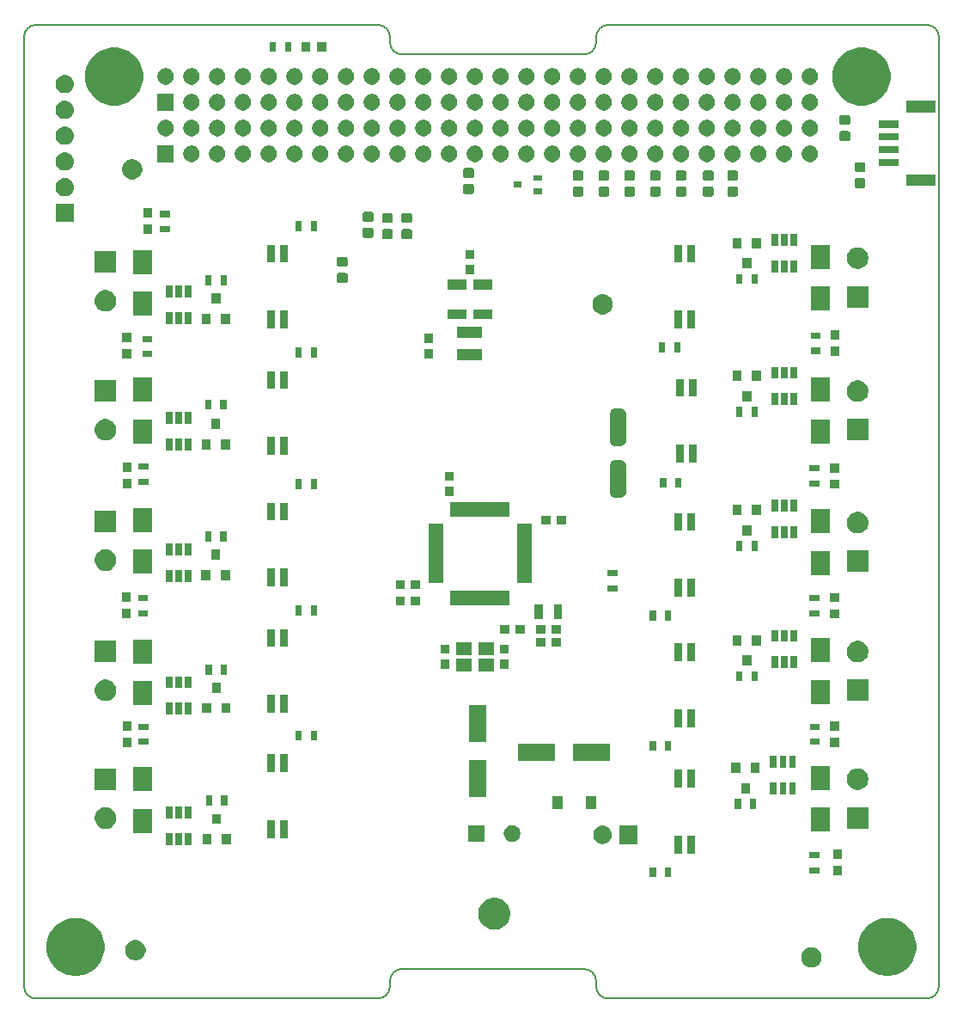
<source format=gbr>
%TF.GenerationSoftware,KiCad,Pcbnew,5.0.1*%
%TF.CreationDate,2019-04-07T10:09:51+02:00*%
%TF.ProjectId,OIBUS_MOSFET_driver_module,4F494255535F4D4F534645545F647269,rev?*%
%TF.SameCoordinates,Original*%
%TF.FileFunction,Soldermask,Top*%
%TF.FilePolarity,Negative*%
%FSLAX46Y46*%
G04 Gerber Fmt 4.6, Leading zero omitted, Abs format (unit mm)*
G04 Created by KiCad (PCBNEW 5.0.1) date Sun 07 Apr 2019 10:09:51 AM CEST*
%MOMM*%
%LPD*%
G01*
G04 APERTURE LIST*
%ADD10C,0.200000*%
%ADD11C,0.150000*%
G04 APERTURE END LIST*
D10*
X138557000Y-44248000D02*
X138557000Y-137737999D01*
X138557000Y-137737999D02*
G75*
G02X137357000Y-138937999I-1200000J0D01*
G01*
X48387000Y-137738000D02*
X48387000Y-79629000D01*
X49587000Y-138938000D02*
G75*
G02X48387000Y-137738000I0J1200000D01*
G01*
X83257000Y-138937999D02*
X49587000Y-138938000D01*
X84457000Y-137737999D02*
G75*
G02X83257000Y-138937999I-1200000J0D01*
G01*
X84457000Y-137217999D02*
X84457000Y-137737999D01*
X84457000Y-137217999D02*
G75*
G02X85657000Y-136017999I1200000J0D01*
G01*
X103577000Y-136017999D02*
X85657000Y-136017999D01*
X105977000Y-138937999D02*
G75*
G02X104777000Y-137737999I0J1200000D01*
G01*
X137357000Y-138937999D02*
X105977000Y-138937999D01*
X103577000Y-136017999D02*
G75*
G02X104777000Y-137217999I0J-1200000D01*
G01*
X104777000Y-137737999D02*
X104777000Y-137217999D01*
X137357000Y-43048000D02*
G75*
G02X138557000Y-44248000I0J-1200000D01*
G01*
X105977000Y-43048000D02*
X137357000Y-43048000D01*
X104777000Y-44248000D02*
G75*
G02X105977000Y-43048000I1200000J0D01*
G01*
X104777000Y-44768035D02*
X104777000Y-44248000D01*
X104777000Y-44768035D02*
G75*
G02X103577000Y-45968035I-1200000J0D01*
G01*
X85657000Y-45968032D02*
X103577000Y-45968035D01*
X85657000Y-45968032D02*
G75*
G02X84457001Y-44768032I1J1200000D01*
G01*
X84457000Y-44248030D02*
X84457001Y-44768032D01*
X83257001Y-43048030D02*
G75*
G02X84457000Y-44248030I-1J-1200000D01*
G01*
X49587001Y-43048001D02*
X83257001Y-43048030D01*
X48387000Y-44248001D02*
G75*
G02X49587001Y-43048001I1200000J0D01*
G01*
X48386999Y-79658000D02*
X48387000Y-44248001D01*
D11*
G36*
X133982532Y-131051702D02*
X134308606Y-131116562D01*
X134827455Y-131331476D01*
X135224303Y-131596642D01*
X135294410Y-131643486D01*
X135691514Y-132040590D01*
X135691516Y-132040593D01*
X136003524Y-132507545D01*
X136218438Y-133026394D01*
X136328000Y-133577201D01*
X136328000Y-134138799D01*
X136218438Y-134689606D01*
X136003524Y-135208455D01*
X135910500Y-135347675D01*
X135691514Y-135675410D01*
X135294410Y-136072514D01*
X135294407Y-136072516D01*
X134827455Y-136384524D01*
X134308606Y-136599438D01*
X134033202Y-136654219D01*
X133757800Y-136709000D01*
X133196200Y-136709000D01*
X132920798Y-136654219D01*
X132645394Y-136599438D01*
X132126545Y-136384524D01*
X131659593Y-136072516D01*
X131659590Y-136072514D01*
X131262486Y-135675410D01*
X131043500Y-135347675D01*
X130950476Y-135208455D01*
X130735562Y-134689606D01*
X130626000Y-134138799D01*
X130626000Y-133577201D01*
X130735562Y-133026394D01*
X130950476Y-132507545D01*
X131262484Y-132040593D01*
X131262486Y-132040590D01*
X131659590Y-131643486D01*
X131729697Y-131596642D01*
X132126545Y-131331476D01*
X132645394Y-131116562D01*
X132971468Y-131051702D01*
X133196200Y-131007000D01*
X133757800Y-131007000D01*
X133982532Y-131051702D01*
X133982532Y-131051702D01*
G37*
G36*
X53972532Y-131051702D02*
X54298606Y-131116562D01*
X54817455Y-131331476D01*
X55214303Y-131596642D01*
X55284410Y-131643486D01*
X55681514Y-132040590D01*
X55681516Y-132040593D01*
X55993524Y-132507545D01*
X56208438Y-133026394D01*
X56318000Y-133577201D01*
X56318000Y-134138799D01*
X56208438Y-134689606D01*
X55993524Y-135208455D01*
X55900500Y-135347675D01*
X55681514Y-135675410D01*
X55284410Y-136072514D01*
X55284407Y-136072516D01*
X54817455Y-136384524D01*
X54298606Y-136599438D01*
X54023202Y-136654219D01*
X53747800Y-136709000D01*
X53186200Y-136709000D01*
X52910798Y-136654219D01*
X52635394Y-136599438D01*
X52116545Y-136384524D01*
X51649593Y-136072516D01*
X51649590Y-136072514D01*
X51252486Y-135675410D01*
X51033500Y-135347675D01*
X50940476Y-135208455D01*
X50725562Y-134689606D01*
X50616000Y-134138799D01*
X50616000Y-133577201D01*
X50725562Y-133026394D01*
X50940476Y-132507545D01*
X51252484Y-132040593D01*
X51252486Y-132040590D01*
X51649590Y-131643486D01*
X51719697Y-131596642D01*
X52116545Y-131331476D01*
X52635394Y-131116562D01*
X52961468Y-131051702D01*
X53186200Y-131007000D01*
X53747800Y-131007000D01*
X53972532Y-131051702D01*
X53972532Y-131051702D01*
G37*
G36*
X126159770Y-133889372D02*
X126275689Y-133912429D01*
X126457678Y-133987811D01*
X126621463Y-134097249D01*
X126760751Y-134236537D01*
X126870189Y-134400322D01*
X126945571Y-134582311D01*
X126984000Y-134775509D01*
X126984000Y-134972491D01*
X126945571Y-135165689D01*
X126870189Y-135347678D01*
X126760751Y-135511463D01*
X126621463Y-135650751D01*
X126457678Y-135760189D01*
X126275689Y-135835571D01*
X126159770Y-135858628D01*
X126082493Y-135874000D01*
X125885507Y-135874000D01*
X125808230Y-135858628D01*
X125692311Y-135835571D01*
X125510322Y-135760189D01*
X125346537Y-135650751D01*
X125207249Y-135511463D01*
X125097811Y-135347678D01*
X125022429Y-135165689D01*
X124984000Y-134972491D01*
X124984000Y-134775509D01*
X125022429Y-134582311D01*
X125097811Y-134400322D01*
X125207249Y-134236537D01*
X125346537Y-134097249D01*
X125510322Y-133987811D01*
X125692311Y-133912429D01*
X125808230Y-133889372D01*
X125885507Y-133874000D01*
X126082493Y-133874000D01*
X126159770Y-133889372D01*
X126159770Y-133889372D01*
G37*
G36*
X59560970Y-133178172D02*
X59676889Y-133201229D01*
X59858878Y-133276611D01*
X60022663Y-133386049D01*
X60161951Y-133525337D01*
X60271389Y-133689122D01*
X60346771Y-133871111D01*
X60385200Y-134064309D01*
X60385200Y-134261291D01*
X60346771Y-134454489D01*
X60271389Y-134636478D01*
X60161951Y-134800263D01*
X60022663Y-134939551D01*
X59858878Y-135048989D01*
X59676889Y-135124371D01*
X59560970Y-135147428D01*
X59483693Y-135162800D01*
X59286707Y-135162800D01*
X59209430Y-135147428D01*
X59093511Y-135124371D01*
X58911522Y-135048989D01*
X58747737Y-134939551D01*
X58608449Y-134800263D01*
X58499011Y-134636478D01*
X58423629Y-134454489D01*
X58385200Y-134261291D01*
X58385200Y-134064309D01*
X58423629Y-133871111D01*
X58499011Y-133689122D01*
X58608449Y-133525337D01*
X58747737Y-133386049D01*
X58911522Y-133276611D01*
X59093511Y-133201229D01*
X59209430Y-133178172D01*
X59286707Y-133162800D01*
X59483693Y-133162800D01*
X59560970Y-133178172D01*
X59560970Y-133178172D01*
G37*
G36*
X94947739Y-129026048D02*
X95201702Y-129076564D01*
X95488516Y-129195367D01*
X95746642Y-129367841D01*
X95966159Y-129587358D01*
X96138633Y-129845484D01*
X96257436Y-130132298D01*
X96318000Y-130436778D01*
X96318000Y-130747222D01*
X96257436Y-131051702D01*
X96138633Y-131338516D01*
X95966159Y-131596642D01*
X95746642Y-131816159D01*
X95488516Y-131988633D01*
X95201702Y-132107436D01*
X94947739Y-132157952D01*
X94897223Y-132168000D01*
X94586777Y-132168000D01*
X94536261Y-132157952D01*
X94282298Y-132107436D01*
X93995484Y-131988633D01*
X93737358Y-131816159D01*
X93517841Y-131596642D01*
X93345367Y-131338516D01*
X93226564Y-131051702D01*
X93166000Y-130747222D01*
X93166000Y-130436778D01*
X93226564Y-130132298D01*
X93345367Y-129845484D01*
X93517841Y-129587358D01*
X93737358Y-129367841D01*
X93995484Y-129195367D01*
X94282298Y-129076564D01*
X94536261Y-129026048D01*
X94586777Y-129016000D01*
X94897223Y-129016000D01*
X94947739Y-129026048D01*
X94947739Y-129026048D01*
G37*
G36*
X112176000Y-126993000D02*
X111574000Y-126993000D01*
X111574000Y-125991000D01*
X112176000Y-125991000D01*
X112176000Y-126993000D01*
X112176000Y-126993000D01*
G37*
G36*
X110676000Y-126993000D02*
X110074000Y-126993000D01*
X110074000Y-125991000D01*
X110676000Y-125991000D01*
X110676000Y-126993000D01*
X110676000Y-126993000D01*
G37*
G36*
X129025800Y-126777800D02*
X128123800Y-126777800D01*
X128123800Y-125875800D01*
X129025800Y-125875800D01*
X129025800Y-126777800D01*
X129025800Y-126777800D01*
G37*
G36*
X126789800Y-126603200D02*
X125787800Y-126603200D01*
X125787800Y-126001200D01*
X126789800Y-126001200D01*
X126789800Y-126603200D01*
X126789800Y-126603200D01*
G37*
G36*
X129025800Y-125177800D02*
X128123800Y-125177800D01*
X128123800Y-124275800D01*
X129025800Y-124275800D01*
X129025800Y-125177800D01*
X129025800Y-125177800D01*
G37*
G36*
X126789800Y-125103200D02*
X125787800Y-125103200D01*
X125787800Y-124501200D01*
X126789800Y-124501200D01*
X126789800Y-125103200D01*
X126789800Y-125103200D01*
G37*
G36*
X114549000Y-124649000D02*
X113797000Y-124649000D01*
X113797000Y-122897000D01*
X114549000Y-122897000D01*
X114549000Y-124649000D01*
X114549000Y-124649000D01*
G37*
G36*
X113279000Y-124649000D02*
X112527000Y-124649000D01*
X112527000Y-122897000D01*
X113279000Y-122897000D01*
X113279000Y-124649000D01*
X113279000Y-124649000D01*
G37*
G36*
X64903000Y-123796000D02*
X64251000Y-123796000D01*
X64251000Y-122644000D01*
X64903000Y-122644000D01*
X64903000Y-123796000D01*
X64903000Y-123796000D01*
G37*
G36*
X63953000Y-123796000D02*
X63301000Y-123796000D01*
X63301000Y-122644000D01*
X63953000Y-122644000D01*
X63953000Y-123796000D01*
X63953000Y-123796000D01*
G37*
G36*
X63003000Y-123796000D02*
X62351000Y-123796000D01*
X62351000Y-122644000D01*
X63003000Y-122644000D01*
X63003000Y-123796000D01*
X63003000Y-123796000D01*
G37*
G36*
X68773620Y-123751583D02*
X67871620Y-123751583D01*
X67871620Y-122749583D01*
X68773620Y-122749583D01*
X68773620Y-123751583D01*
X68773620Y-123751583D01*
G37*
G36*
X66873620Y-123751583D02*
X65971620Y-123751583D01*
X65971620Y-122749583D01*
X66873620Y-122749583D01*
X66873620Y-123751583D01*
X66873620Y-123751583D01*
G37*
G36*
X108851000Y-123710000D02*
X107049000Y-123710000D01*
X107049000Y-121908000D01*
X108851000Y-121908000D01*
X108851000Y-123710000D01*
X108851000Y-123710000D01*
G37*
G36*
X105520442Y-121914518D02*
X105586627Y-121921037D01*
X105699853Y-121955384D01*
X105756467Y-121972557D01*
X105895087Y-122046652D01*
X105912991Y-122056222D01*
X105948729Y-122085552D01*
X106050186Y-122168814D01*
X106133448Y-122270271D01*
X106162778Y-122306009D01*
X106162779Y-122306011D01*
X106246443Y-122462533D01*
X106246443Y-122462534D01*
X106297963Y-122632373D01*
X106315359Y-122809000D01*
X106297963Y-122985627D01*
X106272818Y-123068519D01*
X106246443Y-123155467D01*
X106172348Y-123294087D01*
X106162778Y-123311991D01*
X106133448Y-123347729D01*
X106050186Y-123449186D01*
X105948729Y-123532448D01*
X105912991Y-123561778D01*
X105912989Y-123561779D01*
X105756467Y-123645443D01*
X105699853Y-123662616D01*
X105586627Y-123696963D01*
X105520442Y-123703482D01*
X105454260Y-123710000D01*
X105365740Y-123710000D01*
X105299558Y-123703482D01*
X105233373Y-123696963D01*
X105120147Y-123662616D01*
X105063533Y-123645443D01*
X104907011Y-123561779D01*
X104907009Y-123561778D01*
X104871271Y-123532448D01*
X104769814Y-123449186D01*
X104686552Y-123347729D01*
X104657222Y-123311991D01*
X104647652Y-123294087D01*
X104573557Y-123155467D01*
X104547182Y-123068519D01*
X104522037Y-122985627D01*
X104504641Y-122809000D01*
X104522037Y-122632373D01*
X104573557Y-122462534D01*
X104573557Y-122462533D01*
X104657221Y-122306011D01*
X104657222Y-122306009D01*
X104686552Y-122270271D01*
X104769814Y-122168814D01*
X104871271Y-122085552D01*
X104907009Y-122056222D01*
X104924913Y-122046652D01*
X105063533Y-121972557D01*
X105120147Y-121955384D01*
X105233373Y-121921037D01*
X105299558Y-121914518D01*
X105365740Y-121908000D01*
X105454260Y-121908000D01*
X105520442Y-121914518D01*
X105520442Y-121914518D01*
G37*
G36*
X93808000Y-123498000D02*
X92176000Y-123498000D01*
X92176000Y-121866000D01*
X93808000Y-121866000D01*
X93808000Y-123498000D01*
X93808000Y-123498000D01*
G37*
G36*
X96730016Y-121897358D02*
X96730019Y-121897359D01*
X96730018Y-121897359D01*
X96878521Y-121958870D01*
X97012170Y-122048172D01*
X97125828Y-122161830D01*
X97215130Y-122295479D01*
X97219492Y-122306011D01*
X97276642Y-122443984D01*
X97308000Y-122601630D01*
X97308000Y-122762370D01*
X97276642Y-122920016D01*
X97276641Y-122920018D01*
X97215130Y-123068521D01*
X97125828Y-123202170D01*
X97012170Y-123315828D01*
X96878521Y-123405130D01*
X96755497Y-123456087D01*
X96730016Y-123466642D01*
X96572370Y-123498000D01*
X96411630Y-123498000D01*
X96253984Y-123466642D01*
X96228503Y-123456087D01*
X96105479Y-123405130D01*
X95971830Y-123315828D01*
X95858172Y-123202170D01*
X95768870Y-123068521D01*
X95707359Y-122920018D01*
X95707358Y-122920016D01*
X95676000Y-122762370D01*
X95676000Y-122601630D01*
X95707358Y-122443984D01*
X95764508Y-122306011D01*
X95768870Y-122295479D01*
X95858172Y-122161830D01*
X95971830Y-122048172D01*
X96105479Y-121958870D01*
X96253982Y-121897359D01*
X96253981Y-121897359D01*
X96253984Y-121897358D01*
X96411630Y-121866000D01*
X96572370Y-121866000D01*
X96730016Y-121897358D01*
X96730016Y-121897358D01*
G37*
G36*
X73147000Y-123125000D02*
X72395000Y-123125000D01*
X72395000Y-121373000D01*
X73147000Y-121373000D01*
X73147000Y-123125000D01*
X73147000Y-123125000D01*
G37*
G36*
X74417000Y-123125000D02*
X73665000Y-123125000D01*
X73665000Y-121373000D01*
X74417000Y-121373000D01*
X74417000Y-123125000D01*
X74417000Y-123125000D01*
G37*
G36*
X60972000Y-122606000D02*
X59170000Y-122606000D01*
X59170000Y-120254000D01*
X60972000Y-120254000D01*
X60972000Y-122606000D01*
X60972000Y-122606000D01*
G37*
G36*
X127774000Y-122479000D02*
X125972000Y-122479000D01*
X125972000Y-120127000D01*
X127774000Y-120127000D01*
X127774000Y-122479000D01*
X127774000Y-122479000D01*
G37*
G36*
X56723609Y-120135369D02*
X56723611Y-120135370D01*
X56723612Y-120135370D01*
X56917156Y-120215538D01*
X57088999Y-120330360D01*
X57091345Y-120331927D01*
X57239473Y-120480055D01*
X57239475Y-120480058D01*
X57355862Y-120654244D01*
X57436030Y-120847788D01*
X57476900Y-121053254D01*
X57476900Y-121262746D01*
X57436030Y-121468212D01*
X57355862Y-121661756D01*
X57355861Y-121661757D01*
X57239473Y-121835945D01*
X57091345Y-121984073D01*
X57091342Y-121984075D01*
X56917156Y-122100462D01*
X56723612Y-122180630D01*
X56723611Y-122180630D01*
X56723609Y-122180631D01*
X56518147Y-122221500D01*
X56308653Y-122221500D01*
X56103191Y-122180631D01*
X56103189Y-122180630D01*
X56103188Y-122180630D01*
X55909644Y-122100462D01*
X55735458Y-121984075D01*
X55735455Y-121984073D01*
X55587327Y-121835945D01*
X55470939Y-121661757D01*
X55470938Y-121661756D01*
X55390770Y-121468212D01*
X55349900Y-121262746D01*
X55349900Y-121053254D01*
X55390770Y-120847788D01*
X55470938Y-120654244D01*
X55587325Y-120480058D01*
X55587327Y-120480055D01*
X55735455Y-120331927D01*
X55737801Y-120330360D01*
X55909644Y-120215538D01*
X56103188Y-120135370D01*
X56103189Y-120135370D01*
X56103191Y-120135369D01*
X56308653Y-120094500D01*
X56518147Y-120094500D01*
X56723609Y-120135369D01*
X56723609Y-120135369D01*
G37*
G36*
X131619500Y-122196100D02*
X129492500Y-122196100D01*
X129492500Y-120069100D01*
X131619500Y-120069100D01*
X131619500Y-122196100D01*
X131619500Y-122196100D01*
G37*
G36*
X67823620Y-121751583D02*
X66921620Y-121751583D01*
X66921620Y-120749583D01*
X67823620Y-120749583D01*
X67823620Y-121751583D01*
X67823620Y-121751583D01*
G37*
G36*
X64903000Y-121196000D02*
X64251000Y-121196000D01*
X64251000Y-120044000D01*
X64903000Y-120044000D01*
X64903000Y-121196000D01*
X64903000Y-121196000D01*
G37*
G36*
X63953000Y-121196000D02*
X63301000Y-121196000D01*
X63301000Y-120044000D01*
X63953000Y-120044000D01*
X63953000Y-121196000D01*
X63953000Y-121196000D01*
G37*
G36*
X63003000Y-121196000D02*
X62351000Y-121196000D01*
X62351000Y-120044000D01*
X63003000Y-120044000D01*
X63003000Y-121196000D01*
X63003000Y-121196000D01*
G37*
G36*
X104767000Y-120285000D02*
X103765000Y-120285000D01*
X103765000Y-118983000D01*
X104767000Y-118983000D01*
X104767000Y-120285000D01*
X104767000Y-120285000D01*
G37*
G36*
X101467000Y-120285000D02*
X100465000Y-120285000D01*
X100465000Y-118983000D01*
X101467000Y-118983000D01*
X101467000Y-120285000D01*
X101467000Y-120285000D01*
G37*
G36*
X120558000Y-120262000D02*
X119956000Y-120262000D01*
X119956000Y-119260000D01*
X120558000Y-119260000D01*
X120558000Y-120262000D01*
X120558000Y-120262000D01*
G37*
G36*
X119058000Y-120262000D02*
X118456000Y-120262000D01*
X118456000Y-119260000D01*
X119058000Y-119260000D01*
X119058000Y-120262000D01*
X119058000Y-120262000D01*
G37*
G36*
X68423620Y-119957583D02*
X67821620Y-119957583D01*
X67821620Y-118955583D01*
X68423620Y-118955583D01*
X68423620Y-119957583D01*
X68423620Y-119957583D01*
G37*
G36*
X66923620Y-119957583D02*
X66321620Y-119957583D01*
X66321620Y-118955583D01*
X66923620Y-118955583D01*
X66923620Y-119957583D01*
X66923620Y-119957583D01*
G37*
G36*
X93942000Y-119055000D02*
X92240000Y-119055000D01*
X92240000Y-115453000D01*
X93942000Y-115453000D01*
X93942000Y-119055000D01*
X93942000Y-119055000D01*
G37*
G36*
X124466000Y-118813000D02*
X123814000Y-118813000D01*
X123814000Y-117661000D01*
X124466000Y-117661000D01*
X124466000Y-118813000D01*
X124466000Y-118813000D01*
G37*
G36*
X123516000Y-118813000D02*
X122864000Y-118813000D01*
X122864000Y-117661000D01*
X123516000Y-117661000D01*
X123516000Y-118813000D01*
X123516000Y-118813000D01*
G37*
G36*
X122566000Y-118813000D02*
X121914000Y-118813000D01*
X121914000Y-117661000D01*
X122566000Y-117661000D01*
X122566000Y-118813000D01*
X122566000Y-118813000D01*
G37*
G36*
X119958000Y-118722000D02*
X119056000Y-118722000D01*
X119056000Y-117720000D01*
X119958000Y-117720000D01*
X119958000Y-118722000D01*
X119958000Y-118722000D01*
G37*
G36*
X60972000Y-118506000D02*
X59170000Y-118506000D01*
X59170000Y-116154000D01*
X60972000Y-116154000D01*
X60972000Y-118506000D01*
X60972000Y-118506000D01*
G37*
G36*
X57476900Y-118411500D02*
X55349900Y-118411500D01*
X55349900Y-116284500D01*
X57476900Y-116284500D01*
X57476900Y-118411500D01*
X57476900Y-118411500D01*
G37*
G36*
X130866209Y-116299969D02*
X130866211Y-116299970D01*
X130866212Y-116299970D01*
X131059756Y-116380138D01*
X131231599Y-116494960D01*
X131233945Y-116496527D01*
X131382073Y-116644655D01*
X131382075Y-116644658D01*
X131498462Y-116818844D01*
X131578630Y-117012388D01*
X131619500Y-117217854D01*
X131619500Y-117427346D01*
X131578630Y-117632812D01*
X131498462Y-117826356D01*
X131498461Y-117826357D01*
X131382073Y-118000545D01*
X131233945Y-118148673D01*
X131233942Y-118148675D01*
X131059756Y-118265062D01*
X130866212Y-118345230D01*
X130866211Y-118345230D01*
X130866209Y-118345231D01*
X130660747Y-118386100D01*
X130451253Y-118386100D01*
X130245791Y-118345231D01*
X130245789Y-118345230D01*
X130245788Y-118345230D01*
X130052244Y-118265062D01*
X129878058Y-118148675D01*
X129878055Y-118148673D01*
X129729927Y-118000545D01*
X129613539Y-117826357D01*
X129613538Y-117826356D01*
X129533370Y-117632812D01*
X129492500Y-117427346D01*
X129492500Y-117217854D01*
X129533370Y-117012388D01*
X129613538Y-116818844D01*
X129729925Y-116644658D01*
X129729927Y-116644655D01*
X129878055Y-116496527D01*
X129880401Y-116494960D01*
X130052244Y-116380138D01*
X130245788Y-116299970D01*
X130245789Y-116299970D01*
X130245791Y-116299969D01*
X130451253Y-116259100D01*
X130660747Y-116259100D01*
X130866209Y-116299969D01*
X130866209Y-116299969D01*
G37*
G36*
X127774000Y-118379000D02*
X125972000Y-118379000D01*
X125972000Y-116027000D01*
X127774000Y-116027000D01*
X127774000Y-118379000D01*
X127774000Y-118379000D01*
G37*
G36*
X113279000Y-118149000D02*
X112527000Y-118149000D01*
X112527000Y-116397000D01*
X113279000Y-116397000D01*
X113279000Y-118149000D01*
X113279000Y-118149000D01*
G37*
G36*
X114549000Y-118149000D02*
X113797000Y-118149000D01*
X113797000Y-116397000D01*
X114549000Y-116397000D01*
X114549000Y-118149000D01*
X114549000Y-118149000D01*
G37*
G36*
X119008000Y-116722000D02*
X118106000Y-116722000D01*
X118106000Y-115720000D01*
X119008000Y-115720000D01*
X119008000Y-116722000D01*
X119008000Y-116722000D01*
G37*
G36*
X120908000Y-116722000D02*
X120006000Y-116722000D01*
X120006000Y-115720000D01*
X120908000Y-115720000D01*
X120908000Y-116722000D01*
X120908000Y-116722000D01*
G37*
G36*
X74417000Y-116625000D02*
X73665000Y-116625000D01*
X73665000Y-114873000D01*
X74417000Y-114873000D01*
X74417000Y-116625000D01*
X74417000Y-116625000D01*
G37*
G36*
X73147000Y-116625000D02*
X72395000Y-116625000D01*
X72395000Y-114873000D01*
X73147000Y-114873000D01*
X73147000Y-116625000D01*
X73147000Y-116625000D01*
G37*
G36*
X123516000Y-116213000D02*
X122864000Y-116213000D01*
X122864000Y-115061000D01*
X123516000Y-115061000D01*
X123516000Y-116213000D01*
X123516000Y-116213000D01*
G37*
G36*
X124466000Y-116213000D02*
X123814000Y-116213000D01*
X123814000Y-115061000D01*
X124466000Y-115061000D01*
X124466000Y-116213000D01*
X124466000Y-116213000D01*
G37*
G36*
X122566000Y-116213000D02*
X121914000Y-116213000D01*
X121914000Y-115061000D01*
X122566000Y-115061000D01*
X122566000Y-116213000D01*
X122566000Y-116213000D01*
G37*
G36*
X100701000Y-115532000D02*
X97099000Y-115532000D01*
X97099000Y-113830000D01*
X100701000Y-113830000D01*
X100701000Y-115532000D01*
X100701000Y-115532000D01*
G37*
G36*
X106101000Y-115532000D02*
X102499000Y-115532000D01*
X102499000Y-113830000D01*
X106101000Y-113830000D01*
X106101000Y-115532000D01*
X106101000Y-115532000D01*
G37*
G36*
X110676000Y-114547000D02*
X110074000Y-114547000D01*
X110074000Y-113545000D01*
X110676000Y-113545000D01*
X110676000Y-114547000D01*
X110676000Y-114547000D01*
G37*
G36*
X112176000Y-114547000D02*
X111574000Y-114547000D01*
X111574000Y-113545000D01*
X112176000Y-113545000D01*
X112176000Y-114547000D01*
X112176000Y-114547000D01*
G37*
G36*
X128721000Y-114179400D02*
X127819000Y-114179400D01*
X127819000Y-113277400D01*
X128721000Y-113277400D01*
X128721000Y-114179400D01*
X128721000Y-114179400D01*
G37*
G36*
X58998000Y-114179400D02*
X58096000Y-114179400D01*
X58096000Y-113277400D01*
X58998000Y-113277400D01*
X58998000Y-114179400D01*
X58998000Y-114179400D01*
G37*
G36*
X60699000Y-113954000D02*
X59697000Y-113954000D01*
X59697000Y-113352000D01*
X60699000Y-113352000D01*
X60699000Y-113954000D01*
X60699000Y-113954000D01*
G37*
G36*
X126840600Y-113954000D02*
X125838600Y-113954000D01*
X125838600Y-113352000D01*
X126840600Y-113352000D01*
X126840600Y-113954000D01*
X126840600Y-113954000D01*
G37*
G36*
X93942000Y-113655000D02*
X92240000Y-113655000D01*
X92240000Y-110053000D01*
X93942000Y-110053000D01*
X93942000Y-113655000D01*
X93942000Y-113655000D01*
G37*
G36*
X75751000Y-113531000D02*
X75149000Y-113531000D01*
X75149000Y-112529000D01*
X75751000Y-112529000D01*
X75751000Y-113531000D01*
X75751000Y-113531000D01*
G37*
G36*
X77251000Y-113531000D02*
X76649000Y-113531000D01*
X76649000Y-112529000D01*
X77251000Y-112529000D01*
X77251000Y-113531000D01*
X77251000Y-113531000D01*
G37*
G36*
X58998000Y-112579400D02*
X58096000Y-112579400D01*
X58096000Y-111677400D01*
X58998000Y-111677400D01*
X58998000Y-112579400D01*
X58998000Y-112579400D01*
G37*
G36*
X128721000Y-112579400D02*
X127819000Y-112579400D01*
X127819000Y-111677400D01*
X128721000Y-111677400D01*
X128721000Y-112579400D01*
X128721000Y-112579400D01*
G37*
G36*
X60699000Y-112454000D02*
X59697000Y-112454000D01*
X59697000Y-111852000D01*
X60699000Y-111852000D01*
X60699000Y-112454000D01*
X60699000Y-112454000D01*
G37*
G36*
X126840600Y-112454000D02*
X125838600Y-112454000D01*
X125838600Y-111852000D01*
X126840600Y-111852000D01*
X126840600Y-112454000D01*
X126840600Y-112454000D01*
G37*
G36*
X114549000Y-112203000D02*
X113797000Y-112203000D01*
X113797000Y-110451000D01*
X114549000Y-110451000D01*
X114549000Y-112203000D01*
X114549000Y-112203000D01*
G37*
G36*
X113279000Y-112203000D02*
X112527000Y-112203000D01*
X112527000Y-110451000D01*
X113279000Y-110451000D01*
X113279000Y-112203000D01*
X113279000Y-112203000D01*
G37*
G36*
X63003000Y-110969000D02*
X62351000Y-110969000D01*
X62351000Y-109817000D01*
X63003000Y-109817000D01*
X63003000Y-110969000D01*
X63003000Y-110969000D01*
G37*
G36*
X64903000Y-110969000D02*
X64251000Y-110969000D01*
X64251000Y-109817000D01*
X64903000Y-109817000D01*
X64903000Y-110969000D01*
X64903000Y-110969000D01*
G37*
G36*
X63953000Y-110969000D02*
X63301000Y-110969000D01*
X63301000Y-109817000D01*
X63953000Y-109817000D01*
X63953000Y-110969000D01*
X63953000Y-110969000D01*
G37*
G36*
X66849866Y-110825810D02*
X65947866Y-110825810D01*
X65947866Y-109823810D01*
X66849866Y-109823810D01*
X66849866Y-110825810D01*
X66849866Y-110825810D01*
G37*
G36*
X68749866Y-110825810D02*
X67847866Y-110825810D01*
X67847866Y-109823810D01*
X68749866Y-109823810D01*
X68749866Y-110825810D01*
X68749866Y-110825810D01*
G37*
G36*
X74417000Y-110806000D02*
X73665000Y-110806000D01*
X73665000Y-109054000D01*
X74417000Y-109054000D01*
X74417000Y-110806000D01*
X74417000Y-110806000D01*
G37*
G36*
X73147000Y-110806000D02*
X72395000Y-110806000D01*
X72395000Y-109054000D01*
X73147000Y-109054000D01*
X73147000Y-110806000D01*
X73147000Y-110806000D01*
G37*
G36*
X60972000Y-110033000D02*
X59170000Y-110033000D01*
X59170000Y-107681000D01*
X60972000Y-107681000D01*
X60972000Y-110033000D01*
X60972000Y-110033000D01*
G37*
G36*
X127774000Y-109906000D02*
X125972000Y-109906000D01*
X125972000Y-107554000D01*
X127774000Y-107554000D01*
X127774000Y-109906000D01*
X127774000Y-109906000D01*
G37*
G36*
X56723609Y-107562369D02*
X56723611Y-107562370D01*
X56723612Y-107562370D01*
X56917156Y-107642538D01*
X57088999Y-107757360D01*
X57091345Y-107758927D01*
X57239473Y-107907055D01*
X57239475Y-107907058D01*
X57355862Y-108081244D01*
X57436030Y-108274788D01*
X57476900Y-108480254D01*
X57476900Y-108689746D01*
X57436030Y-108895212D01*
X57355862Y-109088756D01*
X57355861Y-109088757D01*
X57239473Y-109262945D01*
X57091345Y-109411073D01*
X57091342Y-109411075D01*
X56917156Y-109527462D01*
X56723612Y-109607630D01*
X56723611Y-109607630D01*
X56723609Y-109607631D01*
X56518147Y-109648500D01*
X56308653Y-109648500D01*
X56103191Y-109607631D01*
X56103189Y-109607630D01*
X56103188Y-109607630D01*
X55909644Y-109527462D01*
X55735458Y-109411075D01*
X55735455Y-109411073D01*
X55587327Y-109262945D01*
X55470939Y-109088757D01*
X55470938Y-109088756D01*
X55390770Y-108895212D01*
X55349900Y-108689746D01*
X55349900Y-108480254D01*
X55390770Y-108274788D01*
X55470938Y-108081244D01*
X55587325Y-107907058D01*
X55587327Y-107907055D01*
X55735455Y-107758927D01*
X55737801Y-107757360D01*
X55909644Y-107642538D01*
X56103188Y-107562370D01*
X56103189Y-107562370D01*
X56103191Y-107562369D01*
X56308653Y-107521500D01*
X56518147Y-107521500D01*
X56723609Y-107562369D01*
X56723609Y-107562369D01*
G37*
G36*
X131619500Y-109623100D02*
X129492500Y-109623100D01*
X129492500Y-107496100D01*
X131619500Y-107496100D01*
X131619500Y-109623100D01*
X131619500Y-109623100D01*
G37*
G36*
X67799866Y-108825810D02*
X66897866Y-108825810D01*
X66897866Y-107823810D01*
X67799866Y-107823810D01*
X67799866Y-108825810D01*
X67799866Y-108825810D01*
G37*
G36*
X63953000Y-108369000D02*
X63301000Y-108369000D01*
X63301000Y-107217000D01*
X63953000Y-107217000D01*
X63953000Y-108369000D01*
X63953000Y-108369000D01*
G37*
G36*
X63003000Y-108369000D02*
X62351000Y-108369000D01*
X62351000Y-107217000D01*
X63003000Y-107217000D01*
X63003000Y-108369000D01*
X63003000Y-108369000D01*
G37*
G36*
X64903000Y-108369000D02*
X64251000Y-108369000D01*
X64251000Y-107217000D01*
X64903000Y-107217000D01*
X64903000Y-108369000D01*
X64903000Y-108369000D01*
G37*
G36*
X119185000Y-107689000D02*
X118583000Y-107689000D01*
X118583000Y-106687000D01*
X119185000Y-106687000D01*
X119185000Y-107689000D01*
X119185000Y-107689000D01*
G37*
G36*
X120685000Y-107689000D02*
X120083000Y-107689000D01*
X120083000Y-106687000D01*
X120685000Y-106687000D01*
X120685000Y-107689000D01*
X120685000Y-107689000D01*
G37*
G36*
X68399866Y-107031810D02*
X67797866Y-107031810D01*
X67797866Y-106029810D01*
X68399866Y-106029810D01*
X68399866Y-107031810D01*
X68399866Y-107031810D01*
G37*
G36*
X66899866Y-107031810D02*
X66297866Y-107031810D01*
X66297866Y-106029810D01*
X66899866Y-106029810D01*
X66899866Y-107031810D01*
X66899866Y-107031810D01*
G37*
G36*
X94688000Y-106734000D02*
X93186000Y-106734000D01*
X93186000Y-105432000D01*
X94688000Y-105432000D01*
X94688000Y-106734000D01*
X94688000Y-106734000D01*
G37*
G36*
X92488000Y-106734000D02*
X90986000Y-106734000D01*
X90986000Y-105432000D01*
X92488000Y-105432000D01*
X92488000Y-106734000D01*
X92488000Y-106734000D01*
G37*
G36*
X96184000Y-106484000D02*
X95332000Y-106484000D01*
X95332000Y-105582000D01*
X96184000Y-105582000D01*
X96184000Y-106484000D01*
X96184000Y-106484000D01*
G37*
G36*
X90342000Y-106484000D02*
X89490000Y-106484000D01*
X89490000Y-105582000D01*
X90342000Y-105582000D01*
X90342000Y-106484000D01*
X90342000Y-106484000D01*
G37*
G36*
X122693000Y-106397000D02*
X122041000Y-106397000D01*
X122041000Y-105245000D01*
X122693000Y-105245000D01*
X122693000Y-106397000D01*
X122693000Y-106397000D01*
G37*
G36*
X123643000Y-106397000D02*
X122991000Y-106397000D01*
X122991000Y-105245000D01*
X123643000Y-105245000D01*
X123643000Y-106397000D01*
X123643000Y-106397000D01*
G37*
G36*
X124593000Y-106397000D02*
X123941000Y-106397000D01*
X123941000Y-105245000D01*
X124593000Y-105245000D01*
X124593000Y-106397000D01*
X124593000Y-106397000D01*
G37*
G36*
X120085000Y-106149000D02*
X119183000Y-106149000D01*
X119183000Y-105147000D01*
X120085000Y-105147000D01*
X120085000Y-106149000D01*
X120085000Y-106149000D01*
G37*
G36*
X60972000Y-105933000D02*
X59170000Y-105933000D01*
X59170000Y-103581000D01*
X60972000Y-103581000D01*
X60972000Y-105933000D01*
X60972000Y-105933000D01*
G37*
G36*
X57476900Y-105838500D02*
X55349900Y-105838500D01*
X55349900Y-103711500D01*
X57476900Y-103711500D01*
X57476900Y-105838500D01*
X57476900Y-105838500D01*
G37*
G36*
X130866209Y-103726969D02*
X130866211Y-103726970D01*
X130866212Y-103726970D01*
X131059756Y-103807138D01*
X131231599Y-103921960D01*
X131233945Y-103923527D01*
X131382073Y-104071655D01*
X131382075Y-104071658D01*
X131498462Y-104245844D01*
X131578630Y-104439388D01*
X131619500Y-104644854D01*
X131619500Y-104854346D01*
X131578630Y-105059812D01*
X131498462Y-105253356D01*
X131498461Y-105253357D01*
X131382073Y-105427545D01*
X131233945Y-105575673D01*
X131233942Y-105575675D01*
X131059756Y-105692062D01*
X130866212Y-105772230D01*
X130866211Y-105772230D01*
X130866209Y-105772231D01*
X130660747Y-105813100D01*
X130451253Y-105813100D01*
X130245791Y-105772231D01*
X130245789Y-105772230D01*
X130245788Y-105772230D01*
X130052244Y-105692062D01*
X129878058Y-105575675D01*
X129878055Y-105575673D01*
X129729927Y-105427545D01*
X129613539Y-105253357D01*
X129613538Y-105253356D01*
X129533370Y-105059812D01*
X129492500Y-104854346D01*
X129492500Y-104644854D01*
X129533370Y-104439388D01*
X129613538Y-104245844D01*
X129729925Y-104071658D01*
X129729927Y-104071655D01*
X129878055Y-103923527D01*
X129880401Y-103921960D01*
X130052244Y-103807138D01*
X130245788Y-103726970D01*
X130245789Y-103726970D01*
X130245791Y-103726969D01*
X130451253Y-103686100D01*
X130660747Y-103686100D01*
X130866209Y-103726969D01*
X130866209Y-103726969D01*
G37*
G36*
X127774000Y-105806000D02*
X125972000Y-105806000D01*
X125972000Y-103454000D01*
X127774000Y-103454000D01*
X127774000Y-105806000D01*
X127774000Y-105806000D01*
G37*
G36*
X114549000Y-105703000D02*
X113797000Y-105703000D01*
X113797000Y-103951000D01*
X114549000Y-103951000D01*
X114549000Y-105703000D01*
X114549000Y-105703000D01*
G37*
G36*
X113279000Y-105703000D02*
X112527000Y-105703000D01*
X112527000Y-103951000D01*
X113279000Y-103951000D01*
X113279000Y-105703000D01*
X113279000Y-105703000D01*
G37*
G36*
X94688000Y-105134000D02*
X93186000Y-105134000D01*
X93186000Y-103832000D01*
X94688000Y-103832000D01*
X94688000Y-105134000D01*
X94688000Y-105134000D01*
G37*
G36*
X92488000Y-105134000D02*
X90986000Y-105134000D01*
X90986000Y-103832000D01*
X92488000Y-103832000D01*
X92488000Y-105134000D01*
X92488000Y-105134000D01*
G37*
G36*
X96184000Y-104984000D02*
X95332000Y-104984000D01*
X95332000Y-104082000D01*
X96184000Y-104082000D01*
X96184000Y-104984000D01*
X96184000Y-104984000D01*
G37*
G36*
X90342000Y-104984000D02*
X89490000Y-104984000D01*
X89490000Y-104082000D01*
X90342000Y-104082000D01*
X90342000Y-104984000D01*
X90342000Y-104984000D01*
G37*
G36*
X99777000Y-104312000D02*
X98875000Y-104312000D01*
X98875000Y-103460000D01*
X99777000Y-103460000D01*
X99777000Y-104312000D01*
X99777000Y-104312000D01*
G37*
G36*
X101277000Y-104312000D02*
X100375000Y-104312000D01*
X100375000Y-103460000D01*
X101277000Y-103460000D01*
X101277000Y-104312000D01*
X101277000Y-104312000D01*
G37*
G36*
X73147000Y-104306000D02*
X72395000Y-104306000D01*
X72395000Y-102554000D01*
X73147000Y-102554000D01*
X73147000Y-104306000D01*
X73147000Y-104306000D01*
G37*
G36*
X74417000Y-104306000D02*
X73665000Y-104306000D01*
X73665000Y-102554000D01*
X74417000Y-102554000D01*
X74417000Y-104306000D01*
X74417000Y-104306000D01*
G37*
G36*
X119135000Y-104149000D02*
X118233000Y-104149000D01*
X118233000Y-103147000D01*
X119135000Y-103147000D01*
X119135000Y-104149000D01*
X119135000Y-104149000D01*
G37*
G36*
X121035000Y-104149000D02*
X120133000Y-104149000D01*
X120133000Y-103147000D01*
X121035000Y-103147000D01*
X121035000Y-104149000D01*
X121035000Y-104149000D01*
G37*
G36*
X122693000Y-103797000D02*
X122041000Y-103797000D01*
X122041000Y-102645000D01*
X122693000Y-102645000D01*
X122693000Y-103797000D01*
X122693000Y-103797000D01*
G37*
G36*
X123643000Y-103797000D02*
X122991000Y-103797000D01*
X122991000Y-102645000D01*
X123643000Y-102645000D01*
X123643000Y-103797000D01*
X123643000Y-103797000D01*
G37*
G36*
X124593000Y-103797000D02*
X123941000Y-103797000D01*
X123941000Y-102645000D01*
X124593000Y-102645000D01*
X124593000Y-103797000D01*
X124593000Y-103797000D01*
G37*
G36*
X97721000Y-103042000D02*
X96819000Y-103042000D01*
X96819000Y-102190000D01*
X97721000Y-102190000D01*
X97721000Y-103042000D01*
X97721000Y-103042000D01*
G37*
G36*
X96221000Y-103042000D02*
X95319000Y-103042000D01*
X95319000Y-102190000D01*
X96221000Y-102190000D01*
X96221000Y-103042000D01*
X96221000Y-103042000D01*
G37*
G36*
X99777000Y-102965800D02*
X98875000Y-102965800D01*
X98875000Y-102113800D01*
X99777000Y-102113800D01*
X99777000Y-102965800D01*
X99777000Y-102965800D01*
G37*
G36*
X101277000Y-102965800D02*
X100375000Y-102965800D01*
X100375000Y-102113800D01*
X101277000Y-102113800D01*
X101277000Y-102965800D01*
X101277000Y-102965800D01*
G37*
G36*
X112176000Y-101720000D02*
X111574000Y-101720000D01*
X111574000Y-100718000D01*
X112176000Y-100718000D01*
X112176000Y-101720000D01*
X112176000Y-101720000D01*
G37*
G36*
X110676000Y-101720000D02*
X110074000Y-101720000D01*
X110074000Y-100718000D01*
X110676000Y-100718000D01*
X110676000Y-101720000D01*
X110676000Y-101720000D01*
G37*
G36*
X99527000Y-101539000D02*
X98725000Y-101539000D01*
X98725000Y-100137000D01*
X99527000Y-100137000D01*
X99527000Y-101539000D01*
X99527000Y-101539000D01*
G37*
G36*
X101427000Y-101539000D02*
X100625000Y-101539000D01*
X100625000Y-100137000D01*
X101427000Y-100137000D01*
X101427000Y-101539000D01*
X101427000Y-101539000D01*
G37*
G36*
X128746400Y-101504800D02*
X127844400Y-101504800D01*
X127844400Y-100602800D01*
X128746400Y-100602800D01*
X128746400Y-101504800D01*
X128746400Y-101504800D01*
G37*
G36*
X58921800Y-101454000D02*
X58019800Y-101454000D01*
X58019800Y-100552000D01*
X58921800Y-100552000D01*
X58921800Y-101454000D01*
X58921800Y-101454000D01*
G37*
G36*
X60622800Y-101304800D02*
X59620800Y-101304800D01*
X59620800Y-100702800D01*
X60622800Y-100702800D01*
X60622800Y-101304800D01*
X60622800Y-101304800D01*
G37*
G36*
X126764400Y-101279400D02*
X125762400Y-101279400D01*
X125762400Y-100677400D01*
X126764400Y-100677400D01*
X126764400Y-101279400D01*
X126764400Y-101279400D01*
G37*
G36*
X75751000Y-101212000D02*
X75149000Y-101212000D01*
X75149000Y-100210000D01*
X75751000Y-100210000D01*
X75751000Y-101212000D01*
X75751000Y-101212000D01*
G37*
G36*
X77251000Y-101212000D02*
X76649000Y-101212000D01*
X76649000Y-100210000D01*
X77251000Y-100210000D01*
X77251000Y-101212000D01*
X77251000Y-101212000D01*
G37*
G36*
X87434000Y-100248000D02*
X86532000Y-100248000D01*
X86532000Y-99396000D01*
X87434000Y-99396000D01*
X87434000Y-100248000D01*
X87434000Y-100248000D01*
G37*
G36*
X85934000Y-100248000D02*
X85032000Y-100248000D01*
X85032000Y-99396000D01*
X85934000Y-99396000D01*
X85934000Y-100248000D01*
X85934000Y-100248000D01*
G37*
G36*
X96271000Y-100174000D02*
X90419000Y-100174000D01*
X90419000Y-98772000D01*
X96271000Y-98772000D01*
X96271000Y-100174000D01*
X96271000Y-100174000D01*
G37*
G36*
X128746400Y-99904800D02*
X127844400Y-99904800D01*
X127844400Y-99002800D01*
X128746400Y-99002800D01*
X128746400Y-99904800D01*
X128746400Y-99904800D01*
G37*
G36*
X58921800Y-99854000D02*
X58019800Y-99854000D01*
X58019800Y-98952000D01*
X58921800Y-98952000D01*
X58921800Y-99854000D01*
X58921800Y-99854000D01*
G37*
G36*
X60622800Y-99804800D02*
X59620800Y-99804800D01*
X59620800Y-99202800D01*
X60622800Y-99202800D01*
X60622800Y-99804800D01*
X60622800Y-99804800D01*
G37*
G36*
X126764400Y-99779400D02*
X125762400Y-99779400D01*
X125762400Y-99177400D01*
X126764400Y-99177400D01*
X126764400Y-99779400D01*
X126764400Y-99779400D01*
G37*
G36*
X113279000Y-99376000D02*
X112527000Y-99376000D01*
X112527000Y-97624000D01*
X113279000Y-97624000D01*
X113279000Y-99376000D01*
X113279000Y-99376000D01*
G37*
G36*
X114549000Y-99376000D02*
X113797000Y-99376000D01*
X113797000Y-97624000D01*
X114549000Y-97624000D01*
X114549000Y-99376000D01*
X114549000Y-99376000D01*
G37*
G36*
X106927000Y-98841000D02*
X105925000Y-98841000D01*
X105925000Y-98239000D01*
X106927000Y-98239000D01*
X106927000Y-98841000D01*
X106927000Y-98841000D01*
G37*
G36*
X85934000Y-98597000D02*
X85032000Y-98597000D01*
X85032000Y-97745000D01*
X85934000Y-97745000D01*
X85934000Y-98597000D01*
X85934000Y-98597000D01*
G37*
G36*
X87434000Y-98597000D02*
X86532000Y-98597000D01*
X86532000Y-97745000D01*
X87434000Y-97745000D01*
X87434000Y-98597000D01*
X87434000Y-98597000D01*
G37*
G36*
X74417000Y-98360000D02*
X73665000Y-98360000D01*
X73665000Y-96608000D01*
X74417000Y-96608000D01*
X74417000Y-98360000D01*
X74417000Y-98360000D01*
G37*
G36*
X73147000Y-98360000D02*
X72395000Y-98360000D01*
X72395000Y-96608000D01*
X73147000Y-96608000D01*
X73147000Y-98360000D01*
X73147000Y-98360000D01*
G37*
G36*
X89696000Y-98049000D02*
X88294000Y-98049000D01*
X88294000Y-92197000D01*
X89696000Y-92197000D01*
X89696000Y-98049000D01*
X89696000Y-98049000D01*
G37*
G36*
X98396000Y-98049000D02*
X96994000Y-98049000D01*
X96994000Y-92197000D01*
X98396000Y-92197000D01*
X98396000Y-98049000D01*
X98396000Y-98049000D01*
G37*
G36*
X64903000Y-97888000D02*
X64251000Y-97888000D01*
X64251000Y-96736000D01*
X64903000Y-96736000D01*
X64903000Y-97888000D01*
X64903000Y-97888000D01*
G37*
G36*
X63953000Y-97888000D02*
X63301000Y-97888000D01*
X63301000Y-96736000D01*
X63953000Y-96736000D01*
X63953000Y-97888000D01*
X63953000Y-97888000D01*
G37*
G36*
X63003000Y-97888000D02*
X62351000Y-97888000D01*
X62351000Y-96736000D01*
X63003000Y-96736000D01*
X63003000Y-97888000D01*
X63003000Y-97888000D01*
G37*
G36*
X66779238Y-97747488D02*
X65877238Y-97747488D01*
X65877238Y-96745488D01*
X66779238Y-96745488D01*
X66779238Y-97747488D01*
X66779238Y-97747488D01*
G37*
G36*
X68679238Y-97747488D02*
X67777238Y-97747488D01*
X67777238Y-96745488D01*
X68679238Y-96745488D01*
X68679238Y-97747488D01*
X68679238Y-97747488D01*
G37*
G36*
X106927000Y-97341000D02*
X105925000Y-97341000D01*
X105925000Y-96739000D01*
X106927000Y-96739000D01*
X106927000Y-97341000D01*
X106927000Y-97341000D01*
G37*
G36*
X127774000Y-97206000D02*
X125972000Y-97206000D01*
X125972000Y-94854000D01*
X127774000Y-94854000D01*
X127774000Y-97206000D01*
X127774000Y-97206000D01*
G37*
G36*
X60972000Y-97079000D02*
X59170000Y-97079000D01*
X59170000Y-94727000D01*
X60972000Y-94727000D01*
X60972000Y-97079000D01*
X60972000Y-97079000D01*
G37*
G36*
X131619500Y-96923100D02*
X129492500Y-96923100D01*
X129492500Y-94796100D01*
X131619500Y-94796100D01*
X131619500Y-96923100D01*
X131619500Y-96923100D01*
G37*
G36*
X56723609Y-94735369D02*
X56723611Y-94735370D01*
X56723612Y-94735370D01*
X56917156Y-94815538D01*
X57088999Y-94930360D01*
X57091345Y-94931927D01*
X57239473Y-95080055D01*
X57239475Y-95080058D01*
X57355862Y-95254244D01*
X57369844Y-95288000D01*
X57436031Y-95447791D01*
X57476900Y-95653253D01*
X57476900Y-95862746D01*
X57436030Y-96068212D01*
X57355862Y-96261756D01*
X57355861Y-96261757D01*
X57239473Y-96435945D01*
X57091345Y-96584073D01*
X57091342Y-96584075D01*
X56917156Y-96700462D01*
X56723612Y-96780630D01*
X56723611Y-96780630D01*
X56723609Y-96780631D01*
X56518147Y-96821500D01*
X56308653Y-96821500D01*
X56103191Y-96780631D01*
X56103189Y-96780630D01*
X56103188Y-96780630D01*
X55909644Y-96700462D01*
X55735458Y-96584075D01*
X55735455Y-96584073D01*
X55587327Y-96435945D01*
X55470939Y-96261757D01*
X55470938Y-96261756D01*
X55390770Y-96068212D01*
X55349900Y-95862746D01*
X55349900Y-95653253D01*
X55390769Y-95447791D01*
X55456956Y-95288000D01*
X55470938Y-95254244D01*
X55587325Y-95080058D01*
X55587327Y-95080055D01*
X55735455Y-94931927D01*
X55737801Y-94930360D01*
X55909644Y-94815538D01*
X56103188Y-94735370D01*
X56103189Y-94735370D01*
X56103191Y-94735369D01*
X56308653Y-94694500D01*
X56518147Y-94694500D01*
X56723609Y-94735369D01*
X56723609Y-94735369D01*
G37*
G36*
X67729238Y-95747488D02*
X66827238Y-95747488D01*
X66827238Y-94745488D01*
X67729238Y-94745488D01*
X67729238Y-95747488D01*
X67729238Y-95747488D01*
G37*
G36*
X64903000Y-95288000D02*
X64251000Y-95288000D01*
X64251000Y-94136000D01*
X64903000Y-94136000D01*
X64903000Y-95288000D01*
X64903000Y-95288000D01*
G37*
G36*
X63953000Y-95288000D02*
X63301000Y-95288000D01*
X63301000Y-94136000D01*
X63953000Y-94136000D01*
X63953000Y-95288000D01*
X63953000Y-95288000D01*
G37*
G36*
X63003000Y-95288000D02*
X62351000Y-95288000D01*
X62351000Y-94136000D01*
X63003000Y-94136000D01*
X63003000Y-95288000D01*
X63003000Y-95288000D01*
G37*
G36*
X120685000Y-94862000D02*
X120083000Y-94862000D01*
X120083000Y-93860000D01*
X120685000Y-93860000D01*
X120685000Y-94862000D01*
X120685000Y-94862000D01*
G37*
G36*
X119185000Y-94862000D02*
X118583000Y-94862000D01*
X118583000Y-93860000D01*
X119185000Y-93860000D01*
X119185000Y-94862000D01*
X119185000Y-94862000D01*
G37*
G36*
X66841238Y-93953488D02*
X66239238Y-93953488D01*
X66239238Y-92951488D01*
X66841238Y-92951488D01*
X66841238Y-93953488D01*
X66841238Y-93953488D01*
G37*
G36*
X68341238Y-93953488D02*
X67739238Y-93953488D01*
X67739238Y-92951488D01*
X68341238Y-92951488D01*
X68341238Y-93953488D01*
X68341238Y-93953488D01*
G37*
G36*
X122693000Y-93570000D02*
X122041000Y-93570000D01*
X122041000Y-92418000D01*
X122693000Y-92418000D01*
X122693000Y-93570000D01*
X122693000Y-93570000D01*
G37*
G36*
X123643000Y-93570000D02*
X122991000Y-93570000D01*
X122991000Y-92418000D01*
X123643000Y-92418000D01*
X123643000Y-93570000D01*
X123643000Y-93570000D01*
G37*
G36*
X124593000Y-93570000D02*
X123941000Y-93570000D01*
X123941000Y-92418000D01*
X124593000Y-92418000D01*
X124593000Y-93570000D01*
X124593000Y-93570000D01*
G37*
G36*
X120085000Y-93322000D02*
X119183000Y-93322000D01*
X119183000Y-92320000D01*
X120085000Y-92320000D01*
X120085000Y-93322000D01*
X120085000Y-93322000D01*
G37*
G36*
X130866209Y-91026969D02*
X130866211Y-91026970D01*
X130866212Y-91026970D01*
X131059756Y-91107138D01*
X131231599Y-91221960D01*
X131233945Y-91223527D01*
X131382073Y-91371655D01*
X131382075Y-91371658D01*
X131498462Y-91545844D01*
X131578630Y-91739388D01*
X131578631Y-91739391D01*
X131619500Y-91944853D01*
X131619500Y-92154347D01*
X131586550Y-92320000D01*
X131578630Y-92359812D01*
X131498462Y-92553356D01*
X131498461Y-92553357D01*
X131382073Y-92727545D01*
X131233945Y-92875673D01*
X131233942Y-92875675D01*
X131059756Y-92992062D01*
X130866212Y-93072230D01*
X130866211Y-93072230D01*
X130866209Y-93072231D01*
X130660747Y-93113100D01*
X130451253Y-93113100D01*
X130245791Y-93072231D01*
X130245789Y-93072230D01*
X130245788Y-93072230D01*
X130052244Y-92992062D01*
X129878058Y-92875675D01*
X129878055Y-92875673D01*
X129729927Y-92727545D01*
X129613539Y-92553357D01*
X129613538Y-92553356D01*
X129533370Y-92359812D01*
X129525451Y-92320000D01*
X129492500Y-92154347D01*
X129492500Y-91944853D01*
X129533369Y-91739391D01*
X129533370Y-91739388D01*
X129613538Y-91545844D01*
X129729925Y-91371658D01*
X129729927Y-91371655D01*
X129878055Y-91223527D01*
X129880401Y-91221960D01*
X130052244Y-91107138D01*
X130245788Y-91026970D01*
X130245789Y-91026970D01*
X130245791Y-91026969D01*
X130451253Y-90986100D01*
X130660747Y-90986100D01*
X130866209Y-91026969D01*
X130866209Y-91026969D01*
G37*
G36*
X127774000Y-93106000D02*
X125972000Y-93106000D01*
X125972000Y-90754000D01*
X127774000Y-90754000D01*
X127774000Y-93106000D01*
X127774000Y-93106000D01*
G37*
G36*
X57476900Y-93011500D02*
X55349900Y-93011500D01*
X55349900Y-90884500D01*
X57476900Y-90884500D01*
X57476900Y-93011500D01*
X57476900Y-93011500D01*
G37*
G36*
X60972000Y-92979000D02*
X59170000Y-92979000D01*
X59170000Y-90627000D01*
X60972000Y-90627000D01*
X60972000Y-92979000D01*
X60972000Y-92979000D01*
G37*
G36*
X114549000Y-92876000D02*
X113797000Y-92876000D01*
X113797000Y-91124000D01*
X114549000Y-91124000D01*
X114549000Y-92876000D01*
X114549000Y-92876000D01*
G37*
G36*
X113279000Y-92876000D02*
X112527000Y-92876000D01*
X112527000Y-91124000D01*
X113279000Y-91124000D01*
X113279000Y-92876000D01*
X113279000Y-92876000D01*
G37*
G36*
X101785000Y-92247000D02*
X100883000Y-92247000D01*
X100883000Y-91395000D01*
X101785000Y-91395000D01*
X101785000Y-92247000D01*
X101785000Y-92247000D01*
G37*
G36*
X100285000Y-92247000D02*
X99383000Y-92247000D01*
X99383000Y-91395000D01*
X100285000Y-91395000D01*
X100285000Y-92247000D01*
X100285000Y-92247000D01*
G37*
G36*
X74417000Y-91860000D02*
X73665000Y-91860000D01*
X73665000Y-90108000D01*
X74417000Y-90108000D01*
X74417000Y-91860000D01*
X74417000Y-91860000D01*
G37*
G36*
X73147000Y-91860000D02*
X72395000Y-91860000D01*
X72395000Y-90108000D01*
X73147000Y-90108000D01*
X73147000Y-91860000D01*
X73147000Y-91860000D01*
G37*
G36*
X96271000Y-91474000D02*
X90419000Y-91474000D01*
X90419000Y-90072000D01*
X96271000Y-90072000D01*
X96271000Y-91474000D01*
X96271000Y-91474000D01*
G37*
G36*
X119135000Y-91322000D02*
X118233000Y-91322000D01*
X118233000Y-90320000D01*
X119135000Y-90320000D01*
X119135000Y-91322000D01*
X119135000Y-91322000D01*
G37*
G36*
X121035000Y-91322000D02*
X120133000Y-91322000D01*
X120133000Y-90320000D01*
X121035000Y-90320000D01*
X121035000Y-91322000D01*
X121035000Y-91322000D01*
G37*
G36*
X124593000Y-90970000D02*
X123941000Y-90970000D01*
X123941000Y-89818000D01*
X124593000Y-89818000D01*
X124593000Y-90970000D01*
X124593000Y-90970000D01*
G37*
G36*
X123643000Y-90970000D02*
X122991000Y-90970000D01*
X122991000Y-89818000D01*
X123643000Y-89818000D01*
X123643000Y-90970000D01*
X123643000Y-90970000D01*
G37*
G36*
X122693000Y-90970000D02*
X122041000Y-90970000D01*
X122041000Y-89818000D01*
X122693000Y-89818000D01*
X122693000Y-90970000D01*
X122693000Y-90970000D01*
G37*
G36*
X107196198Y-85906954D02*
X107208450Y-85907556D01*
X107226869Y-85907556D01*
X107249149Y-85909750D01*
X107333236Y-85926476D01*
X107354655Y-85932974D01*
X107433871Y-85965785D01*
X107453607Y-85976335D01*
X107524897Y-86023969D01*
X107542208Y-86038176D01*
X107602824Y-86098792D01*
X107617031Y-86116103D01*
X107664665Y-86187393D01*
X107675215Y-86207129D01*
X107708026Y-86286345D01*
X107714524Y-86307764D01*
X107731250Y-86391851D01*
X107733444Y-86414131D01*
X107733444Y-86432550D01*
X107734046Y-86444802D01*
X107735852Y-86463140D01*
X107735852Y-87000860D01*
X107734263Y-87016999D01*
X107729853Y-87031534D01*
X107724393Y-87044717D01*
X107719613Y-87068751D01*
X107719613Y-87093255D01*
X107724394Y-87117288D01*
X107733772Y-87139927D01*
X107735000Y-87141765D01*
X107735000Y-88373053D01*
X107728526Y-88385165D01*
X107721413Y-88408614D01*
X107719011Y-88433000D01*
X107721413Y-88457386D01*
X107727917Y-88475564D01*
X107727773Y-88475608D01*
X107734263Y-88497001D01*
X107735852Y-88513140D01*
X107735852Y-89050861D01*
X107734046Y-89069198D01*
X107733444Y-89081450D01*
X107733444Y-89099869D01*
X107731250Y-89122149D01*
X107714524Y-89206236D01*
X107708026Y-89227655D01*
X107675215Y-89306871D01*
X107664665Y-89326607D01*
X107617031Y-89397897D01*
X107602824Y-89415208D01*
X107542208Y-89475824D01*
X107524897Y-89490031D01*
X107453607Y-89537665D01*
X107433871Y-89548215D01*
X107354655Y-89581026D01*
X107333236Y-89587524D01*
X107249149Y-89604250D01*
X107226869Y-89606444D01*
X107208450Y-89606444D01*
X107196198Y-89607046D01*
X107177861Y-89608852D01*
X106690139Y-89608852D01*
X106671802Y-89607046D01*
X106659550Y-89606444D01*
X106641131Y-89606444D01*
X106618851Y-89604250D01*
X106534764Y-89587524D01*
X106513345Y-89581026D01*
X106434129Y-89548215D01*
X106414393Y-89537665D01*
X106343103Y-89490031D01*
X106325792Y-89475824D01*
X106265176Y-89415208D01*
X106250969Y-89397897D01*
X106203335Y-89326607D01*
X106192785Y-89306871D01*
X106159974Y-89227655D01*
X106153476Y-89206236D01*
X106136750Y-89122149D01*
X106134556Y-89099869D01*
X106134556Y-89081450D01*
X106133954Y-89069198D01*
X106132148Y-89050861D01*
X106132148Y-88513140D01*
X106133737Y-88497001D01*
X106138147Y-88482466D01*
X106143607Y-88469283D01*
X106148387Y-88445249D01*
X106148387Y-88420745D01*
X106143606Y-88396712D01*
X106134228Y-88374073D01*
X106133000Y-88372235D01*
X106133000Y-87140947D01*
X106139474Y-87128835D01*
X106146587Y-87105386D01*
X106148989Y-87081000D01*
X106146587Y-87056614D01*
X106140083Y-87038436D01*
X106140227Y-87038392D01*
X106133737Y-87016999D01*
X106132148Y-87000860D01*
X106132148Y-86463140D01*
X106133954Y-86444802D01*
X106134556Y-86432550D01*
X106134556Y-86414131D01*
X106136750Y-86391851D01*
X106153476Y-86307764D01*
X106159974Y-86286345D01*
X106192785Y-86207129D01*
X106203335Y-86187393D01*
X106250969Y-86116103D01*
X106265176Y-86098792D01*
X106325792Y-86038176D01*
X106343103Y-86023969D01*
X106414393Y-85976335D01*
X106434129Y-85965785D01*
X106513345Y-85932974D01*
X106534764Y-85926476D01*
X106618851Y-85909750D01*
X106641131Y-85907556D01*
X106659550Y-85907556D01*
X106671802Y-85906954D01*
X106690140Y-85905148D01*
X107177860Y-85905148D01*
X107196198Y-85906954D01*
X107196198Y-85906954D01*
G37*
G36*
X90723000Y-89466000D02*
X89871000Y-89466000D01*
X89871000Y-88564000D01*
X90723000Y-88564000D01*
X90723000Y-89466000D01*
X90723000Y-89466000D01*
G37*
G36*
X77251000Y-88766000D02*
X76649000Y-88766000D01*
X76649000Y-87764000D01*
X77251000Y-87764000D01*
X77251000Y-88766000D01*
X77251000Y-88766000D01*
G37*
G36*
X75751000Y-88766000D02*
X75149000Y-88766000D01*
X75149000Y-87764000D01*
X75751000Y-87764000D01*
X75751000Y-88766000D01*
X75751000Y-88766000D01*
G37*
G36*
X128721000Y-88728600D02*
X127819000Y-88728600D01*
X127819000Y-87826600D01*
X128721000Y-87826600D01*
X128721000Y-88728600D01*
X128721000Y-88728600D01*
G37*
G36*
X59023400Y-88652400D02*
X58121400Y-88652400D01*
X58121400Y-87750400D01*
X59023400Y-87750400D01*
X59023400Y-88652400D01*
X59023400Y-88652400D01*
G37*
G36*
X111692000Y-88639000D02*
X111090000Y-88639000D01*
X111090000Y-87637000D01*
X111692000Y-87637000D01*
X111692000Y-88639000D01*
X111692000Y-88639000D01*
G37*
G36*
X113192000Y-88639000D02*
X112590000Y-88639000D01*
X112590000Y-87637000D01*
X113192000Y-87637000D01*
X113192000Y-88639000D01*
X113192000Y-88639000D01*
G37*
G36*
X126789800Y-88503200D02*
X125787800Y-88503200D01*
X125787800Y-87901200D01*
X126789800Y-87901200D01*
X126789800Y-88503200D01*
X126789800Y-88503200D01*
G37*
G36*
X60699000Y-88325400D02*
X59697000Y-88325400D01*
X59697000Y-87723400D01*
X60699000Y-87723400D01*
X60699000Y-88325400D01*
X60699000Y-88325400D01*
G37*
G36*
X90723000Y-87966000D02*
X89871000Y-87966000D01*
X89871000Y-87064000D01*
X90723000Y-87064000D01*
X90723000Y-87966000D01*
X90723000Y-87966000D01*
G37*
G36*
X128721000Y-87128600D02*
X127819000Y-87128600D01*
X127819000Y-86226600D01*
X128721000Y-86226600D01*
X128721000Y-87128600D01*
X128721000Y-87128600D01*
G37*
G36*
X59023400Y-87052400D02*
X58121400Y-87052400D01*
X58121400Y-86150400D01*
X59023400Y-86150400D01*
X59023400Y-87052400D01*
X59023400Y-87052400D01*
G37*
G36*
X126789800Y-87003200D02*
X125787800Y-87003200D01*
X125787800Y-86401200D01*
X126789800Y-86401200D01*
X126789800Y-87003200D01*
X126789800Y-87003200D01*
G37*
G36*
X60699000Y-86825400D02*
X59697000Y-86825400D01*
X59697000Y-86223400D01*
X60699000Y-86223400D01*
X60699000Y-86825400D01*
X60699000Y-86825400D01*
G37*
G36*
X113406000Y-86168000D02*
X112654000Y-86168000D01*
X112654000Y-84416000D01*
X113406000Y-84416000D01*
X113406000Y-86168000D01*
X113406000Y-86168000D01*
G37*
G36*
X114676000Y-86168000D02*
X113924000Y-86168000D01*
X113924000Y-84416000D01*
X114676000Y-84416000D01*
X114676000Y-86168000D01*
X114676000Y-86168000D01*
G37*
G36*
X73147000Y-85406000D02*
X72395000Y-85406000D01*
X72395000Y-83654000D01*
X73147000Y-83654000D01*
X73147000Y-85406000D01*
X73147000Y-85406000D01*
G37*
G36*
X74417000Y-85406000D02*
X73665000Y-85406000D01*
X73665000Y-83654000D01*
X74417000Y-83654000D01*
X74417000Y-85406000D01*
X74417000Y-85406000D01*
G37*
G36*
X63003000Y-84934000D02*
X62351000Y-84934000D01*
X62351000Y-83782000D01*
X63003000Y-83782000D01*
X63003000Y-84934000D01*
X63003000Y-84934000D01*
G37*
G36*
X63953000Y-84934000D02*
X63301000Y-84934000D01*
X63301000Y-83782000D01*
X63953000Y-83782000D01*
X63953000Y-84934000D01*
X63953000Y-84934000D01*
G37*
G36*
X64903000Y-84934000D02*
X64251000Y-84934000D01*
X64251000Y-83782000D01*
X64903000Y-83782000D01*
X64903000Y-84934000D01*
X64903000Y-84934000D01*
G37*
G36*
X66788985Y-84861617D02*
X65886985Y-84861617D01*
X65886985Y-83859617D01*
X66788985Y-83859617D01*
X66788985Y-84861617D01*
X66788985Y-84861617D01*
G37*
G36*
X68688985Y-84861617D02*
X67786985Y-84861617D01*
X67786985Y-83859617D01*
X68688985Y-83859617D01*
X68688985Y-84861617D01*
X68688985Y-84861617D01*
G37*
G36*
X107196198Y-80826954D02*
X107208450Y-80827556D01*
X107226869Y-80827556D01*
X107249149Y-80829750D01*
X107333236Y-80846476D01*
X107354655Y-80852974D01*
X107433871Y-80885785D01*
X107453607Y-80896335D01*
X107524897Y-80943969D01*
X107542208Y-80958176D01*
X107602824Y-81018792D01*
X107617031Y-81036103D01*
X107664665Y-81107393D01*
X107675215Y-81127129D01*
X107708026Y-81206345D01*
X107714524Y-81227764D01*
X107731250Y-81311851D01*
X107733444Y-81334131D01*
X107733444Y-81352550D01*
X107734046Y-81364802D01*
X107735852Y-81383140D01*
X107735852Y-81920860D01*
X107734263Y-81936999D01*
X107729853Y-81951534D01*
X107724393Y-81964717D01*
X107719613Y-81988751D01*
X107719613Y-82013255D01*
X107724394Y-82037288D01*
X107733772Y-82059927D01*
X107735000Y-82061765D01*
X107735000Y-83293053D01*
X107728526Y-83305165D01*
X107721413Y-83328614D01*
X107719011Y-83353000D01*
X107721413Y-83377386D01*
X107727917Y-83395564D01*
X107727773Y-83395608D01*
X107734263Y-83417001D01*
X107735852Y-83433140D01*
X107735852Y-83970861D01*
X107734046Y-83989198D01*
X107733444Y-84001450D01*
X107733444Y-84019869D01*
X107731250Y-84042149D01*
X107714524Y-84126236D01*
X107708026Y-84147655D01*
X107675215Y-84226871D01*
X107664665Y-84246607D01*
X107617031Y-84317897D01*
X107602824Y-84335208D01*
X107542208Y-84395824D01*
X107524897Y-84410031D01*
X107453607Y-84457665D01*
X107433871Y-84468215D01*
X107354655Y-84501026D01*
X107333236Y-84507524D01*
X107249149Y-84524250D01*
X107226869Y-84526444D01*
X107208450Y-84526444D01*
X107196198Y-84527046D01*
X107177861Y-84528852D01*
X106690139Y-84528852D01*
X106671802Y-84527046D01*
X106659550Y-84526444D01*
X106641131Y-84526444D01*
X106618851Y-84524250D01*
X106534764Y-84507524D01*
X106513345Y-84501026D01*
X106434129Y-84468215D01*
X106414393Y-84457665D01*
X106343103Y-84410031D01*
X106325792Y-84395824D01*
X106265176Y-84335208D01*
X106250969Y-84317897D01*
X106203335Y-84246607D01*
X106192785Y-84226871D01*
X106159974Y-84147655D01*
X106153476Y-84126236D01*
X106136750Y-84042149D01*
X106134556Y-84019869D01*
X106134556Y-84001450D01*
X106133954Y-83989198D01*
X106132148Y-83970861D01*
X106132148Y-83433140D01*
X106133737Y-83417001D01*
X106138147Y-83402466D01*
X106143607Y-83389283D01*
X106148387Y-83365249D01*
X106148387Y-83340745D01*
X106143606Y-83316712D01*
X106134228Y-83294073D01*
X106133000Y-83292235D01*
X106133000Y-82060947D01*
X106139474Y-82048835D01*
X106146587Y-82025386D01*
X106148989Y-82001000D01*
X106146587Y-81976614D01*
X106140083Y-81958436D01*
X106140227Y-81958392D01*
X106133737Y-81936999D01*
X106132148Y-81920860D01*
X106132148Y-81383140D01*
X106133954Y-81364802D01*
X106134556Y-81352550D01*
X106134556Y-81334131D01*
X106136750Y-81311851D01*
X106153476Y-81227764D01*
X106159974Y-81206345D01*
X106192785Y-81127129D01*
X106203335Y-81107393D01*
X106250969Y-81036103D01*
X106265176Y-81018792D01*
X106325792Y-80958176D01*
X106343103Y-80943969D01*
X106414393Y-80896335D01*
X106434129Y-80885785D01*
X106513345Y-80852974D01*
X106534764Y-80846476D01*
X106618851Y-80829750D01*
X106641131Y-80827556D01*
X106659550Y-80827556D01*
X106671802Y-80826954D01*
X106690140Y-80825148D01*
X107177860Y-80825148D01*
X107196198Y-80826954D01*
X107196198Y-80826954D01*
G37*
G36*
X60972000Y-84252000D02*
X59170000Y-84252000D01*
X59170000Y-81900000D01*
X60972000Y-81900000D01*
X60972000Y-84252000D01*
X60972000Y-84252000D01*
G37*
G36*
X127774000Y-84252000D02*
X125972000Y-84252000D01*
X125972000Y-81900000D01*
X127774000Y-81900000D01*
X127774000Y-84252000D01*
X127774000Y-84252000D01*
G37*
G36*
X56723609Y-81908369D02*
X56723611Y-81908370D01*
X56723612Y-81908370D01*
X56917156Y-81988538D01*
X57025524Y-82060947D01*
X57091345Y-82104927D01*
X57239473Y-82253055D01*
X57239475Y-82253058D01*
X57355862Y-82427244D01*
X57436030Y-82620788D01*
X57476900Y-82826254D01*
X57476900Y-83035746D01*
X57436030Y-83241212D01*
X57355862Y-83434756D01*
X57355861Y-83434757D01*
X57239473Y-83608945D01*
X57091345Y-83757073D01*
X57091342Y-83757075D01*
X56917156Y-83873462D01*
X56723612Y-83953630D01*
X56723611Y-83953630D01*
X56723609Y-83953631D01*
X56518147Y-83994500D01*
X56308653Y-83994500D01*
X56103191Y-83953631D01*
X56103189Y-83953630D01*
X56103188Y-83953630D01*
X55909644Y-83873462D01*
X55735458Y-83757075D01*
X55735455Y-83757073D01*
X55587327Y-83608945D01*
X55470939Y-83434757D01*
X55470938Y-83434756D01*
X55390770Y-83241212D01*
X55349900Y-83035746D01*
X55349900Y-82826254D01*
X55390770Y-82620788D01*
X55470938Y-82427244D01*
X55587325Y-82253058D01*
X55587327Y-82253055D01*
X55735455Y-82104927D01*
X55801276Y-82060947D01*
X55909644Y-81988538D01*
X56103188Y-81908370D01*
X56103189Y-81908370D01*
X56103191Y-81908369D01*
X56308653Y-81867500D01*
X56518147Y-81867500D01*
X56723609Y-81908369D01*
X56723609Y-81908369D01*
G37*
G36*
X131619500Y-83969100D02*
X129492500Y-83969100D01*
X129492500Y-81842100D01*
X131619500Y-81842100D01*
X131619500Y-83969100D01*
X131619500Y-83969100D01*
G37*
G36*
X67738985Y-82861617D02*
X66836985Y-82861617D01*
X66836985Y-81859617D01*
X67738985Y-81859617D01*
X67738985Y-82861617D01*
X67738985Y-82861617D01*
G37*
G36*
X64903000Y-82334000D02*
X64251000Y-82334000D01*
X64251000Y-81182000D01*
X64903000Y-81182000D01*
X64903000Y-82334000D01*
X64903000Y-82334000D01*
G37*
G36*
X63953000Y-82334000D02*
X63301000Y-82334000D01*
X63301000Y-81182000D01*
X63953000Y-81182000D01*
X63953000Y-82334000D01*
X63953000Y-82334000D01*
G37*
G36*
X63003000Y-82334000D02*
X62351000Y-82334000D01*
X62351000Y-81182000D01*
X63003000Y-81182000D01*
X63003000Y-82334000D01*
X63003000Y-82334000D01*
G37*
G36*
X120673000Y-81654000D02*
X120071000Y-81654000D01*
X120071000Y-80652000D01*
X120673000Y-80652000D01*
X120673000Y-81654000D01*
X120673000Y-81654000D01*
G37*
G36*
X119173000Y-81654000D02*
X118571000Y-81654000D01*
X118571000Y-80652000D01*
X119173000Y-80652000D01*
X119173000Y-81654000D01*
X119173000Y-81654000D01*
G37*
G36*
X68338985Y-80940617D02*
X67736985Y-80940617D01*
X67736985Y-79938617D01*
X68338985Y-79938617D01*
X68338985Y-80940617D01*
X68338985Y-80940617D01*
G37*
G36*
X66838985Y-80940617D02*
X66236985Y-80940617D01*
X66236985Y-79938617D01*
X66838985Y-79938617D01*
X66838985Y-80940617D01*
X66838985Y-80940617D01*
G37*
G36*
X122693000Y-80489000D02*
X122041000Y-80489000D01*
X122041000Y-79337000D01*
X122693000Y-79337000D01*
X122693000Y-80489000D01*
X122693000Y-80489000D01*
G37*
G36*
X124593000Y-80489000D02*
X123941000Y-80489000D01*
X123941000Y-79337000D01*
X124593000Y-79337000D01*
X124593000Y-80489000D01*
X124593000Y-80489000D01*
G37*
G36*
X123643000Y-80489000D02*
X122991000Y-80489000D01*
X122991000Y-79337000D01*
X123643000Y-79337000D01*
X123643000Y-80489000D01*
X123643000Y-80489000D01*
G37*
G36*
X57476900Y-80184500D02*
X55349900Y-80184500D01*
X55349900Y-78057500D01*
X57476900Y-78057500D01*
X57476900Y-80184500D01*
X57476900Y-80184500D01*
G37*
G36*
X130866209Y-78072969D02*
X130866211Y-78072970D01*
X130866212Y-78072970D01*
X131059756Y-78153138D01*
X131059757Y-78153139D01*
X131233945Y-78269527D01*
X131382073Y-78417655D01*
X131382075Y-78417658D01*
X131498462Y-78591844D01*
X131578630Y-78785388D01*
X131578631Y-78785391D01*
X131619500Y-78990853D01*
X131619500Y-79200346D01*
X131578630Y-79405812D01*
X131498462Y-79599356D01*
X131383640Y-79771199D01*
X131382073Y-79773545D01*
X131233945Y-79921673D01*
X131233942Y-79921675D01*
X131059756Y-80038062D01*
X130866212Y-80118230D01*
X130866211Y-80118230D01*
X130866209Y-80118231D01*
X130660747Y-80159100D01*
X130451253Y-80159100D01*
X130245791Y-80118231D01*
X130245789Y-80118230D01*
X130245788Y-80118230D01*
X130052244Y-80038062D01*
X129878058Y-79921675D01*
X129878055Y-79921673D01*
X129729927Y-79773545D01*
X129728360Y-79771199D01*
X129613538Y-79599356D01*
X129533370Y-79405812D01*
X129492500Y-79200346D01*
X129492500Y-78990853D01*
X129533369Y-78785391D01*
X129533370Y-78785388D01*
X129613538Y-78591844D01*
X129729925Y-78417658D01*
X129729927Y-78417655D01*
X129878055Y-78269527D01*
X130052243Y-78153139D01*
X130052244Y-78153138D01*
X130245788Y-78072970D01*
X130245789Y-78072970D01*
X130245791Y-78072969D01*
X130451253Y-78032100D01*
X130660747Y-78032100D01*
X130866209Y-78072969D01*
X130866209Y-78072969D01*
G37*
G36*
X60972000Y-80152000D02*
X59170000Y-80152000D01*
X59170000Y-77800000D01*
X60972000Y-77800000D01*
X60972000Y-80152000D01*
X60972000Y-80152000D01*
G37*
G36*
X127774000Y-80152000D02*
X125972000Y-80152000D01*
X125972000Y-77800000D01*
X127774000Y-77800000D01*
X127774000Y-80152000D01*
X127774000Y-80152000D01*
G37*
G36*
X120085000Y-80114000D02*
X119183000Y-80114000D01*
X119183000Y-79112000D01*
X120085000Y-79112000D01*
X120085000Y-80114000D01*
X120085000Y-80114000D01*
G37*
G36*
X114676000Y-79668000D02*
X113924000Y-79668000D01*
X113924000Y-77916000D01*
X114676000Y-77916000D01*
X114676000Y-79668000D01*
X114676000Y-79668000D01*
G37*
G36*
X113406000Y-79668000D02*
X112654000Y-79668000D01*
X112654000Y-77916000D01*
X113406000Y-77916000D01*
X113406000Y-79668000D01*
X113406000Y-79668000D01*
G37*
G36*
X73147000Y-78906000D02*
X72395000Y-78906000D01*
X72395000Y-77154000D01*
X73147000Y-77154000D01*
X73147000Y-78906000D01*
X73147000Y-78906000D01*
G37*
G36*
X74417000Y-78906000D02*
X73665000Y-78906000D01*
X73665000Y-77154000D01*
X74417000Y-77154000D01*
X74417000Y-78906000D01*
X74417000Y-78906000D01*
G37*
G36*
X119135000Y-78114000D02*
X118233000Y-78114000D01*
X118233000Y-77112000D01*
X119135000Y-77112000D01*
X119135000Y-78114000D01*
X119135000Y-78114000D01*
G37*
G36*
X121035000Y-78114000D02*
X120133000Y-78114000D01*
X120133000Y-77112000D01*
X121035000Y-77112000D01*
X121035000Y-78114000D01*
X121035000Y-78114000D01*
G37*
G36*
X124593000Y-77889000D02*
X123941000Y-77889000D01*
X123941000Y-76737000D01*
X124593000Y-76737000D01*
X124593000Y-77889000D01*
X124593000Y-77889000D01*
G37*
G36*
X123643000Y-77889000D02*
X122991000Y-77889000D01*
X122991000Y-76737000D01*
X123643000Y-76737000D01*
X123643000Y-77889000D01*
X123643000Y-77889000D01*
G37*
G36*
X122693000Y-77889000D02*
X122041000Y-77889000D01*
X122041000Y-76737000D01*
X122693000Y-76737000D01*
X122693000Y-77889000D01*
X122693000Y-77889000D01*
G37*
G36*
X93560000Y-76103000D02*
X91098000Y-76103000D01*
X91098000Y-74941000D01*
X93560000Y-74941000D01*
X93560000Y-76103000D01*
X93560000Y-76103000D01*
G37*
G36*
X88691000Y-75877000D02*
X87839000Y-75877000D01*
X87839000Y-74975000D01*
X88691000Y-74975000D01*
X88691000Y-75877000D01*
X88691000Y-75877000D01*
G37*
G36*
X58972600Y-75876200D02*
X58070600Y-75876200D01*
X58070600Y-74974200D01*
X58972600Y-74974200D01*
X58972600Y-75876200D01*
X58972600Y-75876200D01*
G37*
G36*
X75751000Y-75812000D02*
X75149000Y-75812000D01*
X75149000Y-74810000D01*
X75751000Y-74810000D01*
X75751000Y-75812000D01*
X75751000Y-75812000D01*
G37*
G36*
X77251000Y-75812000D02*
X76649000Y-75812000D01*
X76649000Y-74810000D01*
X77251000Y-74810000D01*
X77251000Y-75812000D01*
X77251000Y-75812000D01*
G37*
G36*
X61054600Y-75777800D02*
X60052600Y-75777800D01*
X60052600Y-75175800D01*
X61054600Y-75175800D01*
X61054600Y-75777800D01*
X61054600Y-75777800D01*
G37*
G36*
X128771800Y-75647600D02*
X127869800Y-75647600D01*
X127869800Y-74745600D01*
X128771800Y-74745600D01*
X128771800Y-75647600D01*
X128771800Y-75647600D01*
G37*
G36*
X126916800Y-75447600D02*
X125914800Y-75447600D01*
X125914800Y-74845600D01*
X126916800Y-74845600D01*
X126916800Y-75447600D01*
X126916800Y-75447600D01*
G37*
G36*
X111565000Y-75304000D02*
X110963000Y-75304000D01*
X110963000Y-74302000D01*
X111565000Y-74302000D01*
X111565000Y-75304000D01*
X111565000Y-75304000D01*
G37*
G36*
X113065000Y-75304000D02*
X112463000Y-75304000D01*
X112463000Y-74302000D01*
X113065000Y-74302000D01*
X113065000Y-75304000D01*
X113065000Y-75304000D01*
G37*
G36*
X88691000Y-74377000D02*
X87839000Y-74377000D01*
X87839000Y-73475000D01*
X88691000Y-73475000D01*
X88691000Y-74377000D01*
X88691000Y-74377000D01*
G37*
G36*
X61054600Y-74277800D02*
X60052600Y-74277800D01*
X60052600Y-73675800D01*
X61054600Y-73675800D01*
X61054600Y-74277800D01*
X61054600Y-74277800D01*
G37*
G36*
X58972600Y-74276200D02*
X58070600Y-74276200D01*
X58070600Y-73374200D01*
X58972600Y-73374200D01*
X58972600Y-74276200D01*
X58972600Y-74276200D01*
G37*
G36*
X128771800Y-74047600D02*
X127869800Y-74047600D01*
X127869800Y-73145600D01*
X128771800Y-73145600D01*
X128771800Y-74047600D01*
X128771800Y-74047600D01*
G37*
G36*
X126916800Y-73947600D02*
X125914800Y-73947600D01*
X125914800Y-73345600D01*
X126916800Y-73345600D01*
X126916800Y-73947600D01*
X126916800Y-73947600D01*
G37*
G36*
X93560000Y-73903000D02*
X91098000Y-73903000D01*
X91098000Y-72741000D01*
X93560000Y-72741000D01*
X93560000Y-73903000D01*
X93560000Y-73903000D01*
G37*
G36*
X114549000Y-72960000D02*
X113797000Y-72960000D01*
X113797000Y-71208000D01*
X114549000Y-71208000D01*
X114549000Y-72960000D01*
X114549000Y-72960000D01*
G37*
G36*
X113279000Y-72960000D02*
X112527000Y-72960000D01*
X112527000Y-71208000D01*
X113279000Y-71208000D01*
X113279000Y-72960000D01*
X113279000Y-72960000D01*
G37*
G36*
X74417000Y-72960000D02*
X73665000Y-72960000D01*
X73665000Y-71208000D01*
X74417000Y-71208000D01*
X74417000Y-72960000D01*
X74417000Y-72960000D01*
G37*
G36*
X73147000Y-72960000D02*
X72395000Y-72960000D01*
X72395000Y-71208000D01*
X73147000Y-71208000D01*
X73147000Y-72960000D01*
X73147000Y-72960000D01*
G37*
G36*
X68711000Y-72494000D02*
X67809000Y-72494000D01*
X67809000Y-71492000D01*
X68711000Y-71492000D01*
X68711000Y-72494000D01*
X68711000Y-72494000D01*
G37*
G36*
X66811000Y-72494000D02*
X65909000Y-72494000D01*
X65909000Y-71492000D01*
X66811000Y-71492000D01*
X66811000Y-72494000D01*
X66811000Y-72494000D01*
G37*
G36*
X63953000Y-72488000D02*
X63301000Y-72488000D01*
X63301000Y-71336000D01*
X63953000Y-71336000D01*
X63953000Y-72488000D01*
X63953000Y-72488000D01*
G37*
G36*
X64903000Y-72488000D02*
X64251000Y-72488000D01*
X64251000Y-71336000D01*
X64903000Y-71336000D01*
X64903000Y-72488000D01*
X64903000Y-72488000D01*
G37*
G36*
X63003000Y-72488000D02*
X62351000Y-72488000D01*
X62351000Y-71336000D01*
X63003000Y-71336000D01*
X63003000Y-72488000D01*
X63003000Y-72488000D01*
G37*
G36*
X94500000Y-72055000D02*
X92698000Y-72055000D01*
X92698000Y-71053000D01*
X94500000Y-71053000D01*
X94500000Y-72055000D01*
X94500000Y-72055000D01*
G37*
G36*
X91960000Y-72055000D02*
X90158000Y-72055000D01*
X90158000Y-71053000D01*
X91960000Y-71053000D01*
X91960000Y-72055000D01*
X91960000Y-72055000D01*
G37*
G36*
X60972000Y-71679000D02*
X59170000Y-71679000D01*
X59170000Y-69327000D01*
X60972000Y-69327000D01*
X60972000Y-71679000D01*
X60972000Y-71679000D01*
G37*
G36*
X105598470Y-69586732D02*
X105714389Y-69609789D01*
X105896378Y-69685171D01*
X106060163Y-69794609D01*
X106199451Y-69933897D01*
X106308889Y-70097682D01*
X106384271Y-70279671D01*
X106422700Y-70472869D01*
X106422700Y-70669851D01*
X106384271Y-70863049D01*
X106308889Y-71045038D01*
X106199451Y-71208823D01*
X106060163Y-71348111D01*
X105896378Y-71457549D01*
X105714389Y-71532931D01*
X105598470Y-71555988D01*
X105521193Y-71571360D01*
X105324207Y-71571360D01*
X105246930Y-71555988D01*
X105131011Y-71532931D01*
X104949022Y-71457549D01*
X104785237Y-71348111D01*
X104645949Y-71208823D01*
X104536511Y-71045038D01*
X104461129Y-70863049D01*
X104422700Y-70669851D01*
X104422700Y-70472869D01*
X104461129Y-70279671D01*
X104536511Y-70097682D01*
X104645949Y-69933897D01*
X104785237Y-69794609D01*
X104949022Y-69685171D01*
X105131011Y-69609789D01*
X105246930Y-69586732D01*
X105324207Y-69571360D01*
X105521193Y-69571360D01*
X105598470Y-69586732D01*
X105598470Y-69586732D01*
G37*
G36*
X56723609Y-69208369D02*
X56723611Y-69208370D01*
X56723612Y-69208370D01*
X56917156Y-69288538D01*
X57088999Y-69403360D01*
X57091345Y-69404927D01*
X57239473Y-69553055D01*
X57239475Y-69553058D01*
X57355862Y-69727244D01*
X57422449Y-69888000D01*
X57436031Y-69920791D01*
X57476900Y-70126253D01*
X57476900Y-70335747D01*
X57449625Y-70472869D01*
X57436030Y-70541212D01*
X57355862Y-70734756D01*
X57355861Y-70734757D01*
X57239473Y-70908945D01*
X57091345Y-71057073D01*
X57091342Y-71057075D01*
X56917156Y-71173462D01*
X56723612Y-71253630D01*
X56723611Y-71253630D01*
X56723609Y-71253631D01*
X56518147Y-71294500D01*
X56308653Y-71294500D01*
X56103191Y-71253631D01*
X56103189Y-71253630D01*
X56103188Y-71253630D01*
X55909644Y-71173462D01*
X55735458Y-71057075D01*
X55735455Y-71057073D01*
X55587327Y-70908945D01*
X55470939Y-70734757D01*
X55470938Y-70734756D01*
X55390770Y-70541212D01*
X55377176Y-70472869D01*
X55349900Y-70335747D01*
X55349900Y-70126253D01*
X55390769Y-69920791D01*
X55404351Y-69888000D01*
X55470938Y-69727244D01*
X55587325Y-69553058D01*
X55587327Y-69553055D01*
X55735455Y-69404927D01*
X55737801Y-69403360D01*
X55909644Y-69288538D01*
X56103188Y-69208370D01*
X56103189Y-69208370D01*
X56103191Y-69208369D01*
X56308653Y-69167500D01*
X56518147Y-69167500D01*
X56723609Y-69208369D01*
X56723609Y-69208369D01*
G37*
G36*
X127774000Y-71171000D02*
X125972000Y-71171000D01*
X125972000Y-68819000D01*
X127774000Y-68819000D01*
X127774000Y-71171000D01*
X127774000Y-71171000D01*
G37*
G36*
X131619500Y-70888100D02*
X129492500Y-70888100D01*
X129492500Y-68761100D01*
X131619500Y-68761100D01*
X131619500Y-70888100D01*
X131619500Y-70888100D01*
G37*
G36*
X67761000Y-70494000D02*
X66859000Y-70494000D01*
X66859000Y-69492000D01*
X67761000Y-69492000D01*
X67761000Y-70494000D01*
X67761000Y-70494000D01*
G37*
G36*
X63003000Y-69888000D02*
X62351000Y-69888000D01*
X62351000Y-68736000D01*
X63003000Y-68736000D01*
X63003000Y-69888000D01*
X63003000Y-69888000D01*
G37*
G36*
X64903000Y-69888000D02*
X64251000Y-69888000D01*
X64251000Y-68736000D01*
X64903000Y-68736000D01*
X64903000Y-69888000D01*
X64903000Y-69888000D01*
G37*
G36*
X63953000Y-69888000D02*
X63301000Y-69888000D01*
X63301000Y-68736000D01*
X63953000Y-68736000D01*
X63953000Y-69888000D01*
X63953000Y-69888000D01*
G37*
G36*
X94500000Y-69155000D02*
X92698000Y-69155000D01*
X92698000Y-68153000D01*
X94500000Y-68153000D01*
X94500000Y-69155000D01*
X94500000Y-69155000D01*
G37*
G36*
X91960000Y-69155000D02*
X90158000Y-69155000D01*
X90158000Y-68153000D01*
X91960000Y-68153000D01*
X91960000Y-69155000D01*
X91960000Y-69155000D01*
G37*
G36*
X68361000Y-68700000D02*
X67759000Y-68700000D01*
X67759000Y-67698000D01*
X68361000Y-67698000D01*
X68361000Y-68700000D01*
X68361000Y-68700000D01*
G37*
G36*
X66861000Y-68700000D02*
X66259000Y-68700000D01*
X66259000Y-67698000D01*
X66861000Y-67698000D01*
X66861000Y-68700000D01*
X66861000Y-68700000D01*
G37*
G36*
X119185000Y-68573000D02*
X118583000Y-68573000D01*
X118583000Y-67571000D01*
X119185000Y-67571000D01*
X119185000Y-68573000D01*
X119185000Y-68573000D01*
G37*
G36*
X120685000Y-68573000D02*
X120083000Y-68573000D01*
X120083000Y-67571000D01*
X120685000Y-67571000D01*
X120685000Y-68573000D01*
X120685000Y-68573000D01*
G37*
G36*
X80135591Y-67486085D02*
X80169569Y-67496393D01*
X80200887Y-67513133D01*
X80228339Y-67535661D01*
X80250867Y-67563113D01*
X80267607Y-67594431D01*
X80277915Y-67628409D01*
X80282000Y-67669890D01*
X80282000Y-68271110D01*
X80277915Y-68312591D01*
X80267607Y-68346569D01*
X80250867Y-68377887D01*
X80228339Y-68405339D01*
X80200887Y-68427867D01*
X80169569Y-68444607D01*
X80135591Y-68454915D01*
X80094110Y-68459000D01*
X79417890Y-68459000D01*
X79376409Y-68454915D01*
X79342431Y-68444607D01*
X79311113Y-68427867D01*
X79283661Y-68405339D01*
X79261133Y-68377887D01*
X79244393Y-68346569D01*
X79234085Y-68312591D01*
X79230000Y-68271110D01*
X79230000Y-67669890D01*
X79234085Y-67628409D01*
X79244393Y-67594431D01*
X79261133Y-67563113D01*
X79283661Y-67535661D01*
X79311113Y-67513133D01*
X79342431Y-67496393D01*
X79376409Y-67486085D01*
X79417890Y-67482000D01*
X80094110Y-67482000D01*
X80135591Y-67486085D01*
X80135591Y-67486085D01*
G37*
G36*
X92755000Y-67622000D02*
X91903000Y-67622000D01*
X91903000Y-66720000D01*
X92755000Y-66720000D01*
X92755000Y-67622000D01*
X92755000Y-67622000D01*
G37*
G36*
X60972000Y-67579000D02*
X59170000Y-67579000D01*
X59170000Y-65227000D01*
X60972000Y-65227000D01*
X60972000Y-67579000D01*
X60972000Y-67579000D01*
G37*
G36*
X57476900Y-67484500D02*
X55349900Y-67484500D01*
X55349900Y-65357500D01*
X57476900Y-65357500D01*
X57476900Y-67484500D01*
X57476900Y-67484500D01*
G37*
G36*
X123643000Y-67408000D02*
X122991000Y-67408000D01*
X122991000Y-66256000D01*
X123643000Y-66256000D01*
X123643000Y-67408000D01*
X123643000Y-67408000D01*
G37*
G36*
X122693000Y-67408000D02*
X122041000Y-67408000D01*
X122041000Y-66256000D01*
X122693000Y-66256000D01*
X122693000Y-67408000D01*
X122693000Y-67408000D01*
G37*
G36*
X124593000Y-67408000D02*
X123941000Y-67408000D01*
X123941000Y-66256000D01*
X124593000Y-66256000D01*
X124593000Y-67408000D01*
X124593000Y-67408000D01*
G37*
G36*
X130866209Y-64991969D02*
X130866211Y-64991970D01*
X130866212Y-64991970D01*
X131059756Y-65072138D01*
X131059757Y-65072139D01*
X131233945Y-65188527D01*
X131382073Y-65336655D01*
X131382075Y-65336658D01*
X131498462Y-65510844D01*
X131578630Y-65704388D01*
X131578631Y-65704391D01*
X131619500Y-65909853D01*
X131619500Y-66119346D01*
X131578630Y-66324812D01*
X131498462Y-66518356D01*
X131498461Y-66518357D01*
X131382073Y-66692545D01*
X131233945Y-66840673D01*
X131233942Y-66840675D01*
X131059756Y-66957062D01*
X130866212Y-67037230D01*
X130866211Y-67037230D01*
X130866209Y-67037231D01*
X130660747Y-67078100D01*
X130451253Y-67078100D01*
X130245791Y-67037231D01*
X130245789Y-67037230D01*
X130245788Y-67037230D01*
X130052244Y-66957062D01*
X129878058Y-66840675D01*
X129878055Y-66840673D01*
X129729927Y-66692545D01*
X129613539Y-66518357D01*
X129613538Y-66518356D01*
X129533370Y-66324812D01*
X129492500Y-66119346D01*
X129492500Y-65909853D01*
X129533369Y-65704391D01*
X129533370Y-65704388D01*
X129613538Y-65510844D01*
X129729925Y-65336658D01*
X129729927Y-65336655D01*
X129878055Y-65188527D01*
X130052243Y-65072139D01*
X130052244Y-65072138D01*
X130245788Y-64991970D01*
X130245789Y-64991970D01*
X130245791Y-64991969D01*
X130451253Y-64951100D01*
X130660747Y-64951100D01*
X130866209Y-64991969D01*
X130866209Y-64991969D01*
G37*
G36*
X127774000Y-67071000D02*
X125972000Y-67071000D01*
X125972000Y-64719000D01*
X127774000Y-64719000D01*
X127774000Y-67071000D01*
X127774000Y-67071000D01*
G37*
G36*
X120085000Y-67033000D02*
X119183000Y-67033000D01*
X119183000Y-66031000D01*
X120085000Y-66031000D01*
X120085000Y-67033000D01*
X120085000Y-67033000D01*
G37*
G36*
X80135591Y-65911085D02*
X80169569Y-65921393D01*
X80200887Y-65938133D01*
X80228339Y-65960661D01*
X80250867Y-65988113D01*
X80267607Y-66019431D01*
X80277915Y-66053409D01*
X80282000Y-66094890D01*
X80282000Y-66696110D01*
X80277915Y-66737591D01*
X80267607Y-66771569D01*
X80250867Y-66802887D01*
X80228339Y-66830339D01*
X80200887Y-66852867D01*
X80169569Y-66869607D01*
X80135591Y-66879915D01*
X80094110Y-66884000D01*
X79417890Y-66884000D01*
X79376409Y-66879915D01*
X79342431Y-66869607D01*
X79311113Y-66852867D01*
X79283661Y-66830339D01*
X79261133Y-66802887D01*
X79244393Y-66771569D01*
X79234085Y-66737591D01*
X79230000Y-66696110D01*
X79230000Y-66094890D01*
X79234085Y-66053409D01*
X79244393Y-66019431D01*
X79261133Y-65988113D01*
X79283661Y-65960661D01*
X79311113Y-65938133D01*
X79342431Y-65921393D01*
X79376409Y-65911085D01*
X79417890Y-65907000D01*
X80094110Y-65907000D01*
X80135591Y-65911085D01*
X80135591Y-65911085D01*
G37*
G36*
X74417000Y-66460000D02*
X73665000Y-66460000D01*
X73665000Y-64708000D01*
X74417000Y-64708000D01*
X74417000Y-66460000D01*
X74417000Y-66460000D01*
G37*
G36*
X114549000Y-66460000D02*
X113797000Y-66460000D01*
X113797000Y-64708000D01*
X114549000Y-64708000D01*
X114549000Y-66460000D01*
X114549000Y-66460000D01*
G37*
G36*
X73147000Y-66460000D02*
X72395000Y-66460000D01*
X72395000Y-64708000D01*
X73147000Y-64708000D01*
X73147000Y-66460000D01*
X73147000Y-66460000D01*
G37*
G36*
X113279000Y-66460000D02*
X112527000Y-66460000D01*
X112527000Y-64708000D01*
X113279000Y-64708000D01*
X113279000Y-66460000D01*
X113279000Y-66460000D01*
G37*
G36*
X92755000Y-66122000D02*
X91903000Y-66122000D01*
X91903000Y-65220000D01*
X92755000Y-65220000D01*
X92755000Y-66122000D01*
X92755000Y-66122000D01*
G37*
G36*
X119135000Y-65033000D02*
X118233000Y-65033000D01*
X118233000Y-64031000D01*
X119135000Y-64031000D01*
X119135000Y-65033000D01*
X119135000Y-65033000D01*
G37*
G36*
X121035000Y-65033000D02*
X120133000Y-65033000D01*
X120133000Y-64031000D01*
X121035000Y-64031000D01*
X121035000Y-65033000D01*
X121035000Y-65033000D01*
G37*
G36*
X124593000Y-64808000D02*
X123941000Y-64808000D01*
X123941000Y-63656000D01*
X124593000Y-63656000D01*
X124593000Y-64808000D01*
X124593000Y-64808000D01*
G37*
G36*
X123643000Y-64808000D02*
X122991000Y-64808000D01*
X122991000Y-63656000D01*
X123643000Y-63656000D01*
X123643000Y-64808000D01*
X123643000Y-64808000D01*
G37*
G36*
X122693000Y-64808000D02*
X122041000Y-64808000D01*
X122041000Y-63656000D01*
X122693000Y-63656000D01*
X122693000Y-64808000D01*
X122693000Y-64808000D01*
G37*
G36*
X84580591Y-63168085D02*
X84614569Y-63178393D01*
X84645887Y-63195133D01*
X84673339Y-63217661D01*
X84695867Y-63245113D01*
X84712607Y-63276431D01*
X84722915Y-63310409D01*
X84727000Y-63351890D01*
X84727000Y-63953110D01*
X84722915Y-63994591D01*
X84712607Y-64028569D01*
X84695867Y-64059887D01*
X84673339Y-64087339D01*
X84645887Y-64109867D01*
X84614569Y-64126607D01*
X84580591Y-64136915D01*
X84539110Y-64141000D01*
X83862890Y-64141000D01*
X83821409Y-64136915D01*
X83787431Y-64126607D01*
X83756113Y-64109867D01*
X83728661Y-64087339D01*
X83706133Y-64059887D01*
X83689393Y-64028569D01*
X83679085Y-63994591D01*
X83675000Y-63953110D01*
X83675000Y-63351890D01*
X83679085Y-63310409D01*
X83689393Y-63276431D01*
X83706133Y-63245113D01*
X83728661Y-63217661D01*
X83756113Y-63195133D01*
X83787431Y-63178393D01*
X83821409Y-63168085D01*
X83862890Y-63164000D01*
X84539110Y-63164000D01*
X84580591Y-63168085D01*
X84580591Y-63168085D01*
G37*
G36*
X86485591Y-63168085D02*
X86519569Y-63178393D01*
X86550887Y-63195133D01*
X86578339Y-63217661D01*
X86600867Y-63245113D01*
X86617607Y-63276431D01*
X86627915Y-63310409D01*
X86632000Y-63351890D01*
X86632000Y-63953110D01*
X86627915Y-63994591D01*
X86617607Y-64028569D01*
X86600867Y-64059887D01*
X86578339Y-64087339D01*
X86550887Y-64109867D01*
X86519569Y-64126607D01*
X86485591Y-64136915D01*
X86444110Y-64141000D01*
X85767890Y-64141000D01*
X85726409Y-64136915D01*
X85692431Y-64126607D01*
X85661113Y-64109867D01*
X85633661Y-64087339D01*
X85611133Y-64059887D01*
X85594393Y-64028569D01*
X85584085Y-63994591D01*
X85580000Y-63953110D01*
X85580000Y-63351890D01*
X85584085Y-63310409D01*
X85594393Y-63276431D01*
X85611133Y-63245113D01*
X85633661Y-63217661D01*
X85661113Y-63195133D01*
X85692431Y-63178393D01*
X85726409Y-63168085D01*
X85767890Y-63164000D01*
X86444110Y-63164000D01*
X86485591Y-63168085D01*
X86485591Y-63168085D01*
G37*
G36*
X82675591Y-63041085D02*
X82709569Y-63051393D01*
X82740887Y-63068133D01*
X82768339Y-63090661D01*
X82790867Y-63118113D01*
X82807607Y-63149431D01*
X82817915Y-63183409D01*
X82822000Y-63224890D01*
X82822000Y-63826110D01*
X82817915Y-63867591D01*
X82807607Y-63901569D01*
X82790867Y-63932887D01*
X82768339Y-63960339D01*
X82740887Y-63982867D01*
X82709569Y-63999607D01*
X82675591Y-64009915D01*
X82634110Y-64014000D01*
X81957890Y-64014000D01*
X81916409Y-64009915D01*
X81882431Y-63999607D01*
X81851113Y-63982867D01*
X81823661Y-63960339D01*
X81801133Y-63932887D01*
X81784393Y-63901569D01*
X81774085Y-63867591D01*
X81770000Y-63826110D01*
X81770000Y-63224890D01*
X81774085Y-63183409D01*
X81784393Y-63149431D01*
X81801133Y-63118113D01*
X81823661Y-63090661D01*
X81851113Y-63068133D01*
X81882431Y-63051393D01*
X81916409Y-63041085D01*
X81957890Y-63037000D01*
X82634110Y-63037000D01*
X82675591Y-63041085D01*
X82675591Y-63041085D01*
G37*
G36*
X61055400Y-63608000D02*
X60153400Y-63608000D01*
X60153400Y-62706000D01*
X61055400Y-62706000D01*
X61055400Y-63608000D01*
X61055400Y-63608000D01*
G37*
G36*
X62781800Y-63484200D02*
X61779800Y-63484200D01*
X61779800Y-62882200D01*
X62781800Y-62882200D01*
X62781800Y-63484200D01*
X62781800Y-63484200D01*
G37*
G36*
X77251000Y-63366000D02*
X76649000Y-63366000D01*
X76649000Y-62364000D01*
X77251000Y-62364000D01*
X77251000Y-63366000D01*
X77251000Y-63366000D01*
G37*
G36*
X75751000Y-63366000D02*
X75149000Y-63366000D01*
X75149000Y-62364000D01*
X75751000Y-62364000D01*
X75751000Y-63366000D01*
X75751000Y-63366000D01*
G37*
G36*
X86485591Y-61593085D02*
X86519569Y-61603393D01*
X86550887Y-61620133D01*
X86578339Y-61642661D01*
X86600867Y-61670113D01*
X86617607Y-61701431D01*
X86627915Y-61735409D01*
X86632000Y-61776890D01*
X86632000Y-62378110D01*
X86627915Y-62419591D01*
X86617607Y-62453569D01*
X86600867Y-62484887D01*
X86578339Y-62512339D01*
X86550887Y-62534867D01*
X86519569Y-62551607D01*
X86485591Y-62561915D01*
X86444110Y-62566000D01*
X85767890Y-62566000D01*
X85726409Y-62561915D01*
X85692431Y-62551607D01*
X85661113Y-62534867D01*
X85633661Y-62512339D01*
X85611133Y-62484887D01*
X85594393Y-62453569D01*
X85584085Y-62419591D01*
X85580000Y-62378110D01*
X85580000Y-61776890D01*
X85584085Y-61735409D01*
X85594393Y-61701431D01*
X85611133Y-61670113D01*
X85633661Y-61642661D01*
X85661113Y-61620133D01*
X85692431Y-61603393D01*
X85726409Y-61593085D01*
X85767890Y-61589000D01*
X86444110Y-61589000D01*
X86485591Y-61593085D01*
X86485591Y-61593085D01*
G37*
G36*
X84580591Y-61593085D02*
X84614569Y-61603393D01*
X84645887Y-61620133D01*
X84673339Y-61642661D01*
X84695867Y-61670113D01*
X84712607Y-61701431D01*
X84722915Y-61735409D01*
X84727000Y-61776890D01*
X84727000Y-62378110D01*
X84722915Y-62419591D01*
X84712607Y-62453569D01*
X84695867Y-62484887D01*
X84673339Y-62512339D01*
X84645887Y-62534867D01*
X84614569Y-62551607D01*
X84580591Y-62561915D01*
X84539110Y-62566000D01*
X83862890Y-62566000D01*
X83821409Y-62561915D01*
X83787431Y-62551607D01*
X83756113Y-62534867D01*
X83728661Y-62512339D01*
X83706133Y-62484887D01*
X83689393Y-62453569D01*
X83679085Y-62419591D01*
X83675000Y-62378110D01*
X83675000Y-61776890D01*
X83679085Y-61735409D01*
X83689393Y-61701431D01*
X83706133Y-61670113D01*
X83728661Y-61642661D01*
X83756113Y-61620133D01*
X83787431Y-61603393D01*
X83821409Y-61593085D01*
X83862890Y-61589000D01*
X84539110Y-61589000D01*
X84580591Y-61593085D01*
X84580591Y-61593085D01*
G37*
G36*
X53301200Y-62470600D02*
X51499200Y-62470600D01*
X51499200Y-60668600D01*
X53301200Y-60668600D01*
X53301200Y-62470600D01*
X53301200Y-62470600D01*
G37*
G36*
X82675591Y-61466085D02*
X82709569Y-61476393D01*
X82740887Y-61493133D01*
X82768339Y-61515661D01*
X82790867Y-61543113D01*
X82807607Y-61574431D01*
X82817915Y-61608409D01*
X82822000Y-61649890D01*
X82822000Y-62251110D01*
X82817915Y-62292591D01*
X82807607Y-62326569D01*
X82790867Y-62357887D01*
X82768339Y-62385339D01*
X82740887Y-62407867D01*
X82709569Y-62424607D01*
X82675591Y-62434915D01*
X82634110Y-62439000D01*
X81957890Y-62439000D01*
X81916409Y-62434915D01*
X81882431Y-62424607D01*
X81851113Y-62407867D01*
X81823661Y-62385339D01*
X81801133Y-62357887D01*
X81784393Y-62326569D01*
X81774085Y-62292591D01*
X81770000Y-62251110D01*
X81770000Y-61649890D01*
X81774085Y-61608409D01*
X81784393Y-61574431D01*
X81801133Y-61543113D01*
X81823661Y-61515661D01*
X81851113Y-61493133D01*
X81882431Y-61476393D01*
X81916409Y-61466085D01*
X81957890Y-61462000D01*
X82634110Y-61462000D01*
X82675591Y-61466085D01*
X82675591Y-61466085D01*
G37*
G36*
X61055400Y-62008000D02*
X60153400Y-62008000D01*
X60153400Y-61106000D01*
X61055400Y-61106000D01*
X61055400Y-62008000D01*
X61055400Y-62008000D01*
G37*
G36*
X62781800Y-61984200D02*
X61779800Y-61984200D01*
X61779800Y-61382200D01*
X62781800Y-61382200D01*
X62781800Y-61984200D01*
X62781800Y-61984200D01*
G37*
G36*
X118616591Y-58977085D02*
X118650569Y-58987393D01*
X118681887Y-59004133D01*
X118709339Y-59026661D01*
X118731867Y-59054113D01*
X118748607Y-59085431D01*
X118758915Y-59119409D01*
X118763000Y-59160890D01*
X118763000Y-59762110D01*
X118758915Y-59803591D01*
X118748607Y-59837569D01*
X118731867Y-59868887D01*
X118709339Y-59896339D01*
X118681887Y-59918867D01*
X118650569Y-59935607D01*
X118616591Y-59945915D01*
X118575110Y-59950000D01*
X117898890Y-59950000D01*
X117857409Y-59945915D01*
X117823431Y-59935607D01*
X117792113Y-59918867D01*
X117764661Y-59896339D01*
X117742133Y-59868887D01*
X117725393Y-59837569D01*
X117715085Y-59803591D01*
X117711000Y-59762110D01*
X117711000Y-59160890D01*
X117715085Y-59119409D01*
X117725393Y-59085431D01*
X117742133Y-59054113D01*
X117764661Y-59026661D01*
X117792113Y-59004133D01*
X117823431Y-58987393D01*
X117857409Y-58977085D01*
X117898890Y-58973000D01*
X118575110Y-58973000D01*
X118616591Y-58977085D01*
X118616591Y-58977085D01*
G37*
G36*
X103376591Y-58977085D02*
X103410569Y-58987393D01*
X103441887Y-59004133D01*
X103469339Y-59026661D01*
X103491867Y-59054113D01*
X103508607Y-59085431D01*
X103518915Y-59119409D01*
X103523000Y-59160890D01*
X103523000Y-59762110D01*
X103518915Y-59803591D01*
X103508607Y-59837569D01*
X103491867Y-59868887D01*
X103469339Y-59896339D01*
X103441887Y-59918867D01*
X103410569Y-59935607D01*
X103376591Y-59945915D01*
X103335110Y-59950000D01*
X102658890Y-59950000D01*
X102617409Y-59945915D01*
X102583431Y-59935607D01*
X102552113Y-59918867D01*
X102524661Y-59896339D01*
X102502133Y-59868887D01*
X102485393Y-59837569D01*
X102475085Y-59803591D01*
X102471000Y-59762110D01*
X102471000Y-59160890D01*
X102475085Y-59119409D01*
X102485393Y-59085431D01*
X102502133Y-59054113D01*
X102524661Y-59026661D01*
X102552113Y-59004133D01*
X102583431Y-58987393D01*
X102617409Y-58977085D01*
X102658890Y-58973000D01*
X103335110Y-58973000D01*
X103376591Y-58977085D01*
X103376591Y-58977085D01*
G37*
G36*
X105916591Y-58977085D02*
X105950569Y-58987393D01*
X105981887Y-59004133D01*
X106009339Y-59026661D01*
X106031867Y-59054113D01*
X106048607Y-59085431D01*
X106058915Y-59119409D01*
X106063000Y-59160890D01*
X106063000Y-59762110D01*
X106058915Y-59803591D01*
X106048607Y-59837569D01*
X106031867Y-59868887D01*
X106009339Y-59896339D01*
X105981887Y-59918867D01*
X105950569Y-59935607D01*
X105916591Y-59945915D01*
X105875110Y-59950000D01*
X105198890Y-59950000D01*
X105157409Y-59945915D01*
X105123431Y-59935607D01*
X105092113Y-59918867D01*
X105064661Y-59896339D01*
X105042133Y-59868887D01*
X105025393Y-59837569D01*
X105015085Y-59803591D01*
X105011000Y-59762110D01*
X105011000Y-59160890D01*
X105015085Y-59119409D01*
X105025393Y-59085431D01*
X105042133Y-59054113D01*
X105064661Y-59026661D01*
X105092113Y-59004133D01*
X105123431Y-58987393D01*
X105157409Y-58977085D01*
X105198890Y-58973000D01*
X105875110Y-58973000D01*
X105916591Y-58977085D01*
X105916591Y-58977085D01*
G37*
G36*
X108456591Y-58977085D02*
X108490569Y-58987393D01*
X108521887Y-59004133D01*
X108549339Y-59026661D01*
X108571867Y-59054113D01*
X108588607Y-59085431D01*
X108598915Y-59119409D01*
X108603000Y-59160890D01*
X108603000Y-59762110D01*
X108598915Y-59803591D01*
X108588607Y-59837569D01*
X108571867Y-59868887D01*
X108549339Y-59896339D01*
X108521887Y-59918867D01*
X108490569Y-59935607D01*
X108456591Y-59945915D01*
X108415110Y-59950000D01*
X107738890Y-59950000D01*
X107697409Y-59945915D01*
X107663431Y-59935607D01*
X107632113Y-59918867D01*
X107604661Y-59896339D01*
X107582133Y-59868887D01*
X107565393Y-59837569D01*
X107555085Y-59803591D01*
X107551000Y-59762110D01*
X107551000Y-59160890D01*
X107555085Y-59119409D01*
X107565393Y-59085431D01*
X107582133Y-59054113D01*
X107604661Y-59026661D01*
X107632113Y-59004133D01*
X107663431Y-58987393D01*
X107697409Y-58977085D01*
X107738890Y-58973000D01*
X108415110Y-58973000D01*
X108456591Y-58977085D01*
X108456591Y-58977085D01*
G37*
G36*
X116203591Y-58977085D02*
X116237569Y-58987393D01*
X116268887Y-59004133D01*
X116296339Y-59026661D01*
X116318867Y-59054113D01*
X116335607Y-59085431D01*
X116345915Y-59119409D01*
X116350000Y-59160890D01*
X116350000Y-59762110D01*
X116345915Y-59803591D01*
X116335607Y-59837569D01*
X116318867Y-59868887D01*
X116296339Y-59896339D01*
X116268887Y-59918867D01*
X116237569Y-59935607D01*
X116203591Y-59945915D01*
X116162110Y-59950000D01*
X115485890Y-59950000D01*
X115444409Y-59945915D01*
X115410431Y-59935607D01*
X115379113Y-59918867D01*
X115351661Y-59896339D01*
X115329133Y-59868887D01*
X115312393Y-59837569D01*
X115302085Y-59803591D01*
X115298000Y-59762110D01*
X115298000Y-59160890D01*
X115302085Y-59119409D01*
X115312393Y-59085431D01*
X115329133Y-59054113D01*
X115351661Y-59026661D01*
X115379113Y-59004133D01*
X115410431Y-58987393D01*
X115444409Y-58977085D01*
X115485890Y-58973000D01*
X116162110Y-58973000D01*
X116203591Y-58977085D01*
X116203591Y-58977085D01*
G37*
G36*
X113536591Y-58977085D02*
X113570569Y-58987393D01*
X113601887Y-59004133D01*
X113629339Y-59026661D01*
X113651867Y-59054113D01*
X113668607Y-59085431D01*
X113678915Y-59119409D01*
X113683000Y-59160890D01*
X113683000Y-59762110D01*
X113678915Y-59803591D01*
X113668607Y-59837569D01*
X113651867Y-59868887D01*
X113629339Y-59896339D01*
X113601887Y-59918867D01*
X113570569Y-59935607D01*
X113536591Y-59945915D01*
X113495110Y-59950000D01*
X112818890Y-59950000D01*
X112777409Y-59945915D01*
X112743431Y-59935607D01*
X112712113Y-59918867D01*
X112684661Y-59896339D01*
X112662133Y-59868887D01*
X112645393Y-59837569D01*
X112635085Y-59803591D01*
X112631000Y-59762110D01*
X112631000Y-59160890D01*
X112635085Y-59119409D01*
X112645393Y-59085431D01*
X112662133Y-59054113D01*
X112684661Y-59026661D01*
X112712113Y-59004133D01*
X112743431Y-58987393D01*
X112777409Y-58977085D01*
X112818890Y-58973000D01*
X113495110Y-58973000D01*
X113536591Y-58977085D01*
X113536591Y-58977085D01*
G37*
G36*
X110996591Y-58977085D02*
X111030569Y-58987393D01*
X111061887Y-59004133D01*
X111089339Y-59026661D01*
X111111867Y-59054113D01*
X111128607Y-59085431D01*
X111138915Y-59119409D01*
X111143000Y-59160890D01*
X111143000Y-59762110D01*
X111138915Y-59803591D01*
X111128607Y-59837569D01*
X111111867Y-59868887D01*
X111089339Y-59896339D01*
X111061887Y-59918867D01*
X111030569Y-59935607D01*
X110996591Y-59945915D01*
X110955110Y-59950000D01*
X110278890Y-59950000D01*
X110237409Y-59945915D01*
X110203431Y-59935607D01*
X110172113Y-59918867D01*
X110144661Y-59896339D01*
X110122133Y-59868887D01*
X110105393Y-59837569D01*
X110095085Y-59803591D01*
X110091000Y-59762110D01*
X110091000Y-59160890D01*
X110095085Y-59119409D01*
X110105393Y-59085431D01*
X110122133Y-59054113D01*
X110144661Y-59026661D01*
X110172113Y-59004133D01*
X110203431Y-58987393D01*
X110237409Y-58977085D01*
X110278890Y-58973000D01*
X110955110Y-58973000D01*
X110996591Y-58977085D01*
X110996591Y-58977085D01*
G37*
G36*
X52510643Y-58135119D02*
X52576827Y-58141637D01*
X52673667Y-58171013D01*
X52746667Y-58193157D01*
X52876526Y-58262569D01*
X52903191Y-58276822D01*
X52935650Y-58303461D01*
X53040386Y-58389414D01*
X53123648Y-58490871D01*
X53152978Y-58526609D01*
X53152979Y-58526611D01*
X53236643Y-58683133D01*
X53251889Y-58733393D01*
X53288163Y-58852973D01*
X53305559Y-59029600D01*
X53288163Y-59206227D01*
X53284819Y-59217250D01*
X53236643Y-59376067D01*
X53196189Y-59451750D01*
X53152978Y-59532591D01*
X53139026Y-59549591D01*
X53040386Y-59669786D01*
X52938929Y-59753048D01*
X52903191Y-59782378D01*
X52903189Y-59782379D01*
X52746667Y-59866043D01*
X52690053Y-59883216D01*
X52576827Y-59917563D01*
X52510643Y-59924081D01*
X52444460Y-59930600D01*
X52355940Y-59930600D01*
X52289757Y-59924081D01*
X52223573Y-59917563D01*
X52110347Y-59883216D01*
X52053733Y-59866043D01*
X51897211Y-59782379D01*
X51897209Y-59782378D01*
X51861471Y-59753048D01*
X51760014Y-59669786D01*
X51661374Y-59549591D01*
X51647422Y-59532591D01*
X51604211Y-59451750D01*
X51563757Y-59376067D01*
X51515581Y-59217250D01*
X51512237Y-59206227D01*
X51494841Y-59029600D01*
X51512237Y-58852973D01*
X51548511Y-58733393D01*
X51563757Y-58683133D01*
X51647421Y-58526611D01*
X51647422Y-58526609D01*
X51676752Y-58490871D01*
X51760014Y-58389414D01*
X51864750Y-58303461D01*
X51897209Y-58276822D01*
X51923874Y-58262569D01*
X52053733Y-58193157D01*
X52126733Y-58171013D01*
X52223573Y-58141637D01*
X52289757Y-58135119D01*
X52355940Y-58128600D01*
X52444460Y-58128600D01*
X52510643Y-58135119D01*
X52510643Y-58135119D01*
G37*
G36*
X99419600Y-59701600D02*
X98617600Y-59701600D01*
X98617600Y-59149600D01*
X99419600Y-59149600D01*
X99419600Y-59701600D01*
X99419600Y-59701600D01*
G37*
G36*
X92581591Y-58723085D02*
X92615569Y-58733393D01*
X92646887Y-58750133D01*
X92674339Y-58772661D01*
X92696867Y-58800113D01*
X92713607Y-58831431D01*
X92723915Y-58865409D01*
X92728000Y-58906890D01*
X92728000Y-59508110D01*
X92723915Y-59549591D01*
X92713607Y-59583569D01*
X92696867Y-59614887D01*
X92674339Y-59642339D01*
X92646887Y-59664867D01*
X92615569Y-59681607D01*
X92581591Y-59691915D01*
X92540110Y-59696000D01*
X91863890Y-59696000D01*
X91822409Y-59691915D01*
X91788431Y-59681607D01*
X91757113Y-59664867D01*
X91729661Y-59642339D01*
X91707133Y-59614887D01*
X91690393Y-59583569D01*
X91680085Y-59549591D01*
X91676000Y-59508110D01*
X91676000Y-58906890D01*
X91680085Y-58865409D01*
X91690393Y-58831431D01*
X91707133Y-58800113D01*
X91729661Y-58772661D01*
X91757113Y-58750133D01*
X91788431Y-58733393D01*
X91822409Y-58723085D01*
X91863890Y-58719000D01*
X92540110Y-58719000D01*
X92581591Y-58723085D01*
X92581591Y-58723085D01*
G37*
G36*
X131174351Y-58143965D02*
X131208329Y-58154273D01*
X131239647Y-58171013D01*
X131267099Y-58193541D01*
X131289627Y-58220993D01*
X131306367Y-58252311D01*
X131316675Y-58286289D01*
X131320760Y-58327770D01*
X131320760Y-58928990D01*
X131316675Y-58970471D01*
X131306367Y-59004449D01*
X131289627Y-59035767D01*
X131267099Y-59063219D01*
X131239647Y-59085747D01*
X131208329Y-59102487D01*
X131174351Y-59112795D01*
X131132870Y-59116880D01*
X130456650Y-59116880D01*
X130415169Y-59112795D01*
X130381191Y-59102487D01*
X130349873Y-59085747D01*
X130322421Y-59063219D01*
X130299893Y-59035767D01*
X130283153Y-59004449D01*
X130272845Y-58970471D01*
X130268760Y-58928990D01*
X130268760Y-58327770D01*
X130272845Y-58286289D01*
X130283153Y-58252311D01*
X130299893Y-58220993D01*
X130322421Y-58193541D01*
X130349873Y-58171013D01*
X130381191Y-58154273D01*
X130415169Y-58143965D01*
X130456650Y-58139880D01*
X131132870Y-58139880D01*
X131174351Y-58143965D01*
X131174351Y-58143965D01*
G37*
G36*
X97419600Y-59051600D02*
X96617600Y-59051600D01*
X96617600Y-58499600D01*
X97419600Y-58499600D01*
X97419600Y-59051600D01*
X97419600Y-59051600D01*
G37*
G36*
X138252660Y-58852440D02*
X135350660Y-58852440D01*
X135350660Y-57750440D01*
X138252660Y-57750440D01*
X138252660Y-58852440D01*
X138252660Y-58852440D01*
G37*
G36*
X99419600Y-58401600D02*
X98617600Y-58401600D01*
X98617600Y-57849600D01*
X99419600Y-57849600D01*
X99419600Y-58401600D01*
X99419600Y-58401600D01*
G37*
G36*
X105916591Y-57402085D02*
X105950569Y-57412393D01*
X105981887Y-57429133D01*
X106009339Y-57451661D01*
X106031867Y-57479113D01*
X106048607Y-57510431D01*
X106058915Y-57544409D01*
X106063000Y-57585890D01*
X106063000Y-58187110D01*
X106058915Y-58228591D01*
X106048607Y-58262569D01*
X106031867Y-58293887D01*
X106009339Y-58321339D01*
X105981887Y-58343867D01*
X105950569Y-58360607D01*
X105916591Y-58370915D01*
X105875110Y-58375000D01*
X105198890Y-58375000D01*
X105157409Y-58370915D01*
X105123431Y-58360607D01*
X105092113Y-58343867D01*
X105064661Y-58321339D01*
X105042133Y-58293887D01*
X105025393Y-58262569D01*
X105015085Y-58228591D01*
X105011000Y-58187110D01*
X105011000Y-57585890D01*
X105015085Y-57544409D01*
X105025393Y-57510431D01*
X105042133Y-57479113D01*
X105064661Y-57451661D01*
X105092113Y-57429133D01*
X105123431Y-57412393D01*
X105157409Y-57402085D01*
X105198890Y-57398000D01*
X105875110Y-57398000D01*
X105916591Y-57402085D01*
X105916591Y-57402085D01*
G37*
G36*
X108456591Y-57402085D02*
X108490569Y-57412393D01*
X108521887Y-57429133D01*
X108549339Y-57451661D01*
X108571867Y-57479113D01*
X108588607Y-57510431D01*
X108598915Y-57544409D01*
X108603000Y-57585890D01*
X108603000Y-58187110D01*
X108598915Y-58228591D01*
X108588607Y-58262569D01*
X108571867Y-58293887D01*
X108549339Y-58321339D01*
X108521887Y-58343867D01*
X108490569Y-58360607D01*
X108456591Y-58370915D01*
X108415110Y-58375000D01*
X107738890Y-58375000D01*
X107697409Y-58370915D01*
X107663431Y-58360607D01*
X107632113Y-58343867D01*
X107604661Y-58321339D01*
X107582133Y-58293887D01*
X107565393Y-58262569D01*
X107555085Y-58228591D01*
X107551000Y-58187110D01*
X107551000Y-57585890D01*
X107555085Y-57544409D01*
X107565393Y-57510431D01*
X107582133Y-57479113D01*
X107604661Y-57451661D01*
X107632113Y-57429133D01*
X107663431Y-57412393D01*
X107697409Y-57402085D01*
X107738890Y-57398000D01*
X108415110Y-57398000D01*
X108456591Y-57402085D01*
X108456591Y-57402085D01*
G37*
G36*
X103376591Y-57402085D02*
X103410569Y-57412393D01*
X103441887Y-57429133D01*
X103469339Y-57451661D01*
X103491867Y-57479113D01*
X103508607Y-57510431D01*
X103518915Y-57544409D01*
X103523000Y-57585890D01*
X103523000Y-58187110D01*
X103518915Y-58228591D01*
X103508607Y-58262569D01*
X103491867Y-58293887D01*
X103469339Y-58321339D01*
X103441887Y-58343867D01*
X103410569Y-58360607D01*
X103376591Y-58370915D01*
X103335110Y-58375000D01*
X102658890Y-58375000D01*
X102617409Y-58370915D01*
X102583431Y-58360607D01*
X102552113Y-58343867D01*
X102524661Y-58321339D01*
X102502133Y-58293887D01*
X102485393Y-58262569D01*
X102475085Y-58228591D01*
X102471000Y-58187110D01*
X102471000Y-57585890D01*
X102475085Y-57544409D01*
X102485393Y-57510431D01*
X102502133Y-57479113D01*
X102524661Y-57451661D01*
X102552113Y-57429133D01*
X102583431Y-57412393D01*
X102617409Y-57402085D01*
X102658890Y-57398000D01*
X103335110Y-57398000D01*
X103376591Y-57402085D01*
X103376591Y-57402085D01*
G37*
G36*
X113536591Y-57402085D02*
X113570569Y-57412393D01*
X113601887Y-57429133D01*
X113629339Y-57451661D01*
X113651867Y-57479113D01*
X113668607Y-57510431D01*
X113678915Y-57544409D01*
X113683000Y-57585890D01*
X113683000Y-58187110D01*
X113678915Y-58228591D01*
X113668607Y-58262569D01*
X113651867Y-58293887D01*
X113629339Y-58321339D01*
X113601887Y-58343867D01*
X113570569Y-58360607D01*
X113536591Y-58370915D01*
X113495110Y-58375000D01*
X112818890Y-58375000D01*
X112777409Y-58370915D01*
X112743431Y-58360607D01*
X112712113Y-58343867D01*
X112684661Y-58321339D01*
X112662133Y-58293887D01*
X112645393Y-58262569D01*
X112635085Y-58228591D01*
X112631000Y-58187110D01*
X112631000Y-57585890D01*
X112635085Y-57544409D01*
X112645393Y-57510431D01*
X112662133Y-57479113D01*
X112684661Y-57451661D01*
X112712113Y-57429133D01*
X112743431Y-57412393D01*
X112777409Y-57402085D01*
X112818890Y-57398000D01*
X113495110Y-57398000D01*
X113536591Y-57402085D01*
X113536591Y-57402085D01*
G37*
G36*
X116203591Y-57402085D02*
X116237569Y-57412393D01*
X116268887Y-57429133D01*
X116296339Y-57451661D01*
X116318867Y-57479113D01*
X116335607Y-57510431D01*
X116345915Y-57544409D01*
X116350000Y-57585890D01*
X116350000Y-58187110D01*
X116345915Y-58228591D01*
X116335607Y-58262569D01*
X116318867Y-58293887D01*
X116296339Y-58321339D01*
X116268887Y-58343867D01*
X116237569Y-58360607D01*
X116203591Y-58370915D01*
X116162110Y-58375000D01*
X115485890Y-58375000D01*
X115444409Y-58370915D01*
X115410431Y-58360607D01*
X115379113Y-58343867D01*
X115351661Y-58321339D01*
X115329133Y-58293887D01*
X115312393Y-58262569D01*
X115302085Y-58228591D01*
X115298000Y-58187110D01*
X115298000Y-57585890D01*
X115302085Y-57544409D01*
X115312393Y-57510431D01*
X115329133Y-57479113D01*
X115351661Y-57451661D01*
X115379113Y-57429133D01*
X115410431Y-57412393D01*
X115444409Y-57402085D01*
X115485890Y-57398000D01*
X116162110Y-57398000D01*
X116203591Y-57402085D01*
X116203591Y-57402085D01*
G37*
G36*
X118616591Y-57402085D02*
X118650569Y-57412393D01*
X118681887Y-57429133D01*
X118709339Y-57451661D01*
X118731867Y-57479113D01*
X118748607Y-57510431D01*
X118758915Y-57544409D01*
X118763000Y-57585890D01*
X118763000Y-58187110D01*
X118758915Y-58228591D01*
X118748607Y-58262569D01*
X118731867Y-58293887D01*
X118709339Y-58321339D01*
X118681887Y-58343867D01*
X118650569Y-58360607D01*
X118616591Y-58370915D01*
X118575110Y-58375000D01*
X117898890Y-58375000D01*
X117857409Y-58370915D01*
X117823431Y-58360607D01*
X117792113Y-58343867D01*
X117764661Y-58321339D01*
X117742133Y-58293887D01*
X117725393Y-58262569D01*
X117715085Y-58228591D01*
X117711000Y-58187110D01*
X117711000Y-57585890D01*
X117715085Y-57544409D01*
X117725393Y-57510431D01*
X117742133Y-57479113D01*
X117764661Y-57451661D01*
X117792113Y-57429133D01*
X117823431Y-57412393D01*
X117857409Y-57402085D01*
X117898890Y-57398000D01*
X118575110Y-57398000D01*
X118616591Y-57402085D01*
X118616591Y-57402085D01*
G37*
G36*
X110996591Y-57402085D02*
X111030569Y-57412393D01*
X111061887Y-57429133D01*
X111089339Y-57451661D01*
X111111867Y-57479113D01*
X111128607Y-57510431D01*
X111138915Y-57544409D01*
X111143000Y-57585890D01*
X111143000Y-58187110D01*
X111138915Y-58228591D01*
X111128607Y-58262569D01*
X111111867Y-58293887D01*
X111089339Y-58321339D01*
X111061887Y-58343867D01*
X111030569Y-58360607D01*
X110996591Y-58370915D01*
X110955110Y-58375000D01*
X110278890Y-58375000D01*
X110237409Y-58370915D01*
X110203431Y-58360607D01*
X110172113Y-58343867D01*
X110144661Y-58321339D01*
X110122133Y-58293887D01*
X110105393Y-58262569D01*
X110095085Y-58228591D01*
X110091000Y-58187110D01*
X110091000Y-57585890D01*
X110095085Y-57544409D01*
X110105393Y-57510431D01*
X110122133Y-57479113D01*
X110144661Y-57451661D01*
X110172113Y-57429133D01*
X110203431Y-57412393D01*
X110237409Y-57402085D01*
X110278890Y-57398000D01*
X110955110Y-57398000D01*
X110996591Y-57402085D01*
X110996591Y-57402085D01*
G37*
G36*
X59230770Y-56292372D02*
X59346689Y-56315429D01*
X59528678Y-56390811D01*
X59692463Y-56500249D01*
X59831751Y-56639537D01*
X59941189Y-56803322D01*
X60016571Y-56985311D01*
X60018019Y-56992591D01*
X60055000Y-57178507D01*
X60055000Y-57375493D01*
X60047660Y-57412393D01*
X60016571Y-57568689D01*
X59941189Y-57750678D01*
X59831751Y-57914463D01*
X59692463Y-58053751D01*
X59528678Y-58163189D01*
X59346689Y-58238571D01*
X59230770Y-58261628D01*
X59153493Y-58277000D01*
X58956507Y-58277000D01*
X58879230Y-58261628D01*
X58763311Y-58238571D01*
X58581322Y-58163189D01*
X58417537Y-58053751D01*
X58278249Y-57914463D01*
X58168811Y-57750678D01*
X58093429Y-57568689D01*
X58062340Y-57412393D01*
X58055000Y-57375493D01*
X58055000Y-57178507D01*
X58091981Y-56992591D01*
X58093429Y-56985311D01*
X58168811Y-56803322D01*
X58278249Y-56639537D01*
X58417537Y-56500249D01*
X58581322Y-56390811D01*
X58763311Y-56315429D01*
X58879230Y-56292372D01*
X58956507Y-56277000D01*
X59153493Y-56277000D01*
X59230770Y-56292372D01*
X59230770Y-56292372D01*
G37*
G36*
X92581591Y-57148085D02*
X92615569Y-57158393D01*
X92646887Y-57175133D01*
X92674339Y-57197661D01*
X92696867Y-57225113D01*
X92713607Y-57256431D01*
X92723915Y-57290409D01*
X92728000Y-57331890D01*
X92728000Y-57933110D01*
X92723915Y-57974591D01*
X92713607Y-58008569D01*
X92696867Y-58039887D01*
X92674339Y-58067339D01*
X92646887Y-58089867D01*
X92615569Y-58106607D01*
X92581591Y-58116915D01*
X92540110Y-58121000D01*
X91863890Y-58121000D01*
X91822409Y-58116915D01*
X91788431Y-58106607D01*
X91757113Y-58089867D01*
X91729661Y-58067339D01*
X91707133Y-58039887D01*
X91690393Y-58008569D01*
X91680085Y-57974591D01*
X91676000Y-57933110D01*
X91676000Y-57331890D01*
X91680085Y-57290409D01*
X91690393Y-57256431D01*
X91707133Y-57225113D01*
X91729661Y-57197661D01*
X91757113Y-57175133D01*
X91788431Y-57158393D01*
X91822409Y-57148085D01*
X91863890Y-57144000D01*
X92540110Y-57144000D01*
X92581591Y-57148085D01*
X92581591Y-57148085D01*
G37*
G36*
X131174351Y-56568965D02*
X131208329Y-56579273D01*
X131239647Y-56596013D01*
X131267099Y-56618541D01*
X131289627Y-56645993D01*
X131306367Y-56677311D01*
X131316675Y-56711289D01*
X131320760Y-56752770D01*
X131320760Y-57353990D01*
X131316675Y-57395471D01*
X131306367Y-57429449D01*
X131289627Y-57460767D01*
X131267099Y-57488219D01*
X131239647Y-57510747D01*
X131208329Y-57527487D01*
X131174351Y-57537795D01*
X131132870Y-57541880D01*
X130456650Y-57541880D01*
X130415169Y-57537795D01*
X130381191Y-57527487D01*
X130349873Y-57510747D01*
X130322421Y-57488219D01*
X130299893Y-57460767D01*
X130283153Y-57429449D01*
X130272845Y-57395471D01*
X130268760Y-57353990D01*
X130268760Y-56752770D01*
X130272845Y-56711289D01*
X130283153Y-56677311D01*
X130299893Y-56645993D01*
X130322421Y-56618541D01*
X130349873Y-56596013D01*
X130381191Y-56579273D01*
X130415169Y-56568965D01*
X130456650Y-56564880D01*
X131132870Y-56564880D01*
X131174351Y-56568965D01*
X131174351Y-56568965D01*
G37*
G36*
X52510642Y-55595118D02*
X52576827Y-55601637D01*
X52690053Y-55635984D01*
X52746667Y-55653157D01*
X52885287Y-55727252D01*
X52903191Y-55736822D01*
X52938929Y-55766152D01*
X53040386Y-55849414D01*
X53123648Y-55950871D01*
X53152978Y-55986609D01*
X53152979Y-55986611D01*
X53236643Y-56143133D01*
X53236643Y-56143134D01*
X53288163Y-56312973D01*
X53305559Y-56489600D01*
X53288163Y-56666227D01*
X53259269Y-56761479D01*
X53236643Y-56836067D01*
X53187802Y-56927440D01*
X53152978Y-56992591D01*
X53123648Y-57028329D01*
X53040386Y-57129786D01*
X52938929Y-57213048D01*
X52903191Y-57242378D01*
X52903189Y-57242379D01*
X52746667Y-57326043D01*
X52698681Y-57340599D01*
X52576827Y-57377563D01*
X52510642Y-57384082D01*
X52444460Y-57390600D01*
X52355940Y-57390600D01*
X52289758Y-57384082D01*
X52223573Y-57377563D01*
X52101719Y-57340599D01*
X52053733Y-57326043D01*
X51897211Y-57242379D01*
X51897209Y-57242378D01*
X51861471Y-57213048D01*
X51760014Y-57129786D01*
X51676752Y-57028329D01*
X51647422Y-56992591D01*
X51612598Y-56927440D01*
X51563757Y-56836067D01*
X51541131Y-56761479D01*
X51512237Y-56666227D01*
X51494841Y-56489600D01*
X51512237Y-56312973D01*
X51563757Y-56143134D01*
X51563757Y-56143133D01*
X51647421Y-55986611D01*
X51647422Y-55986609D01*
X51676752Y-55950871D01*
X51760014Y-55849414D01*
X51861471Y-55766152D01*
X51897209Y-55736822D01*
X51915113Y-55727252D01*
X52053733Y-55653157D01*
X52110347Y-55635984D01*
X52223573Y-55601637D01*
X52289758Y-55595118D01*
X52355940Y-55588600D01*
X52444460Y-55588600D01*
X52510642Y-55595118D01*
X52510642Y-55595118D01*
G37*
G36*
X134552660Y-56927440D02*
X132650660Y-56927440D01*
X132650660Y-56225440D01*
X134552660Y-56225440D01*
X134552660Y-56927440D01*
X134552660Y-56927440D01*
G37*
G36*
X95614142Y-54971242D02*
X95762102Y-55032530D01*
X95895258Y-55121502D01*
X96008498Y-55234742D01*
X96097470Y-55367898D01*
X96158758Y-55515858D01*
X96190000Y-55672925D01*
X96190000Y-55833075D01*
X96158758Y-55990142D01*
X96097470Y-56138102D01*
X96008498Y-56271258D01*
X95895258Y-56384498D01*
X95762102Y-56473470D01*
X95614142Y-56534758D01*
X95457075Y-56566000D01*
X95296925Y-56566000D01*
X95139858Y-56534758D01*
X94991898Y-56473470D01*
X94858742Y-56384498D01*
X94745502Y-56271258D01*
X94656530Y-56138102D01*
X94595242Y-55990142D01*
X94564000Y-55833075D01*
X94564000Y-55672925D01*
X94595242Y-55515858D01*
X94656530Y-55367898D01*
X94745502Y-55234742D01*
X94858742Y-55121502D01*
X94991898Y-55032530D01*
X95139858Y-54971242D01*
X95296925Y-54940000D01*
X95457075Y-54940000D01*
X95614142Y-54971242D01*
X95614142Y-54971242D01*
G37*
G36*
X93074142Y-54971242D02*
X93222102Y-55032530D01*
X93355258Y-55121502D01*
X93468498Y-55234742D01*
X93557470Y-55367898D01*
X93618758Y-55515858D01*
X93650000Y-55672925D01*
X93650000Y-55833075D01*
X93618758Y-55990142D01*
X93557470Y-56138102D01*
X93468498Y-56271258D01*
X93355258Y-56384498D01*
X93222102Y-56473470D01*
X93074142Y-56534758D01*
X92917075Y-56566000D01*
X92756925Y-56566000D01*
X92599858Y-56534758D01*
X92451898Y-56473470D01*
X92318742Y-56384498D01*
X92205502Y-56271258D01*
X92116530Y-56138102D01*
X92055242Y-55990142D01*
X92024000Y-55833075D01*
X92024000Y-55672925D01*
X92055242Y-55515858D01*
X92116530Y-55367898D01*
X92205502Y-55234742D01*
X92318742Y-55121502D01*
X92451898Y-55032530D01*
X92599858Y-54971242D01*
X92756925Y-54940000D01*
X92917075Y-54940000D01*
X93074142Y-54971242D01*
X93074142Y-54971242D01*
G37*
G36*
X90534142Y-54971242D02*
X90682102Y-55032530D01*
X90815258Y-55121502D01*
X90928498Y-55234742D01*
X91017470Y-55367898D01*
X91078758Y-55515858D01*
X91110000Y-55672925D01*
X91110000Y-55833075D01*
X91078758Y-55990142D01*
X91017470Y-56138102D01*
X90928498Y-56271258D01*
X90815258Y-56384498D01*
X90682102Y-56473470D01*
X90534142Y-56534758D01*
X90377075Y-56566000D01*
X90216925Y-56566000D01*
X90059858Y-56534758D01*
X89911898Y-56473470D01*
X89778742Y-56384498D01*
X89665502Y-56271258D01*
X89576530Y-56138102D01*
X89515242Y-55990142D01*
X89484000Y-55833075D01*
X89484000Y-55672925D01*
X89515242Y-55515858D01*
X89576530Y-55367898D01*
X89665502Y-55234742D01*
X89778742Y-55121502D01*
X89911898Y-55032530D01*
X90059858Y-54971242D01*
X90216925Y-54940000D01*
X90377075Y-54940000D01*
X90534142Y-54971242D01*
X90534142Y-54971242D01*
G37*
G36*
X87994142Y-54971242D02*
X88142102Y-55032530D01*
X88275258Y-55121502D01*
X88388498Y-55234742D01*
X88477470Y-55367898D01*
X88538758Y-55515858D01*
X88570000Y-55672925D01*
X88570000Y-55833075D01*
X88538758Y-55990142D01*
X88477470Y-56138102D01*
X88388498Y-56271258D01*
X88275258Y-56384498D01*
X88142102Y-56473470D01*
X87994142Y-56534758D01*
X87837075Y-56566000D01*
X87676925Y-56566000D01*
X87519858Y-56534758D01*
X87371898Y-56473470D01*
X87238742Y-56384498D01*
X87125502Y-56271258D01*
X87036530Y-56138102D01*
X86975242Y-55990142D01*
X86944000Y-55833075D01*
X86944000Y-55672925D01*
X86975242Y-55515858D01*
X87036530Y-55367898D01*
X87125502Y-55234742D01*
X87238742Y-55121502D01*
X87371898Y-55032530D01*
X87519858Y-54971242D01*
X87676925Y-54940000D01*
X87837075Y-54940000D01*
X87994142Y-54971242D01*
X87994142Y-54971242D01*
G37*
G36*
X113394142Y-54971242D02*
X113542102Y-55032530D01*
X113675258Y-55121502D01*
X113788498Y-55234742D01*
X113877470Y-55367898D01*
X113938758Y-55515858D01*
X113970000Y-55672925D01*
X113970000Y-55833075D01*
X113938758Y-55990142D01*
X113877470Y-56138102D01*
X113788498Y-56271258D01*
X113675258Y-56384498D01*
X113542102Y-56473470D01*
X113394142Y-56534758D01*
X113237075Y-56566000D01*
X113076925Y-56566000D01*
X112919858Y-56534758D01*
X112771898Y-56473470D01*
X112638742Y-56384498D01*
X112525502Y-56271258D01*
X112436530Y-56138102D01*
X112375242Y-55990142D01*
X112344000Y-55833075D01*
X112344000Y-55672925D01*
X112375242Y-55515858D01*
X112436530Y-55367898D01*
X112525502Y-55234742D01*
X112638742Y-55121502D01*
X112771898Y-55032530D01*
X112919858Y-54971242D01*
X113076925Y-54940000D01*
X113237075Y-54940000D01*
X113394142Y-54971242D01*
X113394142Y-54971242D01*
G37*
G36*
X126094142Y-54971242D02*
X126242102Y-55032530D01*
X126375258Y-55121502D01*
X126488498Y-55234742D01*
X126577470Y-55367898D01*
X126638758Y-55515858D01*
X126670000Y-55672925D01*
X126670000Y-55833075D01*
X126638758Y-55990142D01*
X126577470Y-56138102D01*
X126488498Y-56271258D01*
X126375258Y-56384498D01*
X126242102Y-56473470D01*
X126094142Y-56534758D01*
X125937075Y-56566000D01*
X125776925Y-56566000D01*
X125619858Y-56534758D01*
X125471898Y-56473470D01*
X125338742Y-56384498D01*
X125225502Y-56271258D01*
X125136530Y-56138102D01*
X125075242Y-55990142D01*
X125044000Y-55833075D01*
X125044000Y-55672925D01*
X125075242Y-55515858D01*
X125136530Y-55367898D01*
X125225502Y-55234742D01*
X125338742Y-55121502D01*
X125471898Y-55032530D01*
X125619858Y-54971242D01*
X125776925Y-54940000D01*
X125937075Y-54940000D01*
X126094142Y-54971242D01*
X126094142Y-54971242D01*
G37*
G36*
X85454142Y-54971242D02*
X85602102Y-55032530D01*
X85735258Y-55121502D01*
X85848498Y-55234742D01*
X85937470Y-55367898D01*
X85998758Y-55515858D01*
X86030000Y-55672925D01*
X86030000Y-55833075D01*
X85998758Y-55990142D01*
X85937470Y-56138102D01*
X85848498Y-56271258D01*
X85735258Y-56384498D01*
X85602102Y-56473470D01*
X85454142Y-56534758D01*
X85297075Y-56566000D01*
X85136925Y-56566000D01*
X84979858Y-56534758D01*
X84831898Y-56473470D01*
X84698742Y-56384498D01*
X84585502Y-56271258D01*
X84496530Y-56138102D01*
X84435242Y-55990142D01*
X84404000Y-55833075D01*
X84404000Y-55672925D01*
X84435242Y-55515858D01*
X84496530Y-55367898D01*
X84585502Y-55234742D01*
X84698742Y-55121502D01*
X84831898Y-55032530D01*
X84979858Y-54971242D01*
X85136925Y-54940000D01*
X85297075Y-54940000D01*
X85454142Y-54971242D01*
X85454142Y-54971242D01*
G37*
G36*
X123554142Y-54971242D02*
X123702102Y-55032530D01*
X123835258Y-55121502D01*
X123948498Y-55234742D01*
X124037470Y-55367898D01*
X124098758Y-55515858D01*
X124130000Y-55672925D01*
X124130000Y-55833075D01*
X124098758Y-55990142D01*
X124037470Y-56138102D01*
X123948498Y-56271258D01*
X123835258Y-56384498D01*
X123702102Y-56473470D01*
X123554142Y-56534758D01*
X123397075Y-56566000D01*
X123236925Y-56566000D01*
X123079858Y-56534758D01*
X122931898Y-56473470D01*
X122798742Y-56384498D01*
X122685502Y-56271258D01*
X122596530Y-56138102D01*
X122535242Y-55990142D01*
X122504000Y-55833075D01*
X122504000Y-55672925D01*
X122535242Y-55515858D01*
X122596530Y-55367898D01*
X122685502Y-55234742D01*
X122798742Y-55121502D01*
X122931898Y-55032530D01*
X123079858Y-54971242D01*
X123236925Y-54940000D01*
X123397075Y-54940000D01*
X123554142Y-54971242D01*
X123554142Y-54971242D01*
G37*
G36*
X82914142Y-54971242D02*
X83062102Y-55032530D01*
X83195258Y-55121502D01*
X83308498Y-55234742D01*
X83397470Y-55367898D01*
X83458758Y-55515858D01*
X83490000Y-55672925D01*
X83490000Y-55833075D01*
X83458758Y-55990142D01*
X83397470Y-56138102D01*
X83308498Y-56271258D01*
X83195258Y-56384498D01*
X83062102Y-56473470D01*
X82914142Y-56534758D01*
X82757075Y-56566000D01*
X82596925Y-56566000D01*
X82439858Y-56534758D01*
X82291898Y-56473470D01*
X82158742Y-56384498D01*
X82045502Y-56271258D01*
X81956530Y-56138102D01*
X81895242Y-55990142D01*
X81864000Y-55833075D01*
X81864000Y-55672925D01*
X81895242Y-55515858D01*
X81956530Y-55367898D01*
X82045502Y-55234742D01*
X82158742Y-55121502D01*
X82291898Y-55032530D01*
X82439858Y-54971242D01*
X82596925Y-54940000D01*
X82757075Y-54940000D01*
X82914142Y-54971242D01*
X82914142Y-54971242D01*
G37*
G36*
X121014142Y-54971242D02*
X121162102Y-55032530D01*
X121295258Y-55121502D01*
X121408498Y-55234742D01*
X121497470Y-55367898D01*
X121558758Y-55515858D01*
X121590000Y-55672925D01*
X121590000Y-55833075D01*
X121558758Y-55990142D01*
X121497470Y-56138102D01*
X121408498Y-56271258D01*
X121295258Y-56384498D01*
X121162102Y-56473470D01*
X121014142Y-56534758D01*
X120857075Y-56566000D01*
X120696925Y-56566000D01*
X120539858Y-56534758D01*
X120391898Y-56473470D01*
X120258742Y-56384498D01*
X120145502Y-56271258D01*
X120056530Y-56138102D01*
X119995242Y-55990142D01*
X119964000Y-55833075D01*
X119964000Y-55672925D01*
X119995242Y-55515858D01*
X120056530Y-55367898D01*
X120145502Y-55234742D01*
X120258742Y-55121502D01*
X120391898Y-55032530D01*
X120539858Y-54971242D01*
X120696925Y-54940000D01*
X120857075Y-54940000D01*
X121014142Y-54971242D01*
X121014142Y-54971242D01*
G37*
G36*
X80374142Y-54971242D02*
X80522102Y-55032530D01*
X80655258Y-55121502D01*
X80768498Y-55234742D01*
X80857470Y-55367898D01*
X80918758Y-55515858D01*
X80950000Y-55672925D01*
X80950000Y-55833075D01*
X80918758Y-55990142D01*
X80857470Y-56138102D01*
X80768498Y-56271258D01*
X80655258Y-56384498D01*
X80522102Y-56473470D01*
X80374142Y-56534758D01*
X80217075Y-56566000D01*
X80056925Y-56566000D01*
X79899858Y-56534758D01*
X79751898Y-56473470D01*
X79618742Y-56384498D01*
X79505502Y-56271258D01*
X79416530Y-56138102D01*
X79355242Y-55990142D01*
X79324000Y-55833075D01*
X79324000Y-55672925D01*
X79355242Y-55515858D01*
X79416530Y-55367898D01*
X79505502Y-55234742D01*
X79618742Y-55121502D01*
X79751898Y-55032530D01*
X79899858Y-54971242D01*
X80056925Y-54940000D01*
X80217075Y-54940000D01*
X80374142Y-54971242D01*
X80374142Y-54971242D01*
G37*
G36*
X118474142Y-54971242D02*
X118622102Y-55032530D01*
X118755258Y-55121502D01*
X118868498Y-55234742D01*
X118957470Y-55367898D01*
X119018758Y-55515858D01*
X119050000Y-55672925D01*
X119050000Y-55833075D01*
X119018758Y-55990142D01*
X118957470Y-56138102D01*
X118868498Y-56271258D01*
X118755258Y-56384498D01*
X118622102Y-56473470D01*
X118474142Y-56534758D01*
X118317075Y-56566000D01*
X118156925Y-56566000D01*
X117999858Y-56534758D01*
X117851898Y-56473470D01*
X117718742Y-56384498D01*
X117605502Y-56271258D01*
X117516530Y-56138102D01*
X117455242Y-55990142D01*
X117424000Y-55833075D01*
X117424000Y-55672925D01*
X117455242Y-55515858D01*
X117516530Y-55367898D01*
X117605502Y-55234742D01*
X117718742Y-55121502D01*
X117851898Y-55032530D01*
X117999858Y-54971242D01*
X118156925Y-54940000D01*
X118317075Y-54940000D01*
X118474142Y-54971242D01*
X118474142Y-54971242D01*
G37*
G36*
X100694142Y-54971242D02*
X100842102Y-55032530D01*
X100975258Y-55121502D01*
X101088498Y-55234742D01*
X101177470Y-55367898D01*
X101238758Y-55515858D01*
X101270000Y-55672925D01*
X101270000Y-55833075D01*
X101238758Y-55990142D01*
X101177470Y-56138102D01*
X101088498Y-56271258D01*
X100975258Y-56384498D01*
X100842102Y-56473470D01*
X100694142Y-56534758D01*
X100537075Y-56566000D01*
X100376925Y-56566000D01*
X100219858Y-56534758D01*
X100071898Y-56473470D01*
X99938742Y-56384498D01*
X99825502Y-56271258D01*
X99736530Y-56138102D01*
X99675242Y-55990142D01*
X99644000Y-55833075D01*
X99644000Y-55672925D01*
X99675242Y-55515858D01*
X99736530Y-55367898D01*
X99825502Y-55234742D01*
X99938742Y-55121502D01*
X100071898Y-55032530D01*
X100219858Y-54971242D01*
X100376925Y-54940000D01*
X100537075Y-54940000D01*
X100694142Y-54971242D01*
X100694142Y-54971242D01*
G37*
G36*
X103234142Y-54971242D02*
X103382102Y-55032530D01*
X103515258Y-55121502D01*
X103628498Y-55234742D01*
X103717470Y-55367898D01*
X103778758Y-55515858D01*
X103810000Y-55672925D01*
X103810000Y-55833075D01*
X103778758Y-55990142D01*
X103717470Y-56138102D01*
X103628498Y-56271258D01*
X103515258Y-56384498D01*
X103382102Y-56473470D01*
X103234142Y-56534758D01*
X103077075Y-56566000D01*
X102916925Y-56566000D01*
X102759858Y-56534758D01*
X102611898Y-56473470D01*
X102478742Y-56384498D01*
X102365502Y-56271258D01*
X102276530Y-56138102D01*
X102215242Y-55990142D01*
X102184000Y-55833075D01*
X102184000Y-55672925D01*
X102215242Y-55515858D01*
X102276530Y-55367898D01*
X102365502Y-55234742D01*
X102478742Y-55121502D01*
X102611898Y-55032530D01*
X102759858Y-54971242D01*
X102916925Y-54940000D01*
X103077075Y-54940000D01*
X103234142Y-54971242D01*
X103234142Y-54971242D01*
G37*
G36*
X65134142Y-54971242D02*
X65282102Y-55032530D01*
X65415258Y-55121502D01*
X65528498Y-55234742D01*
X65617470Y-55367898D01*
X65678758Y-55515858D01*
X65710000Y-55672925D01*
X65710000Y-55833075D01*
X65678758Y-55990142D01*
X65617470Y-56138102D01*
X65528498Y-56271258D01*
X65415258Y-56384498D01*
X65282102Y-56473470D01*
X65134142Y-56534758D01*
X64977075Y-56566000D01*
X64816925Y-56566000D01*
X64659858Y-56534758D01*
X64511898Y-56473470D01*
X64378742Y-56384498D01*
X64265502Y-56271258D01*
X64176530Y-56138102D01*
X64115242Y-55990142D01*
X64084000Y-55833075D01*
X64084000Y-55672925D01*
X64115242Y-55515858D01*
X64176530Y-55367898D01*
X64265502Y-55234742D01*
X64378742Y-55121502D01*
X64511898Y-55032530D01*
X64659858Y-54971242D01*
X64816925Y-54940000D01*
X64977075Y-54940000D01*
X65134142Y-54971242D01*
X65134142Y-54971242D01*
G37*
G36*
X105774142Y-54971242D02*
X105922102Y-55032530D01*
X106055258Y-55121502D01*
X106168498Y-55234742D01*
X106257470Y-55367898D01*
X106318758Y-55515858D01*
X106350000Y-55672925D01*
X106350000Y-55833075D01*
X106318758Y-55990142D01*
X106257470Y-56138102D01*
X106168498Y-56271258D01*
X106055258Y-56384498D01*
X105922102Y-56473470D01*
X105774142Y-56534758D01*
X105617075Y-56566000D01*
X105456925Y-56566000D01*
X105299858Y-56534758D01*
X105151898Y-56473470D01*
X105018742Y-56384498D01*
X104905502Y-56271258D01*
X104816530Y-56138102D01*
X104755242Y-55990142D01*
X104724000Y-55833075D01*
X104724000Y-55672925D01*
X104755242Y-55515858D01*
X104816530Y-55367898D01*
X104905502Y-55234742D01*
X105018742Y-55121502D01*
X105151898Y-55032530D01*
X105299858Y-54971242D01*
X105456925Y-54940000D01*
X105617075Y-54940000D01*
X105774142Y-54971242D01*
X105774142Y-54971242D01*
G37*
G36*
X67674142Y-54971242D02*
X67822102Y-55032530D01*
X67955258Y-55121502D01*
X68068498Y-55234742D01*
X68157470Y-55367898D01*
X68218758Y-55515858D01*
X68250000Y-55672925D01*
X68250000Y-55833075D01*
X68218758Y-55990142D01*
X68157470Y-56138102D01*
X68068498Y-56271258D01*
X67955258Y-56384498D01*
X67822102Y-56473470D01*
X67674142Y-56534758D01*
X67517075Y-56566000D01*
X67356925Y-56566000D01*
X67199858Y-56534758D01*
X67051898Y-56473470D01*
X66918742Y-56384498D01*
X66805502Y-56271258D01*
X66716530Y-56138102D01*
X66655242Y-55990142D01*
X66624000Y-55833075D01*
X66624000Y-55672925D01*
X66655242Y-55515858D01*
X66716530Y-55367898D01*
X66805502Y-55234742D01*
X66918742Y-55121502D01*
X67051898Y-55032530D01*
X67199858Y-54971242D01*
X67356925Y-54940000D01*
X67517075Y-54940000D01*
X67674142Y-54971242D01*
X67674142Y-54971242D01*
G37*
G36*
X108314142Y-54971242D02*
X108462102Y-55032530D01*
X108595258Y-55121502D01*
X108708498Y-55234742D01*
X108797470Y-55367898D01*
X108858758Y-55515858D01*
X108890000Y-55672925D01*
X108890000Y-55833075D01*
X108858758Y-55990142D01*
X108797470Y-56138102D01*
X108708498Y-56271258D01*
X108595258Y-56384498D01*
X108462102Y-56473470D01*
X108314142Y-56534758D01*
X108157075Y-56566000D01*
X107996925Y-56566000D01*
X107839858Y-56534758D01*
X107691898Y-56473470D01*
X107558742Y-56384498D01*
X107445502Y-56271258D01*
X107356530Y-56138102D01*
X107295242Y-55990142D01*
X107264000Y-55833075D01*
X107264000Y-55672925D01*
X107295242Y-55515858D01*
X107356530Y-55367898D01*
X107445502Y-55234742D01*
X107558742Y-55121502D01*
X107691898Y-55032530D01*
X107839858Y-54971242D01*
X107996925Y-54940000D01*
X108157075Y-54940000D01*
X108314142Y-54971242D01*
X108314142Y-54971242D01*
G37*
G36*
X98154142Y-54971242D02*
X98302102Y-55032530D01*
X98435258Y-55121502D01*
X98548498Y-55234742D01*
X98637470Y-55367898D01*
X98698758Y-55515858D01*
X98730000Y-55672925D01*
X98730000Y-55833075D01*
X98698758Y-55990142D01*
X98637470Y-56138102D01*
X98548498Y-56271258D01*
X98435258Y-56384498D01*
X98302102Y-56473470D01*
X98154142Y-56534758D01*
X97997075Y-56566000D01*
X97836925Y-56566000D01*
X97679858Y-56534758D01*
X97531898Y-56473470D01*
X97398742Y-56384498D01*
X97285502Y-56271258D01*
X97196530Y-56138102D01*
X97135242Y-55990142D01*
X97104000Y-55833075D01*
X97104000Y-55672925D01*
X97135242Y-55515858D01*
X97196530Y-55367898D01*
X97285502Y-55234742D01*
X97398742Y-55121502D01*
X97531898Y-55032530D01*
X97679858Y-54971242D01*
X97836925Y-54940000D01*
X97997075Y-54940000D01*
X98154142Y-54971242D01*
X98154142Y-54971242D01*
G37*
G36*
X115934142Y-54971242D02*
X116082102Y-55032530D01*
X116215258Y-55121502D01*
X116328498Y-55234742D01*
X116417470Y-55367898D01*
X116478758Y-55515858D01*
X116510000Y-55672925D01*
X116510000Y-55833075D01*
X116478758Y-55990142D01*
X116417470Y-56138102D01*
X116328498Y-56271258D01*
X116215258Y-56384498D01*
X116082102Y-56473470D01*
X115934142Y-56534758D01*
X115777075Y-56566000D01*
X115616925Y-56566000D01*
X115459858Y-56534758D01*
X115311898Y-56473470D01*
X115178742Y-56384498D01*
X115065502Y-56271258D01*
X114976530Y-56138102D01*
X114915242Y-55990142D01*
X114884000Y-55833075D01*
X114884000Y-55672925D01*
X114915242Y-55515858D01*
X114976530Y-55367898D01*
X115065502Y-55234742D01*
X115178742Y-55121502D01*
X115311898Y-55032530D01*
X115459858Y-54971242D01*
X115616925Y-54940000D01*
X115777075Y-54940000D01*
X115934142Y-54971242D01*
X115934142Y-54971242D01*
G37*
G36*
X75294142Y-54971242D02*
X75442102Y-55032530D01*
X75575258Y-55121502D01*
X75688498Y-55234742D01*
X75777470Y-55367898D01*
X75838758Y-55515858D01*
X75870000Y-55672925D01*
X75870000Y-55833075D01*
X75838758Y-55990142D01*
X75777470Y-56138102D01*
X75688498Y-56271258D01*
X75575258Y-56384498D01*
X75442102Y-56473470D01*
X75294142Y-56534758D01*
X75137075Y-56566000D01*
X74976925Y-56566000D01*
X74819858Y-56534758D01*
X74671898Y-56473470D01*
X74538742Y-56384498D01*
X74425502Y-56271258D01*
X74336530Y-56138102D01*
X74275242Y-55990142D01*
X74244000Y-55833075D01*
X74244000Y-55672925D01*
X74275242Y-55515858D01*
X74336530Y-55367898D01*
X74425502Y-55234742D01*
X74538742Y-55121502D01*
X74671898Y-55032530D01*
X74819858Y-54971242D01*
X74976925Y-54940000D01*
X75137075Y-54940000D01*
X75294142Y-54971242D01*
X75294142Y-54971242D01*
G37*
G36*
X72754142Y-54971242D02*
X72902102Y-55032530D01*
X73035258Y-55121502D01*
X73148498Y-55234742D01*
X73237470Y-55367898D01*
X73298758Y-55515858D01*
X73330000Y-55672925D01*
X73330000Y-55833075D01*
X73298758Y-55990142D01*
X73237470Y-56138102D01*
X73148498Y-56271258D01*
X73035258Y-56384498D01*
X72902102Y-56473470D01*
X72754142Y-56534758D01*
X72597075Y-56566000D01*
X72436925Y-56566000D01*
X72279858Y-56534758D01*
X72131898Y-56473470D01*
X71998742Y-56384498D01*
X71885502Y-56271258D01*
X71796530Y-56138102D01*
X71735242Y-55990142D01*
X71704000Y-55833075D01*
X71704000Y-55672925D01*
X71735242Y-55515858D01*
X71796530Y-55367898D01*
X71885502Y-55234742D01*
X71998742Y-55121502D01*
X72131898Y-55032530D01*
X72279858Y-54971242D01*
X72436925Y-54940000D01*
X72597075Y-54940000D01*
X72754142Y-54971242D01*
X72754142Y-54971242D01*
G37*
G36*
X110854142Y-54971242D02*
X111002102Y-55032530D01*
X111135258Y-55121502D01*
X111248498Y-55234742D01*
X111337470Y-55367898D01*
X111398758Y-55515858D01*
X111430000Y-55672925D01*
X111430000Y-55833075D01*
X111398758Y-55990142D01*
X111337470Y-56138102D01*
X111248498Y-56271258D01*
X111135258Y-56384498D01*
X111002102Y-56473470D01*
X110854142Y-56534758D01*
X110697075Y-56566000D01*
X110536925Y-56566000D01*
X110379858Y-56534758D01*
X110231898Y-56473470D01*
X110098742Y-56384498D01*
X109985502Y-56271258D01*
X109896530Y-56138102D01*
X109835242Y-55990142D01*
X109804000Y-55833075D01*
X109804000Y-55672925D01*
X109835242Y-55515858D01*
X109896530Y-55367898D01*
X109985502Y-55234742D01*
X110098742Y-55121502D01*
X110231898Y-55032530D01*
X110379858Y-54971242D01*
X110536925Y-54940000D01*
X110697075Y-54940000D01*
X110854142Y-54971242D01*
X110854142Y-54971242D01*
G37*
G36*
X77834142Y-54971242D02*
X77982102Y-55032530D01*
X78115258Y-55121502D01*
X78228498Y-55234742D01*
X78317470Y-55367898D01*
X78378758Y-55515858D01*
X78410000Y-55672925D01*
X78410000Y-55833075D01*
X78378758Y-55990142D01*
X78317470Y-56138102D01*
X78228498Y-56271258D01*
X78115258Y-56384498D01*
X77982102Y-56473470D01*
X77834142Y-56534758D01*
X77677075Y-56566000D01*
X77516925Y-56566000D01*
X77359858Y-56534758D01*
X77211898Y-56473470D01*
X77078742Y-56384498D01*
X76965502Y-56271258D01*
X76876530Y-56138102D01*
X76815242Y-55990142D01*
X76784000Y-55833075D01*
X76784000Y-55672925D01*
X76815242Y-55515858D01*
X76876530Y-55367898D01*
X76965502Y-55234742D01*
X77078742Y-55121502D01*
X77211898Y-55032530D01*
X77359858Y-54971242D01*
X77516925Y-54940000D01*
X77677075Y-54940000D01*
X77834142Y-54971242D01*
X77834142Y-54971242D01*
G37*
G36*
X70214142Y-54971242D02*
X70362102Y-55032530D01*
X70495258Y-55121502D01*
X70608498Y-55234742D01*
X70697470Y-55367898D01*
X70758758Y-55515858D01*
X70790000Y-55672925D01*
X70790000Y-55833075D01*
X70758758Y-55990142D01*
X70697470Y-56138102D01*
X70608498Y-56271258D01*
X70495258Y-56384498D01*
X70362102Y-56473470D01*
X70214142Y-56534758D01*
X70057075Y-56566000D01*
X69896925Y-56566000D01*
X69739858Y-56534758D01*
X69591898Y-56473470D01*
X69458742Y-56384498D01*
X69345502Y-56271258D01*
X69256530Y-56138102D01*
X69195242Y-55990142D01*
X69164000Y-55833075D01*
X69164000Y-55672925D01*
X69195242Y-55515858D01*
X69256530Y-55367898D01*
X69345502Y-55234742D01*
X69458742Y-55121502D01*
X69591898Y-55032530D01*
X69739858Y-54971242D01*
X69896925Y-54940000D01*
X70057075Y-54940000D01*
X70214142Y-54971242D01*
X70214142Y-54971242D01*
G37*
G36*
X63170000Y-56566000D02*
X61544000Y-56566000D01*
X61544000Y-54940000D01*
X63170000Y-54940000D01*
X63170000Y-56566000D01*
X63170000Y-56566000D01*
G37*
G36*
X134552660Y-55677440D02*
X132650660Y-55677440D01*
X132650660Y-54975440D01*
X134552660Y-54975440D01*
X134552660Y-55677440D01*
X134552660Y-55677440D01*
G37*
G36*
X52510643Y-53055119D02*
X52576827Y-53061637D01*
X52690053Y-53095984D01*
X52746667Y-53113157D01*
X52866930Y-53177440D01*
X52903191Y-53196822D01*
X52938929Y-53226152D01*
X53040386Y-53309414D01*
X53123648Y-53410871D01*
X53152978Y-53446609D01*
X53152979Y-53446611D01*
X53236643Y-53603133D01*
X53253410Y-53658409D01*
X53288163Y-53772973D01*
X53305559Y-53949600D01*
X53288163Y-54126227D01*
X53253816Y-54239453D01*
X53236643Y-54296067D01*
X53233947Y-54301110D01*
X53152978Y-54452591D01*
X53148648Y-54457867D01*
X53040386Y-54589786D01*
X52938929Y-54673048D01*
X52903191Y-54702378D01*
X52903189Y-54702379D01*
X52746667Y-54786043D01*
X52690053Y-54803216D01*
X52576827Y-54837563D01*
X52510643Y-54844081D01*
X52444460Y-54850600D01*
X52355940Y-54850600D01*
X52289757Y-54844081D01*
X52223573Y-54837563D01*
X52110347Y-54803216D01*
X52053733Y-54786043D01*
X51897211Y-54702379D01*
X51897209Y-54702378D01*
X51861471Y-54673048D01*
X51760014Y-54589786D01*
X51651752Y-54457867D01*
X51647422Y-54452591D01*
X51566453Y-54301110D01*
X51563757Y-54296067D01*
X51546584Y-54239453D01*
X51512237Y-54126227D01*
X51494841Y-53949600D01*
X51512237Y-53772973D01*
X51546990Y-53658409D01*
X51563757Y-53603133D01*
X51647421Y-53446611D01*
X51647422Y-53446609D01*
X51676752Y-53410871D01*
X51760014Y-53309414D01*
X51861471Y-53226152D01*
X51897209Y-53196822D01*
X51933470Y-53177440D01*
X52053733Y-53113157D01*
X52110347Y-53095984D01*
X52223573Y-53061637D01*
X52289757Y-53055119D01*
X52355940Y-53048600D01*
X52444460Y-53048600D01*
X52510643Y-53055119D01*
X52510643Y-53055119D01*
G37*
G36*
X129665591Y-53516085D02*
X129699569Y-53526393D01*
X129730887Y-53543133D01*
X129758339Y-53565661D01*
X129780867Y-53593113D01*
X129797607Y-53624431D01*
X129807915Y-53658409D01*
X129812000Y-53699890D01*
X129812000Y-54301110D01*
X129807915Y-54342591D01*
X129797607Y-54376569D01*
X129780867Y-54407887D01*
X129758339Y-54435339D01*
X129730887Y-54457867D01*
X129699569Y-54474607D01*
X129665591Y-54484915D01*
X129624110Y-54489000D01*
X128947890Y-54489000D01*
X128906409Y-54484915D01*
X128872431Y-54474607D01*
X128841113Y-54457867D01*
X128813661Y-54435339D01*
X128791133Y-54407887D01*
X128774393Y-54376569D01*
X128764085Y-54342591D01*
X128760000Y-54301110D01*
X128760000Y-53699890D01*
X128764085Y-53658409D01*
X128774393Y-53624431D01*
X128791133Y-53593113D01*
X128813661Y-53565661D01*
X128841113Y-53543133D01*
X128872431Y-53526393D01*
X128906409Y-53516085D01*
X128947890Y-53512000D01*
X129624110Y-53512000D01*
X129665591Y-53516085D01*
X129665591Y-53516085D01*
G37*
G36*
X134552660Y-54427440D02*
X132650660Y-54427440D01*
X132650660Y-53725440D01*
X134552660Y-53725440D01*
X134552660Y-54427440D01*
X134552660Y-54427440D01*
G37*
G36*
X118474142Y-52431242D02*
X118622102Y-52492530D01*
X118689130Y-52537317D01*
X118755257Y-52581501D01*
X118868499Y-52694743D01*
X118912683Y-52760870D01*
X118957470Y-52827898D01*
X119018758Y-52975858D01*
X119050000Y-53132925D01*
X119050000Y-53293075D01*
X119018758Y-53450142D01*
X118957470Y-53598102D01*
X118917174Y-53658409D01*
X118872386Y-53725440D01*
X118868498Y-53731258D01*
X118755258Y-53844498D01*
X118622102Y-53933470D01*
X118474142Y-53994758D01*
X118317075Y-54026000D01*
X118156925Y-54026000D01*
X117999858Y-53994758D01*
X117851898Y-53933470D01*
X117718742Y-53844498D01*
X117605502Y-53731258D01*
X117601615Y-53725440D01*
X117556826Y-53658409D01*
X117516530Y-53598102D01*
X117455242Y-53450142D01*
X117424000Y-53293075D01*
X117424000Y-53132925D01*
X117455242Y-52975858D01*
X117516530Y-52827898D01*
X117561317Y-52760870D01*
X117605501Y-52694743D01*
X117718743Y-52581501D01*
X117784870Y-52537317D01*
X117851898Y-52492530D01*
X117999858Y-52431242D01*
X118156925Y-52400000D01*
X118317075Y-52400000D01*
X118474142Y-52431242D01*
X118474142Y-52431242D01*
G37*
G36*
X62594142Y-52431242D02*
X62742102Y-52492530D01*
X62809130Y-52537317D01*
X62875257Y-52581501D01*
X62988499Y-52694743D01*
X63032683Y-52760870D01*
X63077470Y-52827898D01*
X63138758Y-52975858D01*
X63170000Y-53132925D01*
X63170000Y-53293075D01*
X63138758Y-53450142D01*
X63077470Y-53598102D01*
X63037174Y-53658409D01*
X62992386Y-53725440D01*
X62988498Y-53731258D01*
X62875258Y-53844498D01*
X62742102Y-53933470D01*
X62594142Y-53994758D01*
X62437075Y-54026000D01*
X62276925Y-54026000D01*
X62119858Y-53994758D01*
X61971898Y-53933470D01*
X61838742Y-53844498D01*
X61725502Y-53731258D01*
X61721615Y-53725440D01*
X61676826Y-53658409D01*
X61636530Y-53598102D01*
X61575242Y-53450142D01*
X61544000Y-53293075D01*
X61544000Y-53132925D01*
X61575242Y-52975858D01*
X61636530Y-52827898D01*
X61681317Y-52760870D01*
X61725501Y-52694743D01*
X61838743Y-52581501D01*
X61904870Y-52537317D01*
X61971898Y-52492530D01*
X62119858Y-52431242D01*
X62276925Y-52400000D01*
X62437075Y-52400000D01*
X62594142Y-52431242D01*
X62594142Y-52431242D01*
G37*
G36*
X65134142Y-52431242D02*
X65282102Y-52492530D01*
X65349130Y-52537317D01*
X65415257Y-52581501D01*
X65528499Y-52694743D01*
X65572683Y-52760870D01*
X65617470Y-52827898D01*
X65678758Y-52975858D01*
X65710000Y-53132925D01*
X65710000Y-53293075D01*
X65678758Y-53450142D01*
X65617470Y-53598102D01*
X65577174Y-53658409D01*
X65532386Y-53725440D01*
X65528498Y-53731258D01*
X65415258Y-53844498D01*
X65282102Y-53933470D01*
X65134142Y-53994758D01*
X64977075Y-54026000D01*
X64816925Y-54026000D01*
X64659858Y-53994758D01*
X64511898Y-53933470D01*
X64378742Y-53844498D01*
X64265502Y-53731258D01*
X64261615Y-53725440D01*
X64216826Y-53658409D01*
X64176530Y-53598102D01*
X64115242Y-53450142D01*
X64084000Y-53293075D01*
X64084000Y-53132925D01*
X64115242Y-52975858D01*
X64176530Y-52827898D01*
X64221317Y-52760870D01*
X64265501Y-52694743D01*
X64378743Y-52581501D01*
X64444870Y-52537317D01*
X64511898Y-52492530D01*
X64659858Y-52431242D01*
X64816925Y-52400000D01*
X64977075Y-52400000D01*
X65134142Y-52431242D01*
X65134142Y-52431242D01*
G37*
G36*
X67674142Y-52431242D02*
X67822102Y-52492530D01*
X67889130Y-52537317D01*
X67955257Y-52581501D01*
X68068499Y-52694743D01*
X68112683Y-52760870D01*
X68157470Y-52827898D01*
X68218758Y-52975858D01*
X68250000Y-53132925D01*
X68250000Y-53293075D01*
X68218758Y-53450142D01*
X68157470Y-53598102D01*
X68117174Y-53658409D01*
X68072386Y-53725440D01*
X68068498Y-53731258D01*
X67955258Y-53844498D01*
X67822102Y-53933470D01*
X67674142Y-53994758D01*
X67517075Y-54026000D01*
X67356925Y-54026000D01*
X67199858Y-53994758D01*
X67051898Y-53933470D01*
X66918742Y-53844498D01*
X66805502Y-53731258D01*
X66801615Y-53725440D01*
X66756826Y-53658409D01*
X66716530Y-53598102D01*
X66655242Y-53450142D01*
X66624000Y-53293075D01*
X66624000Y-53132925D01*
X66655242Y-52975858D01*
X66716530Y-52827898D01*
X66761317Y-52760870D01*
X66805501Y-52694743D01*
X66918743Y-52581501D01*
X66984870Y-52537317D01*
X67051898Y-52492530D01*
X67199858Y-52431242D01*
X67356925Y-52400000D01*
X67517075Y-52400000D01*
X67674142Y-52431242D01*
X67674142Y-52431242D01*
G37*
G36*
X85454142Y-52431242D02*
X85602102Y-52492530D01*
X85669130Y-52537317D01*
X85735257Y-52581501D01*
X85848499Y-52694743D01*
X85892683Y-52760870D01*
X85937470Y-52827898D01*
X85998758Y-52975858D01*
X86030000Y-53132925D01*
X86030000Y-53293075D01*
X85998758Y-53450142D01*
X85937470Y-53598102D01*
X85897174Y-53658409D01*
X85852386Y-53725440D01*
X85848498Y-53731258D01*
X85735258Y-53844498D01*
X85602102Y-53933470D01*
X85454142Y-53994758D01*
X85297075Y-54026000D01*
X85136925Y-54026000D01*
X84979858Y-53994758D01*
X84831898Y-53933470D01*
X84698742Y-53844498D01*
X84585502Y-53731258D01*
X84581615Y-53725440D01*
X84536826Y-53658409D01*
X84496530Y-53598102D01*
X84435242Y-53450142D01*
X84404000Y-53293075D01*
X84404000Y-53132925D01*
X84435242Y-52975858D01*
X84496530Y-52827898D01*
X84541317Y-52760870D01*
X84585501Y-52694743D01*
X84698743Y-52581501D01*
X84764870Y-52537317D01*
X84831898Y-52492530D01*
X84979858Y-52431242D01*
X85136925Y-52400000D01*
X85297075Y-52400000D01*
X85454142Y-52431242D01*
X85454142Y-52431242D01*
G37*
G36*
X75294142Y-52431242D02*
X75442102Y-52492530D01*
X75509130Y-52537317D01*
X75575257Y-52581501D01*
X75688499Y-52694743D01*
X75732683Y-52760870D01*
X75777470Y-52827898D01*
X75838758Y-52975858D01*
X75870000Y-53132925D01*
X75870000Y-53293075D01*
X75838758Y-53450142D01*
X75777470Y-53598102D01*
X75737174Y-53658409D01*
X75692386Y-53725440D01*
X75688498Y-53731258D01*
X75575258Y-53844498D01*
X75442102Y-53933470D01*
X75294142Y-53994758D01*
X75137075Y-54026000D01*
X74976925Y-54026000D01*
X74819858Y-53994758D01*
X74671898Y-53933470D01*
X74538742Y-53844498D01*
X74425502Y-53731258D01*
X74421615Y-53725440D01*
X74376826Y-53658409D01*
X74336530Y-53598102D01*
X74275242Y-53450142D01*
X74244000Y-53293075D01*
X74244000Y-53132925D01*
X74275242Y-52975858D01*
X74336530Y-52827898D01*
X74381317Y-52760870D01*
X74425501Y-52694743D01*
X74538743Y-52581501D01*
X74604870Y-52537317D01*
X74671898Y-52492530D01*
X74819858Y-52431242D01*
X74976925Y-52400000D01*
X75137075Y-52400000D01*
X75294142Y-52431242D01*
X75294142Y-52431242D01*
G37*
G36*
X82914142Y-52431242D02*
X83062102Y-52492530D01*
X83129130Y-52537317D01*
X83195257Y-52581501D01*
X83308499Y-52694743D01*
X83352683Y-52760870D01*
X83397470Y-52827898D01*
X83458758Y-52975858D01*
X83490000Y-53132925D01*
X83490000Y-53293075D01*
X83458758Y-53450142D01*
X83397470Y-53598102D01*
X83357174Y-53658409D01*
X83312386Y-53725440D01*
X83308498Y-53731258D01*
X83195258Y-53844498D01*
X83062102Y-53933470D01*
X82914142Y-53994758D01*
X82757075Y-54026000D01*
X82596925Y-54026000D01*
X82439858Y-53994758D01*
X82291898Y-53933470D01*
X82158742Y-53844498D01*
X82045502Y-53731258D01*
X82041615Y-53725440D01*
X81996826Y-53658409D01*
X81956530Y-53598102D01*
X81895242Y-53450142D01*
X81864000Y-53293075D01*
X81864000Y-53132925D01*
X81895242Y-52975858D01*
X81956530Y-52827898D01*
X82001317Y-52760870D01*
X82045501Y-52694743D01*
X82158743Y-52581501D01*
X82224870Y-52537317D01*
X82291898Y-52492530D01*
X82439858Y-52431242D01*
X82596925Y-52400000D01*
X82757075Y-52400000D01*
X82914142Y-52431242D01*
X82914142Y-52431242D01*
G37*
G36*
X77834142Y-52431242D02*
X77982102Y-52492530D01*
X78049130Y-52537317D01*
X78115257Y-52581501D01*
X78228499Y-52694743D01*
X78272683Y-52760870D01*
X78317470Y-52827898D01*
X78378758Y-52975858D01*
X78410000Y-53132925D01*
X78410000Y-53293075D01*
X78378758Y-53450142D01*
X78317470Y-53598102D01*
X78277174Y-53658409D01*
X78232386Y-53725440D01*
X78228498Y-53731258D01*
X78115258Y-53844498D01*
X77982102Y-53933470D01*
X77834142Y-53994758D01*
X77677075Y-54026000D01*
X77516925Y-54026000D01*
X77359858Y-53994758D01*
X77211898Y-53933470D01*
X77078742Y-53844498D01*
X76965502Y-53731258D01*
X76961615Y-53725440D01*
X76916826Y-53658409D01*
X76876530Y-53598102D01*
X76815242Y-53450142D01*
X76784000Y-53293075D01*
X76784000Y-53132925D01*
X76815242Y-52975858D01*
X76876530Y-52827898D01*
X76921317Y-52760870D01*
X76965501Y-52694743D01*
X77078743Y-52581501D01*
X77144870Y-52537317D01*
X77211898Y-52492530D01*
X77359858Y-52431242D01*
X77516925Y-52400000D01*
X77677075Y-52400000D01*
X77834142Y-52431242D01*
X77834142Y-52431242D01*
G37*
G36*
X72754142Y-52431242D02*
X72902102Y-52492530D01*
X72969130Y-52537317D01*
X73035257Y-52581501D01*
X73148499Y-52694743D01*
X73192683Y-52760870D01*
X73237470Y-52827898D01*
X73298758Y-52975858D01*
X73330000Y-53132925D01*
X73330000Y-53293075D01*
X73298758Y-53450142D01*
X73237470Y-53598102D01*
X73197174Y-53658409D01*
X73152386Y-53725440D01*
X73148498Y-53731258D01*
X73035258Y-53844498D01*
X72902102Y-53933470D01*
X72754142Y-53994758D01*
X72597075Y-54026000D01*
X72436925Y-54026000D01*
X72279858Y-53994758D01*
X72131898Y-53933470D01*
X71998742Y-53844498D01*
X71885502Y-53731258D01*
X71881615Y-53725440D01*
X71836826Y-53658409D01*
X71796530Y-53598102D01*
X71735242Y-53450142D01*
X71704000Y-53293075D01*
X71704000Y-53132925D01*
X71735242Y-52975858D01*
X71796530Y-52827898D01*
X71841317Y-52760870D01*
X71885501Y-52694743D01*
X71998743Y-52581501D01*
X72064870Y-52537317D01*
X72131898Y-52492530D01*
X72279858Y-52431242D01*
X72436925Y-52400000D01*
X72597075Y-52400000D01*
X72754142Y-52431242D01*
X72754142Y-52431242D01*
G37*
G36*
X70214142Y-52431242D02*
X70362102Y-52492530D01*
X70429130Y-52537317D01*
X70495257Y-52581501D01*
X70608499Y-52694743D01*
X70652683Y-52760870D01*
X70697470Y-52827898D01*
X70758758Y-52975858D01*
X70790000Y-53132925D01*
X70790000Y-53293075D01*
X70758758Y-53450142D01*
X70697470Y-53598102D01*
X70657174Y-53658409D01*
X70612386Y-53725440D01*
X70608498Y-53731258D01*
X70495258Y-53844498D01*
X70362102Y-53933470D01*
X70214142Y-53994758D01*
X70057075Y-54026000D01*
X69896925Y-54026000D01*
X69739858Y-53994758D01*
X69591898Y-53933470D01*
X69458742Y-53844498D01*
X69345502Y-53731258D01*
X69341615Y-53725440D01*
X69296826Y-53658409D01*
X69256530Y-53598102D01*
X69195242Y-53450142D01*
X69164000Y-53293075D01*
X69164000Y-53132925D01*
X69195242Y-52975858D01*
X69256530Y-52827898D01*
X69301317Y-52760870D01*
X69345501Y-52694743D01*
X69458743Y-52581501D01*
X69524870Y-52537317D01*
X69591898Y-52492530D01*
X69739858Y-52431242D01*
X69896925Y-52400000D01*
X70057075Y-52400000D01*
X70214142Y-52431242D01*
X70214142Y-52431242D01*
G37*
G36*
X113394142Y-52431242D02*
X113542102Y-52492530D01*
X113609130Y-52537317D01*
X113675257Y-52581501D01*
X113788499Y-52694743D01*
X113832683Y-52760870D01*
X113877470Y-52827898D01*
X113938758Y-52975858D01*
X113970000Y-53132925D01*
X113970000Y-53293075D01*
X113938758Y-53450142D01*
X113877470Y-53598102D01*
X113837174Y-53658409D01*
X113792386Y-53725440D01*
X113788498Y-53731258D01*
X113675258Y-53844498D01*
X113542102Y-53933470D01*
X113394142Y-53994758D01*
X113237075Y-54026000D01*
X113076925Y-54026000D01*
X112919858Y-53994758D01*
X112771898Y-53933470D01*
X112638742Y-53844498D01*
X112525502Y-53731258D01*
X112521615Y-53725440D01*
X112476826Y-53658409D01*
X112436530Y-53598102D01*
X112375242Y-53450142D01*
X112344000Y-53293075D01*
X112344000Y-53132925D01*
X112375242Y-52975858D01*
X112436530Y-52827898D01*
X112481317Y-52760870D01*
X112525501Y-52694743D01*
X112638743Y-52581501D01*
X112704870Y-52537317D01*
X112771898Y-52492530D01*
X112919858Y-52431242D01*
X113076925Y-52400000D01*
X113237075Y-52400000D01*
X113394142Y-52431242D01*
X113394142Y-52431242D01*
G37*
G36*
X115934142Y-52431242D02*
X116082102Y-52492530D01*
X116149130Y-52537317D01*
X116215257Y-52581501D01*
X116328499Y-52694743D01*
X116372683Y-52760870D01*
X116417470Y-52827898D01*
X116478758Y-52975858D01*
X116510000Y-53132925D01*
X116510000Y-53293075D01*
X116478758Y-53450142D01*
X116417470Y-53598102D01*
X116377174Y-53658409D01*
X116332386Y-53725440D01*
X116328498Y-53731258D01*
X116215258Y-53844498D01*
X116082102Y-53933470D01*
X115934142Y-53994758D01*
X115777075Y-54026000D01*
X115616925Y-54026000D01*
X115459858Y-53994758D01*
X115311898Y-53933470D01*
X115178742Y-53844498D01*
X115065502Y-53731258D01*
X115061615Y-53725440D01*
X115016826Y-53658409D01*
X114976530Y-53598102D01*
X114915242Y-53450142D01*
X114884000Y-53293075D01*
X114884000Y-53132925D01*
X114915242Y-52975858D01*
X114976530Y-52827898D01*
X115021317Y-52760870D01*
X115065501Y-52694743D01*
X115178743Y-52581501D01*
X115244870Y-52537317D01*
X115311898Y-52492530D01*
X115459858Y-52431242D01*
X115616925Y-52400000D01*
X115777075Y-52400000D01*
X115934142Y-52431242D01*
X115934142Y-52431242D01*
G37*
G36*
X108314142Y-52431242D02*
X108462102Y-52492530D01*
X108529130Y-52537317D01*
X108595257Y-52581501D01*
X108708499Y-52694743D01*
X108752683Y-52760870D01*
X108797470Y-52827898D01*
X108858758Y-52975858D01*
X108890000Y-53132925D01*
X108890000Y-53293075D01*
X108858758Y-53450142D01*
X108797470Y-53598102D01*
X108757174Y-53658409D01*
X108712386Y-53725440D01*
X108708498Y-53731258D01*
X108595258Y-53844498D01*
X108462102Y-53933470D01*
X108314142Y-53994758D01*
X108157075Y-54026000D01*
X107996925Y-54026000D01*
X107839858Y-53994758D01*
X107691898Y-53933470D01*
X107558742Y-53844498D01*
X107445502Y-53731258D01*
X107441615Y-53725440D01*
X107396826Y-53658409D01*
X107356530Y-53598102D01*
X107295242Y-53450142D01*
X107264000Y-53293075D01*
X107264000Y-53132925D01*
X107295242Y-52975858D01*
X107356530Y-52827898D01*
X107401317Y-52760870D01*
X107445501Y-52694743D01*
X107558743Y-52581501D01*
X107624870Y-52537317D01*
X107691898Y-52492530D01*
X107839858Y-52431242D01*
X107996925Y-52400000D01*
X108157075Y-52400000D01*
X108314142Y-52431242D01*
X108314142Y-52431242D01*
G37*
G36*
X105774142Y-52431242D02*
X105922102Y-52492530D01*
X105989130Y-52537317D01*
X106055257Y-52581501D01*
X106168499Y-52694743D01*
X106212683Y-52760870D01*
X106257470Y-52827898D01*
X106318758Y-52975858D01*
X106350000Y-53132925D01*
X106350000Y-53293075D01*
X106318758Y-53450142D01*
X106257470Y-53598102D01*
X106217174Y-53658409D01*
X106172386Y-53725440D01*
X106168498Y-53731258D01*
X106055258Y-53844498D01*
X105922102Y-53933470D01*
X105774142Y-53994758D01*
X105617075Y-54026000D01*
X105456925Y-54026000D01*
X105299858Y-53994758D01*
X105151898Y-53933470D01*
X105018742Y-53844498D01*
X104905502Y-53731258D01*
X104901615Y-53725440D01*
X104856826Y-53658409D01*
X104816530Y-53598102D01*
X104755242Y-53450142D01*
X104724000Y-53293075D01*
X104724000Y-53132925D01*
X104755242Y-52975858D01*
X104816530Y-52827898D01*
X104861317Y-52760870D01*
X104905501Y-52694743D01*
X105018743Y-52581501D01*
X105084870Y-52537317D01*
X105151898Y-52492530D01*
X105299858Y-52431242D01*
X105456925Y-52400000D01*
X105617075Y-52400000D01*
X105774142Y-52431242D01*
X105774142Y-52431242D01*
G37*
G36*
X121014142Y-52431242D02*
X121162102Y-52492530D01*
X121229130Y-52537317D01*
X121295257Y-52581501D01*
X121408499Y-52694743D01*
X121452683Y-52760870D01*
X121497470Y-52827898D01*
X121558758Y-52975858D01*
X121590000Y-53132925D01*
X121590000Y-53293075D01*
X121558758Y-53450142D01*
X121497470Y-53598102D01*
X121457174Y-53658409D01*
X121412386Y-53725440D01*
X121408498Y-53731258D01*
X121295258Y-53844498D01*
X121162102Y-53933470D01*
X121014142Y-53994758D01*
X120857075Y-54026000D01*
X120696925Y-54026000D01*
X120539858Y-53994758D01*
X120391898Y-53933470D01*
X120258742Y-53844498D01*
X120145502Y-53731258D01*
X120141615Y-53725440D01*
X120096826Y-53658409D01*
X120056530Y-53598102D01*
X119995242Y-53450142D01*
X119964000Y-53293075D01*
X119964000Y-53132925D01*
X119995242Y-52975858D01*
X120056530Y-52827898D01*
X120101317Y-52760870D01*
X120145501Y-52694743D01*
X120258743Y-52581501D01*
X120324870Y-52537317D01*
X120391898Y-52492530D01*
X120539858Y-52431242D01*
X120696925Y-52400000D01*
X120857075Y-52400000D01*
X121014142Y-52431242D01*
X121014142Y-52431242D01*
G37*
G36*
X123554142Y-52431242D02*
X123702102Y-52492530D01*
X123769130Y-52537317D01*
X123835257Y-52581501D01*
X123948499Y-52694743D01*
X123992683Y-52760870D01*
X124037470Y-52827898D01*
X124098758Y-52975858D01*
X124130000Y-53132925D01*
X124130000Y-53293075D01*
X124098758Y-53450142D01*
X124037470Y-53598102D01*
X123997174Y-53658409D01*
X123952386Y-53725440D01*
X123948498Y-53731258D01*
X123835258Y-53844498D01*
X123702102Y-53933470D01*
X123554142Y-53994758D01*
X123397075Y-54026000D01*
X123236925Y-54026000D01*
X123079858Y-53994758D01*
X122931898Y-53933470D01*
X122798742Y-53844498D01*
X122685502Y-53731258D01*
X122681615Y-53725440D01*
X122636826Y-53658409D01*
X122596530Y-53598102D01*
X122535242Y-53450142D01*
X122504000Y-53293075D01*
X122504000Y-53132925D01*
X122535242Y-52975858D01*
X122596530Y-52827898D01*
X122641317Y-52760870D01*
X122685501Y-52694743D01*
X122798743Y-52581501D01*
X122864870Y-52537317D01*
X122931898Y-52492530D01*
X123079858Y-52431242D01*
X123236925Y-52400000D01*
X123397075Y-52400000D01*
X123554142Y-52431242D01*
X123554142Y-52431242D01*
G37*
G36*
X126094142Y-52431242D02*
X126242102Y-52492530D01*
X126309130Y-52537317D01*
X126375257Y-52581501D01*
X126488499Y-52694743D01*
X126532683Y-52760870D01*
X126577470Y-52827898D01*
X126638758Y-52975858D01*
X126670000Y-53132925D01*
X126670000Y-53293075D01*
X126638758Y-53450142D01*
X126577470Y-53598102D01*
X126537174Y-53658409D01*
X126492386Y-53725440D01*
X126488498Y-53731258D01*
X126375258Y-53844498D01*
X126242102Y-53933470D01*
X126094142Y-53994758D01*
X125937075Y-54026000D01*
X125776925Y-54026000D01*
X125619858Y-53994758D01*
X125471898Y-53933470D01*
X125338742Y-53844498D01*
X125225502Y-53731258D01*
X125221615Y-53725440D01*
X125176826Y-53658409D01*
X125136530Y-53598102D01*
X125075242Y-53450142D01*
X125044000Y-53293075D01*
X125044000Y-53132925D01*
X125075242Y-52975858D01*
X125136530Y-52827898D01*
X125181317Y-52760870D01*
X125225501Y-52694743D01*
X125338743Y-52581501D01*
X125404870Y-52537317D01*
X125471898Y-52492530D01*
X125619858Y-52431242D01*
X125776925Y-52400000D01*
X125937075Y-52400000D01*
X126094142Y-52431242D01*
X126094142Y-52431242D01*
G37*
G36*
X100694142Y-52431242D02*
X100842102Y-52492530D01*
X100909130Y-52537317D01*
X100975257Y-52581501D01*
X101088499Y-52694743D01*
X101132683Y-52760870D01*
X101177470Y-52827898D01*
X101238758Y-52975858D01*
X101270000Y-53132925D01*
X101270000Y-53293075D01*
X101238758Y-53450142D01*
X101177470Y-53598102D01*
X101137174Y-53658409D01*
X101092386Y-53725440D01*
X101088498Y-53731258D01*
X100975258Y-53844498D01*
X100842102Y-53933470D01*
X100694142Y-53994758D01*
X100537075Y-54026000D01*
X100376925Y-54026000D01*
X100219858Y-53994758D01*
X100071898Y-53933470D01*
X99938742Y-53844498D01*
X99825502Y-53731258D01*
X99821615Y-53725440D01*
X99776826Y-53658409D01*
X99736530Y-53598102D01*
X99675242Y-53450142D01*
X99644000Y-53293075D01*
X99644000Y-53132925D01*
X99675242Y-52975858D01*
X99736530Y-52827898D01*
X99781317Y-52760870D01*
X99825501Y-52694743D01*
X99938743Y-52581501D01*
X100004870Y-52537317D01*
X100071898Y-52492530D01*
X100219858Y-52431242D01*
X100376925Y-52400000D01*
X100537075Y-52400000D01*
X100694142Y-52431242D01*
X100694142Y-52431242D01*
G37*
G36*
X98154142Y-52431242D02*
X98302102Y-52492530D01*
X98369130Y-52537317D01*
X98435257Y-52581501D01*
X98548499Y-52694743D01*
X98592683Y-52760870D01*
X98637470Y-52827898D01*
X98698758Y-52975858D01*
X98730000Y-53132925D01*
X98730000Y-53293075D01*
X98698758Y-53450142D01*
X98637470Y-53598102D01*
X98597174Y-53658409D01*
X98552386Y-53725440D01*
X98548498Y-53731258D01*
X98435258Y-53844498D01*
X98302102Y-53933470D01*
X98154142Y-53994758D01*
X97997075Y-54026000D01*
X97836925Y-54026000D01*
X97679858Y-53994758D01*
X97531898Y-53933470D01*
X97398742Y-53844498D01*
X97285502Y-53731258D01*
X97281615Y-53725440D01*
X97236826Y-53658409D01*
X97196530Y-53598102D01*
X97135242Y-53450142D01*
X97104000Y-53293075D01*
X97104000Y-53132925D01*
X97135242Y-52975858D01*
X97196530Y-52827898D01*
X97241317Y-52760870D01*
X97285501Y-52694743D01*
X97398743Y-52581501D01*
X97464870Y-52537317D01*
X97531898Y-52492530D01*
X97679858Y-52431242D01*
X97836925Y-52400000D01*
X97997075Y-52400000D01*
X98154142Y-52431242D01*
X98154142Y-52431242D01*
G37*
G36*
X103234142Y-52431242D02*
X103382102Y-52492530D01*
X103449130Y-52537317D01*
X103515257Y-52581501D01*
X103628499Y-52694743D01*
X103672683Y-52760870D01*
X103717470Y-52827898D01*
X103778758Y-52975858D01*
X103810000Y-53132925D01*
X103810000Y-53293075D01*
X103778758Y-53450142D01*
X103717470Y-53598102D01*
X103677174Y-53658409D01*
X103632386Y-53725440D01*
X103628498Y-53731258D01*
X103515258Y-53844498D01*
X103382102Y-53933470D01*
X103234142Y-53994758D01*
X103077075Y-54026000D01*
X102916925Y-54026000D01*
X102759858Y-53994758D01*
X102611898Y-53933470D01*
X102478742Y-53844498D01*
X102365502Y-53731258D01*
X102361615Y-53725440D01*
X102316826Y-53658409D01*
X102276530Y-53598102D01*
X102215242Y-53450142D01*
X102184000Y-53293075D01*
X102184000Y-53132925D01*
X102215242Y-52975858D01*
X102276530Y-52827898D01*
X102321317Y-52760870D01*
X102365501Y-52694743D01*
X102478743Y-52581501D01*
X102544870Y-52537317D01*
X102611898Y-52492530D01*
X102759858Y-52431242D01*
X102916925Y-52400000D01*
X103077075Y-52400000D01*
X103234142Y-52431242D01*
X103234142Y-52431242D01*
G37*
G36*
X95614142Y-52431242D02*
X95762102Y-52492530D01*
X95829130Y-52537317D01*
X95895257Y-52581501D01*
X96008499Y-52694743D01*
X96052683Y-52760870D01*
X96097470Y-52827898D01*
X96158758Y-52975858D01*
X96190000Y-53132925D01*
X96190000Y-53293075D01*
X96158758Y-53450142D01*
X96097470Y-53598102D01*
X96057174Y-53658409D01*
X96012386Y-53725440D01*
X96008498Y-53731258D01*
X95895258Y-53844498D01*
X95762102Y-53933470D01*
X95614142Y-53994758D01*
X95457075Y-54026000D01*
X95296925Y-54026000D01*
X95139858Y-53994758D01*
X94991898Y-53933470D01*
X94858742Y-53844498D01*
X94745502Y-53731258D01*
X94741615Y-53725440D01*
X94696826Y-53658409D01*
X94656530Y-53598102D01*
X94595242Y-53450142D01*
X94564000Y-53293075D01*
X94564000Y-53132925D01*
X94595242Y-52975858D01*
X94656530Y-52827898D01*
X94701317Y-52760870D01*
X94745501Y-52694743D01*
X94858743Y-52581501D01*
X94924870Y-52537317D01*
X94991898Y-52492530D01*
X95139858Y-52431242D01*
X95296925Y-52400000D01*
X95457075Y-52400000D01*
X95614142Y-52431242D01*
X95614142Y-52431242D01*
G37*
G36*
X93074142Y-52431242D02*
X93222102Y-52492530D01*
X93289130Y-52537317D01*
X93355257Y-52581501D01*
X93468499Y-52694743D01*
X93512683Y-52760870D01*
X93557470Y-52827898D01*
X93618758Y-52975858D01*
X93650000Y-53132925D01*
X93650000Y-53293075D01*
X93618758Y-53450142D01*
X93557470Y-53598102D01*
X93517174Y-53658409D01*
X93472386Y-53725440D01*
X93468498Y-53731258D01*
X93355258Y-53844498D01*
X93222102Y-53933470D01*
X93074142Y-53994758D01*
X92917075Y-54026000D01*
X92756925Y-54026000D01*
X92599858Y-53994758D01*
X92451898Y-53933470D01*
X92318742Y-53844498D01*
X92205502Y-53731258D01*
X92201615Y-53725440D01*
X92156826Y-53658409D01*
X92116530Y-53598102D01*
X92055242Y-53450142D01*
X92024000Y-53293075D01*
X92024000Y-53132925D01*
X92055242Y-52975858D01*
X92116530Y-52827898D01*
X92161317Y-52760870D01*
X92205501Y-52694743D01*
X92318743Y-52581501D01*
X92384870Y-52537317D01*
X92451898Y-52492530D01*
X92599858Y-52431242D01*
X92756925Y-52400000D01*
X92917075Y-52400000D01*
X93074142Y-52431242D01*
X93074142Y-52431242D01*
G37*
G36*
X90534142Y-52431242D02*
X90682102Y-52492530D01*
X90749130Y-52537317D01*
X90815257Y-52581501D01*
X90928499Y-52694743D01*
X90972683Y-52760870D01*
X91017470Y-52827898D01*
X91078758Y-52975858D01*
X91110000Y-53132925D01*
X91110000Y-53293075D01*
X91078758Y-53450142D01*
X91017470Y-53598102D01*
X90977174Y-53658409D01*
X90932386Y-53725440D01*
X90928498Y-53731258D01*
X90815258Y-53844498D01*
X90682102Y-53933470D01*
X90534142Y-53994758D01*
X90377075Y-54026000D01*
X90216925Y-54026000D01*
X90059858Y-53994758D01*
X89911898Y-53933470D01*
X89778742Y-53844498D01*
X89665502Y-53731258D01*
X89661615Y-53725440D01*
X89616826Y-53658409D01*
X89576530Y-53598102D01*
X89515242Y-53450142D01*
X89484000Y-53293075D01*
X89484000Y-53132925D01*
X89515242Y-52975858D01*
X89576530Y-52827898D01*
X89621317Y-52760870D01*
X89665501Y-52694743D01*
X89778743Y-52581501D01*
X89844870Y-52537317D01*
X89911898Y-52492530D01*
X90059858Y-52431242D01*
X90216925Y-52400000D01*
X90377075Y-52400000D01*
X90534142Y-52431242D01*
X90534142Y-52431242D01*
G37*
G36*
X87994142Y-52431242D02*
X88142102Y-52492530D01*
X88209130Y-52537317D01*
X88275257Y-52581501D01*
X88388499Y-52694743D01*
X88432683Y-52760870D01*
X88477470Y-52827898D01*
X88538758Y-52975858D01*
X88570000Y-53132925D01*
X88570000Y-53293075D01*
X88538758Y-53450142D01*
X88477470Y-53598102D01*
X88437174Y-53658409D01*
X88392386Y-53725440D01*
X88388498Y-53731258D01*
X88275258Y-53844498D01*
X88142102Y-53933470D01*
X87994142Y-53994758D01*
X87837075Y-54026000D01*
X87676925Y-54026000D01*
X87519858Y-53994758D01*
X87371898Y-53933470D01*
X87238742Y-53844498D01*
X87125502Y-53731258D01*
X87121615Y-53725440D01*
X87076826Y-53658409D01*
X87036530Y-53598102D01*
X86975242Y-53450142D01*
X86944000Y-53293075D01*
X86944000Y-53132925D01*
X86975242Y-52975858D01*
X87036530Y-52827898D01*
X87081317Y-52760870D01*
X87125501Y-52694743D01*
X87238743Y-52581501D01*
X87304870Y-52537317D01*
X87371898Y-52492530D01*
X87519858Y-52431242D01*
X87676925Y-52400000D01*
X87837075Y-52400000D01*
X87994142Y-52431242D01*
X87994142Y-52431242D01*
G37*
G36*
X110854142Y-52431242D02*
X111002102Y-52492530D01*
X111069130Y-52537317D01*
X111135257Y-52581501D01*
X111248499Y-52694743D01*
X111292683Y-52760870D01*
X111337470Y-52827898D01*
X111398758Y-52975858D01*
X111430000Y-53132925D01*
X111430000Y-53293075D01*
X111398758Y-53450142D01*
X111337470Y-53598102D01*
X111297174Y-53658409D01*
X111252386Y-53725440D01*
X111248498Y-53731258D01*
X111135258Y-53844498D01*
X111002102Y-53933470D01*
X110854142Y-53994758D01*
X110697075Y-54026000D01*
X110536925Y-54026000D01*
X110379858Y-53994758D01*
X110231898Y-53933470D01*
X110098742Y-53844498D01*
X109985502Y-53731258D01*
X109981615Y-53725440D01*
X109936826Y-53658409D01*
X109896530Y-53598102D01*
X109835242Y-53450142D01*
X109804000Y-53293075D01*
X109804000Y-53132925D01*
X109835242Y-52975858D01*
X109896530Y-52827898D01*
X109941317Y-52760870D01*
X109985501Y-52694743D01*
X110098743Y-52581501D01*
X110164870Y-52537317D01*
X110231898Y-52492530D01*
X110379858Y-52431242D01*
X110536925Y-52400000D01*
X110697075Y-52400000D01*
X110854142Y-52431242D01*
X110854142Y-52431242D01*
G37*
G36*
X80374142Y-52431242D02*
X80522102Y-52492530D01*
X80589130Y-52537317D01*
X80655257Y-52581501D01*
X80768499Y-52694743D01*
X80812683Y-52760870D01*
X80857470Y-52827898D01*
X80918758Y-52975858D01*
X80950000Y-53132925D01*
X80950000Y-53293075D01*
X80918758Y-53450142D01*
X80857470Y-53598102D01*
X80817174Y-53658409D01*
X80772386Y-53725440D01*
X80768498Y-53731258D01*
X80655258Y-53844498D01*
X80522102Y-53933470D01*
X80374142Y-53994758D01*
X80217075Y-54026000D01*
X80056925Y-54026000D01*
X79899858Y-53994758D01*
X79751898Y-53933470D01*
X79618742Y-53844498D01*
X79505502Y-53731258D01*
X79501615Y-53725440D01*
X79456826Y-53658409D01*
X79416530Y-53598102D01*
X79355242Y-53450142D01*
X79324000Y-53293075D01*
X79324000Y-53132925D01*
X79355242Y-52975858D01*
X79416530Y-52827898D01*
X79461317Y-52760870D01*
X79505501Y-52694743D01*
X79618743Y-52581501D01*
X79684870Y-52537317D01*
X79751898Y-52492530D01*
X79899858Y-52431242D01*
X80056925Y-52400000D01*
X80217075Y-52400000D01*
X80374142Y-52431242D01*
X80374142Y-52431242D01*
G37*
G36*
X134552660Y-53177440D02*
X132650660Y-53177440D01*
X132650660Y-52475440D01*
X134552660Y-52475440D01*
X134552660Y-53177440D01*
X134552660Y-53177440D01*
G37*
G36*
X129665591Y-51941085D02*
X129699569Y-51951393D01*
X129730887Y-51968133D01*
X129758339Y-51990661D01*
X129780867Y-52018113D01*
X129797607Y-52049431D01*
X129807915Y-52083409D01*
X129812000Y-52124890D01*
X129812000Y-52726110D01*
X129807915Y-52767591D01*
X129797607Y-52801569D01*
X129780867Y-52832887D01*
X129758339Y-52860339D01*
X129730887Y-52882867D01*
X129699569Y-52899607D01*
X129665591Y-52909915D01*
X129624110Y-52914000D01*
X128947890Y-52914000D01*
X128906409Y-52909915D01*
X128872431Y-52899607D01*
X128841113Y-52882867D01*
X128813661Y-52860339D01*
X128791133Y-52832887D01*
X128774393Y-52801569D01*
X128764085Y-52767591D01*
X128760000Y-52726110D01*
X128760000Y-52124890D01*
X128764085Y-52083409D01*
X128774393Y-52049431D01*
X128791133Y-52018113D01*
X128813661Y-51990661D01*
X128841113Y-51968133D01*
X128872431Y-51951393D01*
X128906409Y-51941085D01*
X128947890Y-51937000D01*
X129624110Y-51937000D01*
X129665591Y-51941085D01*
X129665591Y-51941085D01*
G37*
G36*
X52510643Y-50515119D02*
X52576827Y-50521637D01*
X52671778Y-50550440D01*
X52746667Y-50573157D01*
X52885287Y-50647252D01*
X52903191Y-50656822D01*
X52906483Y-50659524D01*
X53040386Y-50769414D01*
X53123648Y-50870871D01*
X53152978Y-50906609D01*
X53162548Y-50924513D01*
X53236643Y-51063133D01*
X53236643Y-51063134D01*
X53288163Y-51232973D01*
X53305559Y-51409600D01*
X53288163Y-51586227D01*
X53253816Y-51699453D01*
X53236643Y-51756067D01*
X53162548Y-51894687D01*
X53152978Y-51912591D01*
X53132946Y-51937000D01*
X53040386Y-52049786D01*
X52948870Y-52124890D01*
X52903191Y-52162378D01*
X52903189Y-52162379D01*
X52746667Y-52246043D01*
X52690053Y-52263216D01*
X52576827Y-52297563D01*
X52510643Y-52304081D01*
X52444460Y-52310600D01*
X52355940Y-52310600D01*
X52289758Y-52304082D01*
X52223573Y-52297563D01*
X52110347Y-52263216D01*
X52053733Y-52246043D01*
X51897211Y-52162379D01*
X51897209Y-52162378D01*
X51851530Y-52124890D01*
X51760014Y-52049786D01*
X51667454Y-51937000D01*
X51647422Y-51912591D01*
X51637852Y-51894687D01*
X51563757Y-51756067D01*
X51546584Y-51699453D01*
X51512237Y-51586227D01*
X51494841Y-51409600D01*
X51512237Y-51232973D01*
X51563757Y-51063134D01*
X51563757Y-51063133D01*
X51637852Y-50924513D01*
X51647422Y-50906609D01*
X51676752Y-50870871D01*
X51760014Y-50769414D01*
X51893917Y-50659524D01*
X51897209Y-50656822D01*
X51915113Y-50647252D01*
X52053733Y-50573157D01*
X52128622Y-50550440D01*
X52223573Y-50521637D01*
X52289758Y-50515118D01*
X52355940Y-50508600D01*
X52444460Y-50508600D01*
X52510643Y-50515119D01*
X52510643Y-50515119D01*
G37*
G36*
X138252660Y-51652440D02*
X135350660Y-51652440D01*
X135350660Y-50550440D01*
X138252660Y-50550440D01*
X138252660Y-51652440D01*
X138252660Y-51652440D01*
G37*
G36*
X108314142Y-49891243D02*
X108428583Y-49938647D01*
X108456975Y-49950407D01*
X108462102Y-49952531D01*
X108595258Y-50041503D01*
X108708498Y-50154743D01*
X108797470Y-50287899D01*
X108858758Y-50435859D01*
X108890000Y-50592926D01*
X108890000Y-50753076D01*
X108858758Y-50910143D01*
X108797470Y-51058103D01*
X108708498Y-51191259D01*
X108595258Y-51304499D01*
X108462102Y-51393471D01*
X108314142Y-51454759D01*
X108157075Y-51486001D01*
X107996925Y-51486001D01*
X107839858Y-51454759D01*
X107691898Y-51393471D01*
X107558742Y-51304499D01*
X107445502Y-51191259D01*
X107356530Y-51058103D01*
X107295242Y-50910143D01*
X107264000Y-50753076D01*
X107264000Y-50592926D01*
X107295242Y-50435859D01*
X107356530Y-50287899D01*
X107445502Y-50154743D01*
X107558742Y-50041503D01*
X107691898Y-49952531D01*
X107697026Y-49950407D01*
X107725417Y-49938647D01*
X107839858Y-49891243D01*
X107996925Y-49860001D01*
X108157075Y-49860001D01*
X108314142Y-49891243D01*
X108314142Y-49891243D01*
G37*
G36*
X126094142Y-49891243D02*
X126208583Y-49938647D01*
X126236975Y-49950407D01*
X126242102Y-49952531D01*
X126375258Y-50041503D01*
X126488498Y-50154743D01*
X126577470Y-50287899D01*
X126638758Y-50435859D01*
X126670000Y-50592926D01*
X126670000Y-50753076D01*
X126638758Y-50910143D01*
X126577470Y-51058103D01*
X126488498Y-51191259D01*
X126375258Y-51304499D01*
X126242102Y-51393471D01*
X126094142Y-51454759D01*
X125937075Y-51486001D01*
X125776925Y-51486001D01*
X125619858Y-51454759D01*
X125471898Y-51393471D01*
X125338742Y-51304499D01*
X125225502Y-51191259D01*
X125136530Y-51058103D01*
X125075242Y-50910143D01*
X125044000Y-50753076D01*
X125044000Y-50592926D01*
X125075242Y-50435859D01*
X125136530Y-50287899D01*
X125225502Y-50154743D01*
X125338742Y-50041503D01*
X125471898Y-49952531D01*
X125477026Y-49950407D01*
X125505417Y-49938647D01*
X125619858Y-49891243D01*
X125776925Y-49860001D01*
X125937075Y-49860001D01*
X126094142Y-49891243D01*
X126094142Y-49891243D01*
G37*
G36*
X123554142Y-49891243D02*
X123668583Y-49938647D01*
X123696975Y-49950407D01*
X123702102Y-49952531D01*
X123835258Y-50041503D01*
X123948498Y-50154743D01*
X124037470Y-50287899D01*
X124098758Y-50435859D01*
X124130000Y-50592926D01*
X124130000Y-50753076D01*
X124098758Y-50910143D01*
X124037470Y-51058103D01*
X123948498Y-51191259D01*
X123835258Y-51304499D01*
X123702102Y-51393471D01*
X123554142Y-51454759D01*
X123397075Y-51486001D01*
X123236925Y-51486001D01*
X123079858Y-51454759D01*
X122931898Y-51393471D01*
X122798742Y-51304499D01*
X122685502Y-51191259D01*
X122596530Y-51058103D01*
X122535242Y-50910143D01*
X122504000Y-50753076D01*
X122504000Y-50592926D01*
X122535242Y-50435859D01*
X122596530Y-50287899D01*
X122685502Y-50154743D01*
X122798742Y-50041503D01*
X122931898Y-49952531D01*
X122937026Y-49950407D01*
X122965417Y-49938647D01*
X123079858Y-49891243D01*
X123236925Y-49860001D01*
X123397075Y-49860001D01*
X123554142Y-49891243D01*
X123554142Y-49891243D01*
G37*
G36*
X121014142Y-49891243D02*
X121128583Y-49938647D01*
X121156975Y-49950407D01*
X121162102Y-49952531D01*
X121295258Y-50041503D01*
X121408498Y-50154743D01*
X121497470Y-50287899D01*
X121558758Y-50435859D01*
X121590000Y-50592926D01*
X121590000Y-50753076D01*
X121558758Y-50910143D01*
X121497470Y-51058103D01*
X121408498Y-51191259D01*
X121295258Y-51304499D01*
X121162102Y-51393471D01*
X121014142Y-51454759D01*
X120857075Y-51486001D01*
X120696925Y-51486001D01*
X120539858Y-51454759D01*
X120391898Y-51393471D01*
X120258742Y-51304499D01*
X120145502Y-51191259D01*
X120056530Y-51058103D01*
X119995242Y-50910143D01*
X119964000Y-50753076D01*
X119964000Y-50592926D01*
X119995242Y-50435859D01*
X120056530Y-50287899D01*
X120145502Y-50154743D01*
X120258742Y-50041503D01*
X120391898Y-49952531D01*
X120397026Y-49950407D01*
X120425417Y-49938647D01*
X120539858Y-49891243D01*
X120696925Y-49860001D01*
X120857075Y-49860001D01*
X121014142Y-49891243D01*
X121014142Y-49891243D01*
G37*
G36*
X118474142Y-49891243D02*
X118588583Y-49938647D01*
X118616975Y-49950407D01*
X118622102Y-49952531D01*
X118755258Y-50041503D01*
X118868498Y-50154743D01*
X118957470Y-50287899D01*
X119018758Y-50435859D01*
X119050000Y-50592926D01*
X119050000Y-50753076D01*
X119018758Y-50910143D01*
X118957470Y-51058103D01*
X118868498Y-51191259D01*
X118755258Y-51304499D01*
X118622102Y-51393471D01*
X118474142Y-51454759D01*
X118317075Y-51486001D01*
X118156925Y-51486001D01*
X117999858Y-51454759D01*
X117851898Y-51393471D01*
X117718742Y-51304499D01*
X117605502Y-51191259D01*
X117516530Y-51058103D01*
X117455242Y-50910143D01*
X117424000Y-50753076D01*
X117424000Y-50592926D01*
X117455242Y-50435859D01*
X117516530Y-50287899D01*
X117605502Y-50154743D01*
X117718742Y-50041503D01*
X117851898Y-49952531D01*
X117857026Y-49950407D01*
X117885417Y-49938647D01*
X117999858Y-49891243D01*
X118156925Y-49860001D01*
X118317075Y-49860001D01*
X118474142Y-49891243D01*
X118474142Y-49891243D01*
G37*
G36*
X115934142Y-49891243D02*
X116048583Y-49938647D01*
X116076975Y-49950407D01*
X116082102Y-49952531D01*
X116215258Y-50041503D01*
X116328498Y-50154743D01*
X116417470Y-50287899D01*
X116478758Y-50435859D01*
X116510000Y-50592926D01*
X116510000Y-50753076D01*
X116478758Y-50910143D01*
X116417470Y-51058103D01*
X116328498Y-51191259D01*
X116215258Y-51304499D01*
X116082102Y-51393471D01*
X115934142Y-51454759D01*
X115777075Y-51486001D01*
X115616925Y-51486001D01*
X115459858Y-51454759D01*
X115311898Y-51393471D01*
X115178742Y-51304499D01*
X115065502Y-51191259D01*
X114976530Y-51058103D01*
X114915242Y-50910143D01*
X114884000Y-50753076D01*
X114884000Y-50592926D01*
X114915242Y-50435859D01*
X114976530Y-50287899D01*
X115065502Y-50154743D01*
X115178742Y-50041503D01*
X115311898Y-49952531D01*
X115317026Y-49950407D01*
X115345417Y-49938647D01*
X115459858Y-49891243D01*
X115616925Y-49860001D01*
X115777075Y-49860001D01*
X115934142Y-49891243D01*
X115934142Y-49891243D01*
G37*
G36*
X90534142Y-49891243D02*
X90648583Y-49938647D01*
X90676975Y-49950407D01*
X90682102Y-49952531D01*
X90815258Y-50041503D01*
X90928498Y-50154743D01*
X91017470Y-50287899D01*
X91078758Y-50435859D01*
X91110000Y-50592926D01*
X91110000Y-50753076D01*
X91078758Y-50910143D01*
X91017470Y-51058103D01*
X90928498Y-51191259D01*
X90815258Y-51304499D01*
X90682102Y-51393471D01*
X90534142Y-51454759D01*
X90377075Y-51486001D01*
X90216925Y-51486001D01*
X90059858Y-51454759D01*
X89911898Y-51393471D01*
X89778742Y-51304499D01*
X89665502Y-51191259D01*
X89576530Y-51058103D01*
X89515242Y-50910143D01*
X89484000Y-50753076D01*
X89484000Y-50592926D01*
X89515242Y-50435859D01*
X89576530Y-50287899D01*
X89665502Y-50154743D01*
X89778742Y-50041503D01*
X89911898Y-49952531D01*
X89917026Y-49950407D01*
X89945417Y-49938647D01*
X90059858Y-49891243D01*
X90216925Y-49860001D01*
X90377075Y-49860001D01*
X90534142Y-49891243D01*
X90534142Y-49891243D01*
G37*
G36*
X113394142Y-49891243D02*
X113508583Y-49938647D01*
X113536975Y-49950407D01*
X113542102Y-49952531D01*
X113675258Y-50041503D01*
X113788498Y-50154743D01*
X113877470Y-50287899D01*
X113938758Y-50435859D01*
X113970000Y-50592926D01*
X113970000Y-50753076D01*
X113938758Y-50910143D01*
X113877470Y-51058103D01*
X113788498Y-51191259D01*
X113675258Y-51304499D01*
X113542102Y-51393471D01*
X113394142Y-51454759D01*
X113237075Y-51486001D01*
X113076925Y-51486001D01*
X112919858Y-51454759D01*
X112771898Y-51393471D01*
X112638742Y-51304499D01*
X112525502Y-51191259D01*
X112436530Y-51058103D01*
X112375242Y-50910143D01*
X112344000Y-50753076D01*
X112344000Y-50592926D01*
X112375242Y-50435859D01*
X112436530Y-50287899D01*
X112525502Y-50154743D01*
X112638742Y-50041503D01*
X112771898Y-49952531D01*
X112777026Y-49950407D01*
X112805417Y-49938647D01*
X112919858Y-49891243D01*
X113076925Y-49860001D01*
X113237075Y-49860001D01*
X113394142Y-49891243D01*
X113394142Y-49891243D01*
G37*
G36*
X63170000Y-51486001D02*
X61544000Y-51486001D01*
X61544000Y-49860001D01*
X63170000Y-49860001D01*
X63170000Y-51486001D01*
X63170000Y-51486001D01*
G37*
G36*
X65134142Y-49891243D02*
X65248583Y-49938647D01*
X65276975Y-49950407D01*
X65282102Y-49952531D01*
X65415258Y-50041503D01*
X65528498Y-50154743D01*
X65617470Y-50287899D01*
X65678758Y-50435859D01*
X65710000Y-50592926D01*
X65710000Y-50753076D01*
X65678758Y-50910143D01*
X65617470Y-51058103D01*
X65528498Y-51191259D01*
X65415258Y-51304499D01*
X65282102Y-51393471D01*
X65134142Y-51454759D01*
X64977075Y-51486001D01*
X64816925Y-51486001D01*
X64659858Y-51454759D01*
X64511898Y-51393471D01*
X64378742Y-51304499D01*
X64265502Y-51191259D01*
X64176530Y-51058103D01*
X64115242Y-50910143D01*
X64084000Y-50753076D01*
X64084000Y-50592926D01*
X64115242Y-50435859D01*
X64176530Y-50287899D01*
X64265502Y-50154743D01*
X64378742Y-50041503D01*
X64511898Y-49952531D01*
X64517026Y-49950407D01*
X64545417Y-49938647D01*
X64659858Y-49891243D01*
X64816925Y-49860001D01*
X64977075Y-49860001D01*
X65134142Y-49891243D01*
X65134142Y-49891243D01*
G37*
G36*
X67674142Y-49891243D02*
X67788583Y-49938647D01*
X67816975Y-49950407D01*
X67822102Y-49952531D01*
X67955258Y-50041503D01*
X68068498Y-50154743D01*
X68157470Y-50287899D01*
X68218758Y-50435859D01*
X68250000Y-50592926D01*
X68250000Y-50753076D01*
X68218758Y-50910143D01*
X68157470Y-51058103D01*
X68068498Y-51191259D01*
X67955258Y-51304499D01*
X67822102Y-51393471D01*
X67674142Y-51454759D01*
X67517075Y-51486001D01*
X67356925Y-51486001D01*
X67199858Y-51454759D01*
X67051898Y-51393471D01*
X66918742Y-51304499D01*
X66805502Y-51191259D01*
X66716530Y-51058103D01*
X66655242Y-50910143D01*
X66624000Y-50753076D01*
X66624000Y-50592926D01*
X66655242Y-50435859D01*
X66716530Y-50287899D01*
X66805502Y-50154743D01*
X66918742Y-50041503D01*
X67051898Y-49952531D01*
X67057026Y-49950407D01*
X67085417Y-49938647D01*
X67199858Y-49891243D01*
X67356925Y-49860001D01*
X67517075Y-49860001D01*
X67674142Y-49891243D01*
X67674142Y-49891243D01*
G37*
G36*
X70214142Y-49891243D02*
X70328583Y-49938647D01*
X70356975Y-49950407D01*
X70362102Y-49952531D01*
X70495258Y-50041503D01*
X70608498Y-50154743D01*
X70697470Y-50287899D01*
X70758758Y-50435859D01*
X70790000Y-50592926D01*
X70790000Y-50753076D01*
X70758758Y-50910143D01*
X70697470Y-51058103D01*
X70608498Y-51191259D01*
X70495258Y-51304499D01*
X70362102Y-51393471D01*
X70214142Y-51454759D01*
X70057075Y-51486001D01*
X69896925Y-51486001D01*
X69739858Y-51454759D01*
X69591898Y-51393471D01*
X69458742Y-51304499D01*
X69345502Y-51191259D01*
X69256530Y-51058103D01*
X69195242Y-50910143D01*
X69164000Y-50753076D01*
X69164000Y-50592926D01*
X69195242Y-50435859D01*
X69256530Y-50287899D01*
X69345502Y-50154743D01*
X69458742Y-50041503D01*
X69591898Y-49952531D01*
X69597026Y-49950407D01*
X69625417Y-49938647D01*
X69739858Y-49891243D01*
X69896925Y-49860001D01*
X70057075Y-49860001D01*
X70214142Y-49891243D01*
X70214142Y-49891243D01*
G37*
G36*
X72754142Y-49891243D02*
X72868583Y-49938647D01*
X72896975Y-49950407D01*
X72902102Y-49952531D01*
X73035258Y-50041503D01*
X73148498Y-50154743D01*
X73237470Y-50287899D01*
X73298758Y-50435859D01*
X73330000Y-50592926D01*
X73330000Y-50753076D01*
X73298758Y-50910143D01*
X73237470Y-51058103D01*
X73148498Y-51191259D01*
X73035258Y-51304499D01*
X72902102Y-51393471D01*
X72754142Y-51454759D01*
X72597075Y-51486001D01*
X72436925Y-51486001D01*
X72279858Y-51454759D01*
X72131898Y-51393471D01*
X71998742Y-51304499D01*
X71885502Y-51191259D01*
X71796530Y-51058103D01*
X71735242Y-50910143D01*
X71704000Y-50753076D01*
X71704000Y-50592926D01*
X71735242Y-50435859D01*
X71796530Y-50287899D01*
X71885502Y-50154743D01*
X71998742Y-50041503D01*
X72131898Y-49952531D01*
X72137026Y-49950407D01*
X72165417Y-49938647D01*
X72279858Y-49891243D01*
X72436925Y-49860001D01*
X72597075Y-49860001D01*
X72754142Y-49891243D01*
X72754142Y-49891243D01*
G37*
G36*
X77834142Y-49891243D02*
X77948583Y-49938647D01*
X77976975Y-49950407D01*
X77982102Y-49952531D01*
X78115258Y-50041503D01*
X78228498Y-50154743D01*
X78317470Y-50287899D01*
X78378758Y-50435859D01*
X78410000Y-50592926D01*
X78410000Y-50753076D01*
X78378758Y-50910143D01*
X78317470Y-51058103D01*
X78228498Y-51191259D01*
X78115258Y-51304499D01*
X77982102Y-51393471D01*
X77834142Y-51454759D01*
X77677075Y-51486001D01*
X77516925Y-51486001D01*
X77359858Y-51454759D01*
X77211898Y-51393471D01*
X77078742Y-51304499D01*
X76965502Y-51191259D01*
X76876530Y-51058103D01*
X76815242Y-50910143D01*
X76784000Y-50753076D01*
X76784000Y-50592926D01*
X76815242Y-50435859D01*
X76876530Y-50287899D01*
X76965502Y-50154743D01*
X77078742Y-50041503D01*
X77211898Y-49952531D01*
X77217026Y-49950407D01*
X77245417Y-49938647D01*
X77359858Y-49891243D01*
X77516925Y-49860001D01*
X77677075Y-49860001D01*
X77834142Y-49891243D01*
X77834142Y-49891243D01*
G37*
G36*
X103234142Y-49891243D02*
X103348583Y-49938647D01*
X103376975Y-49950407D01*
X103382102Y-49952531D01*
X103515258Y-50041503D01*
X103628498Y-50154743D01*
X103717470Y-50287899D01*
X103778758Y-50435859D01*
X103810000Y-50592926D01*
X103810000Y-50753076D01*
X103778758Y-50910143D01*
X103717470Y-51058103D01*
X103628498Y-51191259D01*
X103515258Y-51304499D01*
X103382102Y-51393471D01*
X103234142Y-51454759D01*
X103077075Y-51486001D01*
X102916925Y-51486001D01*
X102759858Y-51454759D01*
X102611898Y-51393471D01*
X102478742Y-51304499D01*
X102365502Y-51191259D01*
X102276530Y-51058103D01*
X102215242Y-50910143D01*
X102184000Y-50753076D01*
X102184000Y-50592926D01*
X102215242Y-50435859D01*
X102276530Y-50287899D01*
X102365502Y-50154743D01*
X102478742Y-50041503D01*
X102611898Y-49952531D01*
X102617026Y-49950407D01*
X102645417Y-49938647D01*
X102759858Y-49891243D01*
X102916925Y-49860001D01*
X103077075Y-49860001D01*
X103234142Y-49891243D01*
X103234142Y-49891243D01*
G37*
G36*
X100694142Y-49891243D02*
X100808583Y-49938647D01*
X100836975Y-49950407D01*
X100842102Y-49952531D01*
X100975258Y-50041503D01*
X101088498Y-50154743D01*
X101177470Y-50287899D01*
X101238758Y-50435859D01*
X101270000Y-50592926D01*
X101270000Y-50753076D01*
X101238758Y-50910143D01*
X101177470Y-51058103D01*
X101088498Y-51191259D01*
X100975258Y-51304499D01*
X100842102Y-51393471D01*
X100694142Y-51454759D01*
X100537075Y-51486001D01*
X100376925Y-51486001D01*
X100219858Y-51454759D01*
X100071898Y-51393471D01*
X99938742Y-51304499D01*
X99825502Y-51191259D01*
X99736530Y-51058103D01*
X99675242Y-50910143D01*
X99644000Y-50753076D01*
X99644000Y-50592926D01*
X99675242Y-50435859D01*
X99736530Y-50287899D01*
X99825502Y-50154743D01*
X99938742Y-50041503D01*
X100071898Y-49952531D01*
X100077026Y-49950407D01*
X100105417Y-49938647D01*
X100219858Y-49891243D01*
X100376925Y-49860001D01*
X100537075Y-49860001D01*
X100694142Y-49891243D01*
X100694142Y-49891243D01*
G37*
G36*
X98154142Y-49891243D02*
X98268583Y-49938647D01*
X98296975Y-49950407D01*
X98302102Y-49952531D01*
X98435258Y-50041503D01*
X98548498Y-50154743D01*
X98637470Y-50287899D01*
X98698758Y-50435859D01*
X98730000Y-50592926D01*
X98730000Y-50753076D01*
X98698758Y-50910143D01*
X98637470Y-51058103D01*
X98548498Y-51191259D01*
X98435258Y-51304499D01*
X98302102Y-51393471D01*
X98154142Y-51454759D01*
X97997075Y-51486001D01*
X97836925Y-51486001D01*
X97679858Y-51454759D01*
X97531898Y-51393471D01*
X97398742Y-51304499D01*
X97285502Y-51191259D01*
X97196530Y-51058103D01*
X97135242Y-50910143D01*
X97104000Y-50753076D01*
X97104000Y-50592926D01*
X97135242Y-50435859D01*
X97196530Y-50287899D01*
X97285502Y-50154743D01*
X97398742Y-50041503D01*
X97531898Y-49952531D01*
X97537026Y-49950407D01*
X97565417Y-49938647D01*
X97679858Y-49891243D01*
X97836925Y-49860001D01*
X97997075Y-49860001D01*
X98154142Y-49891243D01*
X98154142Y-49891243D01*
G37*
G36*
X95614142Y-49891243D02*
X95728583Y-49938647D01*
X95756975Y-49950407D01*
X95762102Y-49952531D01*
X95895258Y-50041503D01*
X96008498Y-50154743D01*
X96097470Y-50287899D01*
X96158758Y-50435859D01*
X96190000Y-50592926D01*
X96190000Y-50753076D01*
X96158758Y-50910143D01*
X96097470Y-51058103D01*
X96008498Y-51191259D01*
X95895258Y-51304499D01*
X95762102Y-51393471D01*
X95614142Y-51454759D01*
X95457075Y-51486001D01*
X95296925Y-51486001D01*
X95139858Y-51454759D01*
X94991898Y-51393471D01*
X94858742Y-51304499D01*
X94745502Y-51191259D01*
X94656530Y-51058103D01*
X94595242Y-50910143D01*
X94564000Y-50753076D01*
X94564000Y-50592926D01*
X94595242Y-50435859D01*
X94656530Y-50287899D01*
X94745502Y-50154743D01*
X94858742Y-50041503D01*
X94991898Y-49952531D01*
X94997026Y-49950407D01*
X95025417Y-49938647D01*
X95139858Y-49891243D01*
X95296925Y-49860001D01*
X95457075Y-49860001D01*
X95614142Y-49891243D01*
X95614142Y-49891243D01*
G37*
G36*
X93074142Y-49891243D02*
X93188583Y-49938647D01*
X93216975Y-49950407D01*
X93222102Y-49952531D01*
X93355258Y-50041503D01*
X93468498Y-50154743D01*
X93557470Y-50287899D01*
X93618758Y-50435859D01*
X93650000Y-50592926D01*
X93650000Y-50753076D01*
X93618758Y-50910143D01*
X93557470Y-51058103D01*
X93468498Y-51191259D01*
X93355258Y-51304499D01*
X93222102Y-51393471D01*
X93074142Y-51454759D01*
X92917075Y-51486001D01*
X92756925Y-51486001D01*
X92599858Y-51454759D01*
X92451898Y-51393471D01*
X92318742Y-51304499D01*
X92205502Y-51191259D01*
X92116530Y-51058103D01*
X92055242Y-50910143D01*
X92024000Y-50753076D01*
X92024000Y-50592926D01*
X92055242Y-50435859D01*
X92116530Y-50287899D01*
X92205502Y-50154743D01*
X92318742Y-50041503D01*
X92451898Y-49952531D01*
X92457026Y-49950407D01*
X92485417Y-49938647D01*
X92599858Y-49891243D01*
X92756925Y-49860001D01*
X92917075Y-49860001D01*
X93074142Y-49891243D01*
X93074142Y-49891243D01*
G37*
G36*
X87994142Y-49891243D02*
X88108583Y-49938647D01*
X88136975Y-49950407D01*
X88142102Y-49952531D01*
X88275258Y-50041503D01*
X88388498Y-50154743D01*
X88477470Y-50287899D01*
X88538758Y-50435859D01*
X88570000Y-50592926D01*
X88570000Y-50753076D01*
X88538758Y-50910143D01*
X88477470Y-51058103D01*
X88388498Y-51191259D01*
X88275258Y-51304499D01*
X88142102Y-51393471D01*
X87994142Y-51454759D01*
X87837075Y-51486001D01*
X87676925Y-51486001D01*
X87519858Y-51454759D01*
X87371898Y-51393471D01*
X87238742Y-51304499D01*
X87125502Y-51191259D01*
X87036530Y-51058103D01*
X86975242Y-50910143D01*
X86944000Y-50753076D01*
X86944000Y-50592926D01*
X86975242Y-50435859D01*
X87036530Y-50287899D01*
X87125502Y-50154743D01*
X87238742Y-50041503D01*
X87371898Y-49952531D01*
X87377026Y-49950407D01*
X87405417Y-49938647D01*
X87519858Y-49891243D01*
X87676925Y-49860001D01*
X87837075Y-49860001D01*
X87994142Y-49891243D01*
X87994142Y-49891243D01*
G37*
G36*
X85454142Y-49891243D02*
X85568583Y-49938647D01*
X85596975Y-49950407D01*
X85602102Y-49952531D01*
X85735258Y-50041503D01*
X85848498Y-50154743D01*
X85937470Y-50287899D01*
X85998758Y-50435859D01*
X86030000Y-50592926D01*
X86030000Y-50753076D01*
X85998758Y-50910143D01*
X85937470Y-51058103D01*
X85848498Y-51191259D01*
X85735258Y-51304499D01*
X85602102Y-51393471D01*
X85454142Y-51454759D01*
X85297075Y-51486001D01*
X85136925Y-51486001D01*
X84979858Y-51454759D01*
X84831898Y-51393471D01*
X84698742Y-51304499D01*
X84585502Y-51191259D01*
X84496530Y-51058103D01*
X84435242Y-50910143D01*
X84404000Y-50753076D01*
X84404000Y-50592926D01*
X84435242Y-50435859D01*
X84496530Y-50287899D01*
X84585502Y-50154743D01*
X84698742Y-50041503D01*
X84831898Y-49952531D01*
X84837026Y-49950407D01*
X84865417Y-49938647D01*
X84979858Y-49891243D01*
X85136925Y-49860001D01*
X85297075Y-49860001D01*
X85454142Y-49891243D01*
X85454142Y-49891243D01*
G37*
G36*
X110854142Y-49891243D02*
X110968583Y-49938647D01*
X110996975Y-49950407D01*
X111002102Y-49952531D01*
X111135258Y-50041503D01*
X111248498Y-50154743D01*
X111337470Y-50287899D01*
X111398758Y-50435859D01*
X111430000Y-50592926D01*
X111430000Y-50753076D01*
X111398758Y-50910143D01*
X111337470Y-51058103D01*
X111248498Y-51191259D01*
X111135258Y-51304499D01*
X111002102Y-51393471D01*
X110854142Y-51454759D01*
X110697075Y-51486001D01*
X110536925Y-51486001D01*
X110379858Y-51454759D01*
X110231898Y-51393471D01*
X110098742Y-51304499D01*
X109985502Y-51191259D01*
X109896530Y-51058103D01*
X109835242Y-50910143D01*
X109804000Y-50753076D01*
X109804000Y-50592926D01*
X109835242Y-50435859D01*
X109896530Y-50287899D01*
X109985502Y-50154743D01*
X110098742Y-50041503D01*
X110231898Y-49952531D01*
X110237026Y-49950407D01*
X110265417Y-49938647D01*
X110379858Y-49891243D01*
X110536925Y-49860001D01*
X110697075Y-49860001D01*
X110854142Y-49891243D01*
X110854142Y-49891243D01*
G37*
G36*
X82914142Y-49891243D02*
X83028583Y-49938647D01*
X83056975Y-49950407D01*
X83062102Y-49952531D01*
X83195258Y-50041503D01*
X83308498Y-50154743D01*
X83397470Y-50287899D01*
X83458758Y-50435859D01*
X83490000Y-50592926D01*
X83490000Y-50753076D01*
X83458758Y-50910143D01*
X83397470Y-51058103D01*
X83308498Y-51191259D01*
X83195258Y-51304499D01*
X83062102Y-51393471D01*
X82914142Y-51454759D01*
X82757075Y-51486001D01*
X82596925Y-51486001D01*
X82439858Y-51454759D01*
X82291898Y-51393471D01*
X82158742Y-51304499D01*
X82045502Y-51191259D01*
X81956530Y-51058103D01*
X81895242Y-50910143D01*
X81864000Y-50753076D01*
X81864000Y-50592926D01*
X81895242Y-50435859D01*
X81956530Y-50287899D01*
X82045502Y-50154743D01*
X82158742Y-50041503D01*
X82291898Y-49952531D01*
X82297026Y-49950407D01*
X82325417Y-49938647D01*
X82439858Y-49891243D01*
X82596925Y-49860001D01*
X82757075Y-49860001D01*
X82914142Y-49891243D01*
X82914142Y-49891243D01*
G37*
G36*
X80374142Y-49891243D02*
X80488583Y-49938647D01*
X80516975Y-49950407D01*
X80522102Y-49952531D01*
X80655258Y-50041503D01*
X80768498Y-50154743D01*
X80857470Y-50287899D01*
X80918758Y-50435859D01*
X80950000Y-50592926D01*
X80950000Y-50753076D01*
X80918758Y-50910143D01*
X80857470Y-51058103D01*
X80768498Y-51191259D01*
X80655258Y-51304499D01*
X80522102Y-51393471D01*
X80374142Y-51454759D01*
X80217075Y-51486001D01*
X80056925Y-51486001D01*
X79899858Y-51454759D01*
X79751898Y-51393471D01*
X79618742Y-51304499D01*
X79505502Y-51191259D01*
X79416530Y-51058103D01*
X79355242Y-50910143D01*
X79324000Y-50753076D01*
X79324000Y-50592926D01*
X79355242Y-50435859D01*
X79416530Y-50287899D01*
X79505502Y-50154743D01*
X79618742Y-50041503D01*
X79751898Y-49952531D01*
X79757026Y-49950407D01*
X79785417Y-49938647D01*
X79899858Y-49891243D01*
X80056925Y-49860001D01*
X80217075Y-49860001D01*
X80374142Y-49891243D01*
X80374142Y-49891243D01*
G37*
G36*
X105774142Y-49891243D02*
X105888583Y-49938647D01*
X105916975Y-49950407D01*
X105922102Y-49952531D01*
X106055258Y-50041503D01*
X106168498Y-50154743D01*
X106257470Y-50287899D01*
X106318758Y-50435859D01*
X106350000Y-50592926D01*
X106350000Y-50753076D01*
X106318758Y-50910143D01*
X106257470Y-51058103D01*
X106168498Y-51191259D01*
X106055258Y-51304499D01*
X105922102Y-51393471D01*
X105774142Y-51454759D01*
X105617075Y-51486001D01*
X105456925Y-51486001D01*
X105299858Y-51454759D01*
X105151898Y-51393471D01*
X105018742Y-51304499D01*
X104905502Y-51191259D01*
X104816530Y-51058103D01*
X104755242Y-50910143D01*
X104724000Y-50753076D01*
X104724000Y-50592926D01*
X104755242Y-50435859D01*
X104816530Y-50287899D01*
X104905502Y-50154743D01*
X105018742Y-50041503D01*
X105151898Y-49952531D01*
X105157026Y-49950407D01*
X105185417Y-49938647D01*
X105299858Y-49891243D01*
X105456925Y-49860001D01*
X105617075Y-49860001D01*
X105774142Y-49891243D01*
X105774142Y-49891243D01*
G37*
G36*
X75294142Y-49891243D02*
X75408583Y-49938647D01*
X75436975Y-49950407D01*
X75442102Y-49952531D01*
X75575258Y-50041503D01*
X75688498Y-50154743D01*
X75777470Y-50287899D01*
X75838758Y-50435859D01*
X75870000Y-50592926D01*
X75870000Y-50753076D01*
X75838758Y-50910143D01*
X75777470Y-51058103D01*
X75688498Y-51191259D01*
X75575258Y-51304499D01*
X75442102Y-51393471D01*
X75294142Y-51454759D01*
X75137075Y-51486001D01*
X74976925Y-51486001D01*
X74819858Y-51454759D01*
X74671898Y-51393471D01*
X74538742Y-51304499D01*
X74425502Y-51191259D01*
X74336530Y-51058103D01*
X74275242Y-50910143D01*
X74244000Y-50753076D01*
X74244000Y-50592926D01*
X74275242Y-50435859D01*
X74336530Y-50287899D01*
X74425502Y-50154743D01*
X74538742Y-50041503D01*
X74671898Y-49952531D01*
X74677026Y-49950407D01*
X74705417Y-49938647D01*
X74819858Y-49891243D01*
X74976925Y-49860001D01*
X75137075Y-49860001D01*
X75294142Y-49891243D01*
X75294142Y-49891243D01*
G37*
G36*
X58108606Y-45391562D02*
X58627455Y-45606476D01*
X59091259Y-45916380D01*
X59094410Y-45918486D01*
X59491514Y-46315590D01*
X59491516Y-46315593D01*
X59803524Y-46782545D01*
X60018438Y-47301394D01*
X60128000Y-47852201D01*
X60128000Y-48413799D01*
X60018438Y-48964606D01*
X59803524Y-49483455D01*
X59493620Y-49947259D01*
X59491514Y-49950410D01*
X59094410Y-50347514D01*
X59094407Y-50347516D01*
X58627455Y-50659524D01*
X58108606Y-50874438D01*
X57946871Y-50906609D01*
X57557800Y-50984000D01*
X56996200Y-50984000D01*
X56607129Y-50906609D01*
X56445394Y-50874438D01*
X55926545Y-50659524D01*
X55459593Y-50347516D01*
X55459590Y-50347514D01*
X55062486Y-49950410D01*
X55060380Y-49947259D01*
X54750476Y-49483455D01*
X54535562Y-48964606D01*
X54426000Y-48413799D01*
X54426000Y-47852201D01*
X54535562Y-47301394D01*
X54750476Y-46782545D01*
X55062484Y-46315593D01*
X55062486Y-46315590D01*
X55459590Y-45918486D01*
X55462741Y-45916380D01*
X55926545Y-45606476D01*
X56445394Y-45391562D01*
X56720798Y-45336781D01*
X56996200Y-45282000D01*
X57557800Y-45282000D01*
X58108606Y-45391562D01*
X58108606Y-45391562D01*
G37*
G36*
X131768606Y-45391562D02*
X132287455Y-45606476D01*
X132751259Y-45916380D01*
X132754410Y-45918486D01*
X133151514Y-46315590D01*
X133151516Y-46315593D01*
X133463524Y-46782545D01*
X133678438Y-47301394D01*
X133788000Y-47852201D01*
X133788000Y-48413799D01*
X133678438Y-48964606D01*
X133463524Y-49483455D01*
X133153620Y-49947259D01*
X133151514Y-49950410D01*
X132754410Y-50347514D01*
X132754407Y-50347516D01*
X132287455Y-50659524D01*
X131768606Y-50874438D01*
X131606871Y-50906609D01*
X131217800Y-50984000D01*
X130656200Y-50984000D01*
X130267129Y-50906609D01*
X130105394Y-50874438D01*
X129586545Y-50659524D01*
X129119593Y-50347516D01*
X129119590Y-50347514D01*
X128722486Y-49950410D01*
X128720380Y-49947259D01*
X128410476Y-49483455D01*
X128195562Y-48964606D01*
X128086000Y-48413799D01*
X128086000Y-47852201D01*
X128195562Y-47301394D01*
X128410476Y-46782545D01*
X128722484Y-46315593D01*
X128722486Y-46315590D01*
X129119590Y-45918486D01*
X129122741Y-45916380D01*
X129586545Y-45606476D01*
X130105394Y-45391562D01*
X130380798Y-45336781D01*
X130656200Y-45282000D01*
X131217800Y-45282000D01*
X131768606Y-45391562D01*
X131768606Y-45391562D01*
G37*
G36*
X52510642Y-47975118D02*
X52576827Y-47981637D01*
X52690053Y-48015984D01*
X52746667Y-48033157D01*
X52885287Y-48107252D01*
X52903191Y-48116822D01*
X52938929Y-48146152D01*
X53040386Y-48229414D01*
X53123648Y-48330871D01*
X53152978Y-48366609D01*
X53162548Y-48384513D01*
X53236643Y-48523133D01*
X53236643Y-48523134D01*
X53288163Y-48692973D01*
X53305559Y-48869600D01*
X53288163Y-49046227D01*
X53253816Y-49159453D01*
X53236643Y-49216067D01*
X53162548Y-49354687D01*
X53152978Y-49372591D01*
X53123648Y-49408329D01*
X53040386Y-49509786D01*
X52938929Y-49593048D01*
X52903191Y-49622378D01*
X52903189Y-49622379D01*
X52746667Y-49706043D01*
X52690053Y-49723216D01*
X52576827Y-49757563D01*
X52510642Y-49764082D01*
X52444460Y-49770600D01*
X52355940Y-49770600D01*
X52289757Y-49764081D01*
X52223573Y-49757563D01*
X52110347Y-49723216D01*
X52053733Y-49706043D01*
X51897211Y-49622379D01*
X51897209Y-49622378D01*
X51861471Y-49593048D01*
X51760014Y-49509786D01*
X51676752Y-49408329D01*
X51647422Y-49372591D01*
X51637852Y-49354687D01*
X51563757Y-49216067D01*
X51546584Y-49159453D01*
X51512237Y-49046227D01*
X51494841Y-48869600D01*
X51512237Y-48692973D01*
X51563757Y-48523134D01*
X51563757Y-48523133D01*
X51637852Y-48384513D01*
X51647422Y-48366609D01*
X51676752Y-48330871D01*
X51760014Y-48229414D01*
X51861471Y-48146152D01*
X51897209Y-48116822D01*
X51915113Y-48107252D01*
X52053733Y-48033157D01*
X52110347Y-48015984D01*
X52223573Y-47981637D01*
X52289758Y-47975118D01*
X52355940Y-47968600D01*
X52444460Y-47968600D01*
X52510642Y-47975118D01*
X52510642Y-47975118D01*
G37*
G36*
X93074142Y-47351243D02*
X93222102Y-47412531D01*
X93355258Y-47501503D01*
X93468498Y-47614743D01*
X93557470Y-47747899D01*
X93618758Y-47895859D01*
X93650000Y-48052926D01*
X93650000Y-48213076D01*
X93618758Y-48370143D01*
X93557470Y-48518103D01*
X93468498Y-48651259D01*
X93355258Y-48764499D01*
X93222102Y-48853471D01*
X93074142Y-48914759D01*
X92917075Y-48946001D01*
X92756925Y-48946001D01*
X92599858Y-48914759D01*
X92451898Y-48853471D01*
X92318742Y-48764499D01*
X92205502Y-48651259D01*
X92116530Y-48518103D01*
X92055242Y-48370143D01*
X92024000Y-48213076D01*
X92024000Y-48052926D01*
X92055242Y-47895859D01*
X92116530Y-47747899D01*
X92205502Y-47614743D01*
X92318742Y-47501503D01*
X92451898Y-47412531D01*
X92599858Y-47351243D01*
X92756925Y-47320001D01*
X92917075Y-47320001D01*
X93074142Y-47351243D01*
X93074142Y-47351243D01*
G37*
G36*
X62594142Y-47351243D02*
X62742102Y-47412531D01*
X62875258Y-47501503D01*
X62988498Y-47614743D01*
X63077470Y-47747899D01*
X63138758Y-47895859D01*
X63170000Y-48052926D01*
X63170000Y-48213076D01*
X63138758Y-48370143D01*
X63077470Y-48518103D01*
X62988498Y-48651259D01*
X62875258Y-48764499D01*
X62742102Y-48853471D01*
X62594142Y-48914759D01*
X62437075Y-48946001D01*
X62276925Y-48946001D01*
X62119858Y-48914759D01*
X61971898Y-48853471D01*
X61838742Y-48764499D01*
X61725502Y-48651259D01*
X61636530Y-48518103D01*
X61575242Y-48370143D01*
X61544000Y-48213076D01*
X61544000Y-48052926D01*
X61575242Y-47895859D01*
X61636530Y-47747899D01*
X61725502Y-47614743D01*
X61838742Y-47501503D01*
X61971898Y-47412531D01*
X62119858Y-47351243D01*
X62276925Y-47320001D01*
X62437075Y-47320001D01*
X62594142Y-47351243D01*
X62594142Y-47351243D01*
G37*
G36*
X65134142Y-47351243D02*
X65282102Y-47412531D01*
X65415258Y-47501503D01*
X65528498Y-47614743D01*
X65617470Y-47747899D01*
X65678758Y-47895859D01*
X65710000Y-48052926D01*
X65710000Y-48213076D01*
X65678758Y-48370143D01*
X65617470Y-48518103D01*
X65528498Y-48651259D01*
X65415258Y-48764499D01*
X65282102Y-48853471D01*
X65134142Y-48914759D01*
X64977075Y-48946001D01*
X64816925Y-48946001D01*
X64659858Y-48914759D01*
X64511898Y-48853471D01*
X64378742Y-48764499D01*
X64265502Y-48651259D01*
X64176530Y-48518103D01*
X64115242Y-48370143D01*
X64084000Y-48213076D01*
X64084000Y-48052926D01*
X64115242Y-47895859D01*
X64176530Y-47747899D01*
X64265502Y-47614743D01*
X64378742Y-47501503D01*
X64511898Y-47412531D01*
X64659858Y-47351243D01*
X64816925Y-47320001D01*
X64977075Y-47320001D01*
X65134142Y-47351243D01*
X65134142Y-47351243D01*
G37*
G36*
X67674142Y-47351243D02*
X67822102Y-47412531D01*
X67955258Y-47501503D01*
X68068498Y-47614743D01*
X68157470Y-47747899D01*
X68218758Y-47895859D01*
X68250000Y-48052926D01*
X68250000Y-48213076D01*
X68218758Y-48370143D01*
X68157470Y-48518103D01*
X68068498Y-48651259D01*
X67955258Y-48764499D01*
X67822102Y-48853471D01*
X67674142Y-48914759D01*
X67517075Y-48946001D01*
X67356925Y-48946001D01*
X67199858Y-48914759D01*
X67051898Y-48853471D01*
X66918742Y-48764499D01*
X66805502Y-48651259D01*
X66716530Y-48518103D01*
X66655242Y-48370143D01*
X66624000Y-48213076D01*
X66624000Y-48052926D01*
X66655242Y-47895859D01*
X66716530Y-47747899D01*
X66805502Y-47614743D01*
X66918742Y-47501503D01*
X67051898Y-47412531D01*
X67199858Y-47351243D01*
X67356925Y-47320001D01*
X67517075Y-47320001D01*
X67674142Y-47351243D01*
X67674142Y-47351243D01*
G37*
G36*
X72754142Y-47351243D02*
X72902102Y-47412531D01*
X73035258Y-47501503D01*
X73148498Y-47614743D01*
X73237470Y-47747899D01*
X73298758Y-47895859D01*
X73330000Y-48052926D01*
X73330000Y-48213076D01*
X73298758Y-48370143D01*
X73237470Y-48518103D01*
X73148498Y-48651259D01*
X73035258Y-48764499D01*
X72902102Y-48853471D01*
X72754142Y-48914759D01*
X72597075Y-48946001D01*
X72436925Y-48946001D01*
X72279858Y-48914759D01*
X72131898Y-48853471D01*
X71998742Y-48764499D01*
X71885502Y-48651259D01*
X71796530Y-48518103D01*
X71735242Y-48370143D01*
X71704000Y-48213076D01*
X71704000Y-48052926D01*
X71735242Y-47895859D01*
X71796530Y-47747899D01*
X71885502Y-47614743D01*
X71998742Y-47501503D01*
X72131898Y-47412531D01*
X72279858Y-47351243D01*
X72436925Y-47320001D01*
X72597075Y-47320001D01*
X72754142Y-47351243D01*
X72754142Y-47351243D01*
G37*
G36*
X75294142Y-47351243D02*
X75442102Y-47412531D01*
X75575258Y-47501503D01*
X75688498Y-47614743D01*
X75777470Y-47747899D01*
X75838758Y-47895859D01*
X75870000Y-48052926D01*
X75870000Y-48213076D01*
X75838758Y-48370143D01*
X75777470Y-48518103D01*
X75688498Y-48651259D01*
X75575258Y-48764499D01*
X75442102Y-48853471D01*
X75294142Y-48914759D01*
X75137075Y-48946001D01*
X74976925Y-48946001D01*
X74819858Y-48914759D01*
X74671898Y-48853471D01*
X74538742Y-48764499D01*
X74425502Y-48651259D01*
X74336530Y-48518103D01*
X74275242Y-48370143D01*
X74244000Y-48213076D01*
X74244000Y-48052926D01*
X74275242Y-47895859D01*
X74336530Y-47747899D01*
X74425502Y-47614743D01*
X74538742Y-47501503D01*
X74671898Y-47412531D01*
X74819858Y-47351243D01*
X74976925Y-47320001D01*
X75137075Y-47320001D01*
X75294142Y-47351243D01*
X75294142Y-47351243D01*
G37*
G36*
X80374142Y-47351243D02*
X80522102Y-47412531D01*
X80655258Y-47501503D01*
X80768498Y-47614743D01*
X80857470Y-47747899D01*
X80918758Y-47895859D01*
X80950000Y-48052926D01*
X80950000Y-48213076D01*
X80918758Y-48370143D01*
X80857470Y-48518103D01*
X80768498Y-48651259D01*
X80655258Y-48764499D01*
X80522102Y-48853471D01*
X80374142Y-48914759D01*
X80217075Y-48946001D01*
X80056925Y-48946001D01*
X79899858Y-48914759D01*
X79751898Y-48853471D01*
X79618742Y-48764499D01*
X79505502Y-48651259D01*
X79416530Y-48518103D01*
X79355242Y-48370143D01*
X79324000Y-48213076D01*
X79324000Y-48052926D01*
X79355242Y-47895859D01*
X79416530Y-47747899D01*
X79505502Y-47614743D01*
X79618742Y-47501503D01*
X79751898Y-47412531D01*
X79899858Y-47351243D01*
X80056925Y-47320001D01*
X80217075Y-47320001D01*
X80374142Y-47351243D01*
X80374142Y-47351243D01*
G37*
G36*
X82914142Y-47351243D02*
X83062102Y-47412531D01*
X83195258Y-47501503D01*
X83308498Y-47614743D01*
X83397470Y-47747899D01*
X83458758Y-47895859D01*
X83490000Y-48052926D01*
X83490000Y-48213076D01*
X83458758Y-48370143D01*
X83397470Y-48518103D01*
X83308498Y-48651259D01*
X83195258Y-48764499D01*
X83062102Y-48853471D01*
X82914142Y-48914759D01*
X82757075Y-48946001D01*
X82596925Y-48946001D01*
X82439858Y-48914759D01*
X82291898Y-48853471D01*
X82158742Y-48764499D01*
X82045502Y-48651259D01*
X81956530Y-48518103D01*
X81895242Y-48370143D01*
X81864000Y-48213076D01*
X81864000Y-48052926D01*
X81895242Y-47895859D01*
X81956530Y-47747899D01*
X82045502Y-47614743D01*
X82158742Y-47501503D01*
X82291898Y-47412531D01*
X82439858Y-47351243D01*
X82596925Y-47320001D01*
X82757075Y-47320001D01*
X82914142Y-47351243D01*
X82914142Y-47351243D01*
G37*
G36*
X70214142Y-47351243D02*
X70362102Y-47412531D01*
X70495258Y-47501503D01*
X70608498Y-47614743D01*
X70697470Y-47747899D01*
X70758758Y-47895859D01*
X70790000Y-48052926D01*
X70790000Y-48213076D01*
X70758758Y-48370143D01*
X70697470Y-48518103D01*
X70608498Y-48651259D01*
X70495258Y-48764499D01*
X70362102Y-48853471D01*
X70214142Y-48914759D01*
X70057075Y-48946001D01*
X69896925Y-48946001D01*
X69739858Y-48914759D01*
X69591898Y-48853471D01*
X69458742Y-48764499D01*
X69345502Y-48651259D01*
X69256530Y-48518103D01*
X69195242Y-48370143D01*
X69164000Y-48213076D01*
X69164000Y-48052926D01*
X69195242Y-47895859D01*
X69256530Y-47747899D01*
X69345502Y-47614743D01*
X69458742Y-47501503D01*
X69591898Y-47412531D01*
X69739858Y-47351243D01*
X69896925Y-47320001D01*
X70057075Y-47320001D01*
X70214142Y-47351243D01*
X70214142Y-47351243D01*
G37*
G36*
X105774142Y-47351243D02*
X105922102Y-47412531D01*
X106055258Y-47501503D01*
X106168498Y-47614743D01*
X106257470Y-47747899D01*
X106318758Y-47895859D01*
X106350000Y-48052926D01*
X106350000Y-48213076D01*
X106318758Y-48370143D01*
X106257470Y-48518103D01*
X106168498Y-48651259D01*
X106055258Y-48764499D01*
X105922102Y-48853471D01*
X105774142Y-48914759D01*
X105617075Y-48946001D01*
X105456925Y-48946001D01*
X105299858Y-48914759D01*
X105151898Y-48853471D01*
X105018742Y-48764499D01*
X104905502Y-48651259D01*
X104816530Y-48518103D01*
X104755242Y-48370143D01*
X104724000Y-48213076D01*
X104724000Y-48052926D01*
X104755242Y-47895859D01*
X104816530Y-47747899D01*
X104905502Y-47614743D01*
X105018742Y-47501503D01*
X105151898Y-47412531D01*
X105299858Y-47351243D01*
X105456925Y-47320001D01*
X105617075Y-47320001D01*
X105774142Y-47351243D01*
X105774142Y-47351243D01*
G37*
G36*
X108314142Y-47351243D02*
X108462102Y-47412531D01*
X108595258Y-47501503D01*
X108708498Y-47614743D01*
X108797470Y-47747899D01*
X108858758Y-47895859D01*
X108890000Y-48052926D01*
X108890000Y-48213076D01*
X108858758Y-48370143D01*
X108797470Y-48518103D01*
X108708498Y-48651259D01*
X108595258Y-48764499D01*
X108462102Y-48853471D01*
X108314142Y-48914759D01*
X108157075Y-48946001D01*
X107996925Y-48946001D01*
X107839858Y-48914759D01*
X107691898Y-48853471D01*
X107558742Y-48764499D01*
X107445502Y-48651259D01*
X107356530Y-48518103D01*
X107295242Y-48370143D01*
X107264000Y-48213076D01*
X107264000Y-48052926D01*
X107295242Y-47895859D01*
X107356530Y-47747899D01*
X107445502Y-47614743D01*
X107558742Y-47501503D01*
X107691898Y-47412531D01*
X107839858Y-47351243D01*
X107996925Y-47320001D01*
X108157075Y-47320001D01*
X108314142Y-47351243D01*
X108314142Y-47351243D01*
G37*
G36*
X103234142Y-47351243D02*
X103382102Y-47412531D01*
X103515258Y-47501503D01*
X103628498Y-47614743D01*
X103717470Y-47747899D01*
X103778758Y-47895859D01*
X103810000Y-48052926D01*
X103810000Y-48213076D01*
X103778758Y-48370143D01*
X103717470Y-48518103D01*
X103628498Y-48651259D01*
X103515258Y-48764499D01*
X103382102Y-48853471D01*
X103234142Y-48914759D01*
X103077075Y-48946001D01*
X102916925Y-48946001D01*
X102759858Y-48914759D01*
X102611898Y-48853471D01*
X102478742Y-48764499D01*
X102365502Y-48651259D01*
X102276530Y-48518103D01*
X102215242Y-48370143D01*
X102184000Y-48213076D01*
X102184000Y-48052926D01*
X102215242Y-47895859D01*
X102276530Y-47747899D01*
X102365502Y-47614743D01*
X102478742Y-47501503D01*
X102611898Y-47412531D01*
X102759858Y-47351243D01*
X102916925Y-47320001D01*
X103077075Y-47320001D01*
X103234142Y-47351243D01*
X103234142Y-47351243D01*
G37*
G36*
X123554142Y-47351243D02*
X123702102Y-47412531D01*
X123835258Y-47501503D01*
X123948498Y-47614743D01*
X124037470Y-47747899D01*
X124098758Y-47895859D01*
X124130000Y-48052926D01*
X124130000Y-48213076D01*
X124098758Y-48370143D01*
X124037470Y-48518103D01*
X123948498Y-48651259D01*
X123835258Y-48764499D01*
X123702102Y-48853471D01*
X123554142Y-48914759D01*
X123397075Y-48946001D01*
X123236925Y-48946001D01*
X123079858Y-48914759D01*
X122931898Y-48853471D01*
X122798742Y-48764499D01*
X122685502Y-48651259D01*
X122596530Y-48518103D01*
X122535242Y-48370143D01*
X122504000Y-48213076D01*
X122504000Y-48052926D01*
X122535242Y-47895859D01*
X122596530Y-47747899D01*
X122685502Y-47614743D01*
X122798742Y-47501503D01*
X122931898Y-47412531D01*
X123079858Y-47351243D01*
X123236925Y-47320001D01*
X123397075Y-47320001D01*
X123554142Y-47351243D01*
X123554142Y-47351243D01*
G37*
G36*
X121014142Y-47351243D02*
X121162102Y-47412531D01*
X121295258Y-47501503D01*
X121408498Y-47614743D01*
X121497470Y-47747899D01*
X121558758Y-47895859D01*
X121590000Y-48052926D01*
X121590000Y-48213076D01*
X121558758Y-48370143D01*
X121497470Y-48518103D01*
X121408498Y-48651259D01*
X121295258Y-48764499D01*
X121162102Y-48853471D01*
X121014142Y-48914759D01*
X120857075Y-48946001D01*
X120696925Y-48946001D01*
X120539858Y-48914759D01*
X120391898Y-48853471D01*
X120258742Y-48764499D01*
X120145502Y-48651259D01*
X120056530Y-48518103D01*
X119995242Y-48370143D01*
X119964000Y-48213076D01*
X119964000Y-48052926D01*
X119995242Y-47895859D01*
X120056530Y-47747899D01*
X120145502Y-47614743D01*
X120258742Y-47501503D01*
X120391898Y-47412531D01*
X120539858Y-47351243D01*
X120696925Y-47320001D01*
X120857075Y-47320001D01*
X121014142Y-47351243D01*
X121014142Y-47351243D01*
G37*
G36*
X115934142Y-47351243D02*
X116082102Y-47412531D01*
X116215258Y-47501503D01*
X116328498Y-47614743D01*
X116417470Y-47747899D01*
X116478758Y-47895859D01*
X116510000Y-48052926D01*
X116510000Y-48213076D01*
X116478758Y-48370143D01*
X116417470Y-48518103D01*
X116328498Y-48651259D01*
X116215258Y-48764499D01*
X116082102Y-48853471D01*
X115934142Y-48914759D01*
X115777075Y-48946001D01*
X115616925Y-48946001D01*
X115459858Y-48914759D01*
X115311898Y-48853471D01*
X115178742Y-48764499D01*
X115065502Y-48651259D01*
X114976530Y-48518103D01*
X114915242Y-48370143D01*
X114884000Y-48213076D01*
X114884000Y-48052926D01*
X114915242Y-47895859D01*
X114976530Y-47747899D01*
X115065502Y-47614743D01*
X115178742Y-47501503D01*
X115311898Y-47412531D01*
X115459858Y-47351243D01*
X115616925Y-47320001D01*
X115777075Y-47320001D01*
X115934142Y-47351243D01*
X115934142Y-47351243D01*
G37*
G36*
X77834142Y-47351243D02*
X77982102Y-47412531D01*
X78115258Y-47501503D01*
X78228498Y-47614743D01*
X78317470Y-47747899D01*
X78378758Y-47895859D01*
X78410000Y-48052926D01*
X78410000Y-48213076D01*
X78378758Y-48370143D01*
X78317470Y-48518103D01*
X78228498Y-48651259D01*
X78115258Y-48764499D01*
X77982102Y-48853471D01*
X77834142Y-48914759D01*
X77677075Y-48946001D01*
X77516925Y-48946001D01*
X77359858Y-48914759D01*
X77211898Y-48853471D01*
X77078742Y-48764499D01*
X76965502Y-48651
... [9390 chars truncated]
</source>
